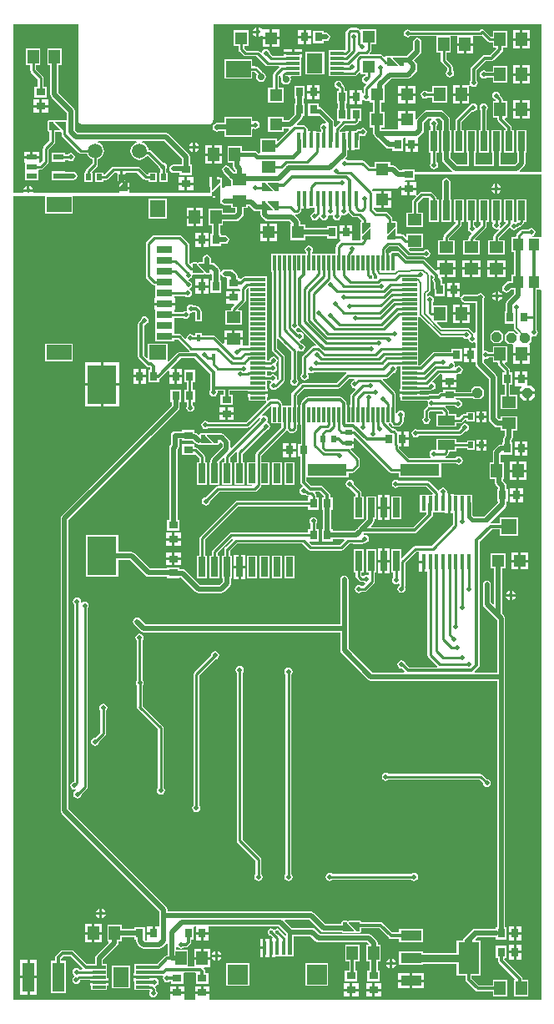
<source format=gbl>
G04*
G04 #@! TF.GenerationSoftware,Altium Limited,Altium Designer,19.0.12 (326)*
G04*
G04 Layer_Physical_Order=2*
G04 Layer_Color=11511158*
%FSLAX25Y25*%
%MOIN*%
G70*
G01*
G75*
%ADD11C,0.01000*%
%ADD17C,0.01181*%
%ADD20C,0.01575*%
%ADD26R,0.04724X0.11811*%
%ADD27R,0.04500X0.05400*%
%ADD28R,0.03100X0.03800*%
%ADD29R,0.03800X0.03100*%
%ADD30R,0.01968X0.01968*%
%ADD34R,0.04724X0.05118*%
%ADD58C,0.01968*%
%ADD59C,0.00630*%
G04:AMPARAMS|DCode=60|XSize=39.37mil|YSize=39.37mil|CornerRadius=0mil|HoleSize=0mil|Usage=FLASHONLY|Rotation=0.000|XOffset=0mil|YOffset=0mil|HoleType=Round|Shape=Octagon|*
%AMOCTAGOND60*
4,1,8,0.01968,-0.00984,0.01968,0.00984,0.00984,0.01968,-0.00984,0.01968,-0.01968,0.00984,-0.01968,-0.00984,-0.00984,-0.01968,0.00984,-0.01968,0.01968,-0.00984,0.0*
%
%ADD60OCTAGOND60*%

%ADD61C,0.05906*%
%ADD62C,0.01968*%
%ADD63C,0.01575*%
%ADD64C,0.02756*%
%ADD65R,0.01181X0.05906*%
%ADD66R,0.05906X0.01181*%
%ADD67R,0.01772X0.05906*%
%ADD68R,0.05118X0.04724*%
%ADD69R,0.05315X0.01181*%
%ADD70R,0.06299X0.07874*%
%ADD71R,0.01968X0.01968*%
%ADD72R,0.03937X0.02362*%
%ADD73R,0.02000X0.02500*%
%ADD74R,0.09843X0.06693*%
%ADD75R,0.09843X0.05906*%
%ADD76R,0.05906X0.06693*%
%ADD77R,0.06693X0.05906*%
%ADD78R,0.06299X0.02756*%
%ADD79R,0.05400X0.04500*%
%ADD80R,0.02756X0.07874*%
%ADD81R,0.01575X0.02756*%
%ADD82R,0.03937X0.04724*%
%ADD83R,0.02500X0.02000*%
%ADD84R,0.15748X0.04724*%
%ADD85R,0.06693X0.03937*%
%ADD86R,0.04724X0.04724*%
%ADD87R,0.06299X0.06299*%
%ADD88R,0.01575X0.05512*%
%ADD89R,0.07874X0.07874*%
%ADD90R,0.11811X0.15748*%
%ADD91R,0.08465X0.03937*%
%ADD92R,0.08465X0.12992*%
%ADD93C,0.01378*%
G36*
X158012Y376319D02*
X156437D01*
Y376713D01*
X153681Y379468D01*
Y379862D01*
X158012D01*
Y376319D01*
D02*
G37*
G36*
X152894Y379468D02*
X155650Y376713D01*
Y376319D01*
X151319D01*
Y379862D01*
X152894D01*
Y379468D01*
D02*
G37*
G36*
X212993Y334000D02*
X204485D01*
X204284Y334500D01*
X206142Y336358D01*
X206492Y336882D01*
X206615Y337500D01*
Y341743D01*
X206978D01*
Y350817D01*
X203022D01*
Y341743D01*
X203385D01*
Y338169D01*
X202331Y337115D01*
X196615D01*
Y341743D01*
X196978D01*
Y350817D01*
X193022D01*
Y341743D01*
X193385D01*
Y337115D01*
X186615D01*
Y341743D01*
X186978D01*
Y350817D01*
X183022D01*
Y341743D01*
X183385D01*
Y337115D01*
X179279D01*
X176615Y339778D01*
Y341743D01*
X176978D01*
Y350817D01*
X176552D01*
Y355063D01*
X176429Y355681D01*
X176079Y356205D01*
X174142Y358142D01*
X173618Y358492D01*
X173000Y358615D01*
X167152D01*
X166534Y358492D01*
X166010Y358142D01*
X163358Y355490D01*
X163114Y355126D01*
X162614Y355277D01*
Y358559D01*
X159752D01*
Y355000D01*
X159252D01*
Y354500D01*
X155890D01*
Y351615D01*
X155890Y351441D01*
X155525Y351115D01*
X149056D01*
Y351841D01*
X150403D01*
Y358159D01*
X149056D01*
Y361841D01*
X150403D01*
Y368159D01*
X150403D01*
X150353Y368659D01*
X152991Y371297D01*
X159577D01*
X160195Y371420D01*
X160719Y371770D01*
X162957Y374008D01*
X163307Y374533D01*
X163430Y375151D01*
Y376781D01*
X163307Y377399D01*
X162957Y377924D01*
X162199Y378681D01*
X164642Y381124D01*
X164992Y381648D01*
X165115Y382266D01*
Y386000D01*
X164992Y386618D01*
X164642Y387142D01*
X164118Y387492D01*
X163500Y387615D01*
X162882Y387492D01*
X162358Y387142D01*
X162008Y386618D01*
X161885Y386000D01*
Y382936D01*
X159246Y380296D01*
X158481D01*
X158471Y380321D01*
X158012Y380512D01*
X153681D01*
X153287Y380349D01*
X152894Y380512D01*
X151319D01*
X150860Y380321D01*
X150799Y380175D01*
X150209Y380058D01*
X149474Y380793D01*
X149110Y381036D01*
X148681Y381122D01*
X148681Y381121D01*
X144595D01*
X144403Y381583D01*
X144793Y381973D01*
X144793Y381973D01*
X145036Y382337D01*
X145122Y382766D01*
X145122Y382766D01*
Y385038D01*
X147159D01*
Y390962D01*
X140841D01*
Y390962D01*
X140571Y390850D01*
X140100Y391321D01*
X139736Y391564D01*
X139307Y391649D01*
X139307Y391649D01*
X136788D01*
X136788Y391649D01*
X136359Y391564D01*
X135995Y391321D01*
X135995Y391321D01*
X135113Y390438D01*
X134869Y390074D01*
X134784Y389645D01*
X134784Y389645D01*
Y382973D01*
X134439Y382628D01*
X128002D01*
Y380246D01*
Y376309D01*
Y372372D01*
X134517D01*
Y372441D01*
X138414D01*
X138414Y372441D01*
X138843Y372527D01*
X139207Y372770D01*
X140341Y373904D01*
X140841Y373696D01*
Y373227D01*
X142878D01*
Y372591D01*
X142382Y372492D01*
X141858Y372142D01*
X141508Y371618D01*
X141385Y371000D01*
X141508Y370382D01*
X141858Y369858D01*
X142382Y369508D01*
X142823Y369420D01*
X143019Y368948D01*
X143020Y368910D01*
X142424Y368314D01*
X142181Y367950D01*
X142096Y367521D01*
X142096Y367521D01*
Y365613D01*
X142050Y365579D01*
X141550Y365831D01*
Y366932D01*
X139500D01*
Y364032D01*
Y361132D01*
X141550D01*
Y362744D01*
X142050Y362896D01*
X142075Y362858D01*
X142599Y362508D01*
X143218Y362385D01*
X143836Y362508D01*
X143979Y362603D01*
X144479Y362336D01*
Y361841D01*
X145826D01*
Y358159D01*
X144479D01*
Y351841D01*
X145826D01*
Y349559D01*
X145949Y348941D01*
X146299Y348417D01*
X150858Y343858D01*
X151382Y343508D01*
X152000Y343385D01*
X153470D01*
Y342500D01*
X157770D01*
Y347500D01*
X158049Y347885D01*
X158670D01*
Y345500D01*
X163770D01*
Y347900D01*
X164131Y348237D01*
X164312Y348358D01*
X165642Y349688D01*
X165992Y350212D01*
X166115Y350831D01*
Y353679D01*
X167821Y355385D01*
X169069D01*
X169221Y354885D01*
X168858Y354642D01*
X168508Y354118D01*
X168385Y353500D01*
X168508Y352882D01*
X168858Y352358D01*
X168878Y352344D01*
Y350817D01*
X168022D01*
Y341743D01*
X168878D01*
Y337859D01*
X168633Y337492D01*
X168510Y336874D01*
X168633Y336256D01*
X168983Y335732D01*
X169508Y335382D01*
X170126Y335259D01*
X170744Y335382D01*
X171268Y335732D01*
X171618Y336256D01*
X171741Y336874D01*
X171618Y337492D01*
X171268Y338017D01*
X171122Y338114D01*
Y341743D01*
X171978D01*
Y350817D01*
X171122D01*
Y352344D01*
X171142Y352358D01*
X171492Y352882D01*
X171615Y353500D01*
X171492Y354118D01*
X171142Y354642D01*
X170779Y354885D01*
X170931Y355385D01*
X172331D01*
X173322Y354394D01*
Y350817D01*
X173022D01*
Y341743D01*
X173385D01*
Y339109D01*
X173508Y338491D01*
X173858Y337967D01*
X177325Y334500D01*
X177124Y334000D01*
X162500D01*
Y335150D01*
X157500D01*
Y334615D01*
X156563D01*
X155036Y336142D01*
X154512Y336492D01*
X153894Y336615D01*
X152568D01*
Y337962D01*
X146250D01*
Y336122D01*
X144465D01*
X142293Y338293D01*
X141929Y338536D01*
X141500Y338622D01*
X141500Y338621D01*
X135656D01*
X135642Y338642D01*
X135118Y338992D01*
X134845Y339047D01*
X134681Y339589D01*
X135040Y339948D01*
X135390Y340472D01*
X135513Y341090D01*
X135390Y341709D01*
X135312Y341825D01*
Y342661D01*
X135957D01*
Y346614D01*
Y350567D01*
X134571D01*
Y350167D01*
X132460D01*
Y350693D01*
X134646Y352878D01*
X138414D01*
X138414Y352878D01*
X138843Y352964D01*
X139207Y353207D01*
X139793Y353793D01*
X139793Y353793D01*
X140036Y354157D01*
X140104Y354500D01*
X141150D01*
Y359500D01*
X136850D01*
Y355121D01*
X135550D01*
Y359500D01*
X135015D01*
Y361532D01*
X135550D01*
Y366532D01*
X134522D01*
Y367566D01*
X134522Y367566D01*
X134436Y367995D01*
X134193Y368359D01*
X134193Y368359D01*
X133610Y368942D01*
X133615Y368966D01*
X133492Y369584D01*
X133142Y370108D01*
X132618Y370458D01*
X132000Y370581D01*
X131382Y370458D01*
X130858Y370108D01*
X130508Y369584D01*
X130385Y368966D01*
X130508Y368348D01*
X130858Y367824D01*
X131382Y367474D01*
X131908Y367369D01*
X132206Y366921D01*
X132110Y366532D01*
X131250D01*
Y361532D01*
X131785D01*
Y359500D01*
X131250D01*
Y354500D01*
X132442D01*
X132633Y354038D01*
X130694Y352099D01*
X130194Y352306D01*
Y354220D01*
X130087Y354762D01*
X129780Y355221D01*
X125464Y359536D01*
X125005Y359843D01*
X124464Y359950D01*
X124150D01*
Y361500D01*
X119850D01*
Y356500D01*
X124150D01*
X124150Y356500D01*
Y356500D01*
X124619Y356381D01*
X127066Y353934D01*
X127048Y353822D01*
X127040Y353806D01*
X126509Y353459D01*
X126220Y353516D01*
X125602Y353393D01*
X125078Y353043D01*
X124728Y352519D01*
X124605Y351901D01*
X124728Y351283D01*
X125078Y350759D01*
X125099Y350745D01*
Y350167D01*
X122988D01*
Y350567D01*
X121602D01*
Y346614D01*
X120602D01*
Y350567D01*
X119665D01*
Y351133D01*
X119580Y351562D01*
X119336Y351926D01*
X119336Y351926D01*
X118751Y352512D01*
X118387Y352755D01*
X117958Y352840D01*
X117958Y352840D01*
X115530D01*
X115339Y353302D01*
X117329Y355293D01*
X117551Y355625D01*
X117679Y355817D01*
X117679Y355817D01*
X117679Y355817D01*
X117735Y356100D01*
X117802Y356435D01*
Y356500D01*
X118550D01*
Y361500D01*
X118015D01*
Y363500D01*
X118550D01*
Y368500D01*
X114250D01*
Y363500D01*
X114785D01*
Y361500D01*
X114250D01*
Y356783D01*
X112083Y354615D01*
X110127D01*
Y355962D01*
X103809D01*
Y350038D01*
X110127D01*
Y351385D01*
X111980D01*
X112172Y350923D01*
X107762Y346513D01*
X107300Y346705D01*
Y347350D01*
X100700D01*
Y341650D01*
X100224Y341592D01*
X99909D01*
X99500Y342000D01*
X99041Y342307D01*
X98500Y342415D01*
X93350D01*
Y344300D01*
X87650D01*
Y337700D01*
X89632D01*
Y336559D01*
X89755Y335941D01*
X90106Y335417D01*
X90821Y334701D01*
X90775Y334297D01*
X90304Y334113D01*
X88274Y336142D01*
X87750Y336492D01*
X87132Y336615D01*
X86514Y336492D01*
X85990Y336142D01*
X85640Y335618D01*
X85517Y335000D01*
X85640Y334382D01*
X85990Y333858D01*
X88724Y331124D01*
X89200Y330806D01*
Y328531D01*
X86878D01*
X85974Y327627D01*
X85512Y327818D01*
Y328819D01*
X85349Y329213D01*
X85512Y329606D01*
Y331181D01*
X85321Y331640D01*
X84862Y331831D01*
X84484D01*
Y331984D01*
X80516D01*
Y328016D01*
X80669D01*
Y326850D01*
X80832Y326457D01*
X80669Y326063D01*
Y325669D01*
X48864D01*
X48371Y325685D01*
X48370Y326169D01*
Y327169D01*
X47567D01*
Y326488D01*
X44402D01*
Y326169D01*
X43909Y325669D01*
X10276Y325669D01*
X9927Y326165D01*
X6073D01*
X5724Y325669D01*
X2007D01*
Y392993D01*
X27993D01*
Y355000D01*
X28146Y354232D01*
X28581Y353581D01*
X29232Y353146D01*
X30000Y352993D01*
X80000D01*
X80768Y353146D01*
X81419Y353581D01*
X81854Y354232D01*
X82007Y355000D01*
Y392993D01*
X212993D01*
Y334000D01*
D02*
G37*
G36*
Y308144D02*
X212568Y307962D01*
X212493Y307962D01*
X209439D01*
X209390Y308462D01*
X209618Y308508D01*
X210142Y308858D01*
X210492Y309382D01*
X210615Y310000D01*
X210492Y310618D01*
X210142Y311142D01*
X209618Y311492D01*
X209000Y311615D01*
X208382Y311492D01*
X207858Y311142D01*
X207844Y311122D01*
X205500D01*
X205500Y311122D01*
X205071Y311036D01*
X204707Y310793D01*
X203207Y309293D01*
X202964Y308929D01*
X202878Y308500D01*
X202878Y308500D01*
Y307962D01*
X201132D01*
Y302038D01*
X202085D01*
Y293002D01*
X201132D01*
Y290483D01*
X200303D01*
X199684Y290360D01*
X199160Y290010D01*
X197811Y288661D01*
X197461Y288137D01*
X197338Y287519D01*
X197461Y286901D01*
X197811Y286377D01*
X198335Y286027D01*
X198953Y285904D01*
X199571Y286027D01*
X200095Y286377D01*
X200680Y286962D01*
X201132Y287077D01*
Y287077D01*
X202085D01*
Y285433D01*
X199258Y282605D01*
X198908Y282081D01*
X198785Y281463D01*
Y278500D01*
X198250D01*
Y273500D01*
X202067D01*
Y271758D01*
X202138Y271401D01*
X202340Y271098D01*
X203857Y269582D01*
X203828Y269523D01*
X203228Y269425D01*
X202184Y270468D01*
X199616D01*
X198331Y269184D01*
Y266616D01*
X199616Y265332D01*
X201396D01*
X201750Y264980D01*
X201750Y264831D01*
Y261780D01*
X208250D01*
Y264936D01*
X208250Y264980D01*
X208086Y265480D01*
X209068Y266462D01*
Y268141D01*
X209569Y268449D01*
X210000Y268364D01*
X210618Y268487D01*
X211142Y268837D01*
X211492Y269361D01*
X211615Y269979D01*
X211492Y270597D01*
X211142Y271121D01*
X211122Y271135D01*
Y276000D01*
Y287077D01*
X212493D01*
X212568Y287077D01*
X212993Y286895D01*
Y3507D01*
X80764D01*
X80400Y3834D01*
X80400Y4007D01*
Y5884D01*
X77500D01*
X74600D01*
Y4007D01*
X74600Y3834D01*
X74236Y3507D01*
X70764D01*
X70400Y3834D01*
X70400Y4007D01*
Y5884D01*
X67500D01*
X64600D01*
Y4007D01*
X64600Y3834D01*
X64236Y3507D01*
X2007D01*
Y324500D01*
X14853D01*
Y317550D01*
X25895D01*
Y324500D01*
X81319D01*
Y326063D01*
X81713D01*
X84469Y328819D01*
X84862D01*
Y324488D01*
X81697D01*
Y323685D01*
X84545D01*
X84812Y323185D01*
X84768Y323118D01*
X84645Y322500D01*
X84768Y321882D01*
X85118Y321358D01*
X85642Y321008D01*
X86260Y320885D01*
X89200D01*
Y319650D01*
X90885D01*
Y318169D01*
X90331Y317615D01*
X85850D01*
Y319300D01*
X80150D01*
Y312700D01*
X81385D01*
Y309500D01*
X80850D01*
Y304500D01*
X85150D01*
Y305385D01*
X86612D01*
X87230Y305508D01*
X87754Y305858D01*
X87774Y305878D01*
X88125Y306402D01*
X88248Y307020D01*
X88125Y307638D01*
X87774Y308162D01*
X87250Y308512D01*
X86632Y308635D01*
X86531Y308615D01*
X85150D01*
Y309500D01*
X84615D01*
Y312700D01*
X85850D01*
Y314385D01*
X91000D01*
X91618Y314508D01*
X92142Y314858D01*
X93642Y316358D01*
X93992Y316882D01*
X94115Y317500D01*
Y319650D01*
X95800D01*
Y320487D01*
X96330D01*
X97960Y318858D01*
X98484Y318508D01*
X99102Y318385D01*
X100849D01*
X100860Y318360D01*
X100885Y318349D01*
Y317153D01*
X101008Y316535D01*
X101358Y316011D01*
X102511Y314858D01*
X103035Y314508D01*
X103653Y314385D01*
X112331D01*
X113057Y313659D01*
X112849Y313159D01*
X112849D01*
Y306841D01*
X118773D01*
Y308385D01*
X127250D01*
Y307500D01*
X131550D01*
Y312500D01*
X127250D01*
Y311615D01*
X118773D01*
Y313159D01*
X116615D01*
Y314000D01*
X116492Y314618D01*
X116142Y315142D01*
X114636Y316649D01*
X114843Y317149D01*
X115278D01*
X115278Y317149D01*
X115279Y317149D01*
X115528Y317198D01*
X115708Y317234D01*
X115708Y317234D01*
X115708Y317234D01*
X115876Y317347D01*
X116071Y317477D01*
X116071Y317477D01*
X116072Y317477D01*
X116777Y318183D01*
X116904Y318373D01*
X117020Y318547D01*
X117020Y318547D01*
X117020Y318547D01*
X117063Y318763D01*
X117106Y318976D01*
Y319433D01*
X118043D01*
Y323386D01*
X119043D01*
Y319433D01*
X120429D01*
Y319833D01*
X122540D01*
Y318450D01*
X122500Y317971D01*
X121882Y317848D01*
X121358Y317498D01*
X121008Y316974D01*
X120885Y316356D01*
X121008Y315738D01*
X121358Y315214D01*
X121882Y314864D01*
X122500Y314741D01*
X123118Y314864D01*
X123642Y315214D01*
X123992Y315738D01*
X124024Y315895D01*
X124106Y316007D01*
X124146Y316023D01*
X124718Y315713D01*
X124728Y315662D01*
X125078Y315138D01*
X125602Y314788D01*
X126220Y314665D01*
X126839Y314788D01*
X127363Y315138D01*
X127713Y315662D01*
X127836Y316280D01*
X127803Y316446D01*
X127968Y316613D01*
X128244Y316791D01*
X128780Y316685D01*
X129315Y316791D01*
X129591Y316613D01*
X129756Y316446D01*
X129723Y316280D01*
X129846Y315662D01*
X130196Y315138D01*
X130720Y314788D01*
X131339Y314665D01*
X131957Y314788D01*
X132481Y315138D01*
X132831Y315662D01*
X132954Y316280D01*
X132922Y316442D01*
X133163Y316647D01*
X133367Y316769D01*
X133937Y316655D01*
X134555Y316778D01*
X135079Y317128D01*
X135389Y317593D01*
X135576Y317675D01*
X135955Y317734D01*
X137329Y316360D01*
X137693Y316117D01*
X138122Y316032D01*
X138122Y316032D01*
X139882D01*
X141123Y314791D01*
X141006Y314201D01*
X140860Y314140D01*
X140669Y313681D01*
Y309350D01*
X140832Y308957D01*
X140669Y308563D01*
Y306988D01*
X140486Y306714D01*
X137824D01*
X137550Y307100D01*
X137550Y307214D01*
Y309500D01*
X132450D01*
Y307100D01*
X132610D01*
X132666Y307019D01*
X132607Y306385D01*
X132607Y306385D01*
X131175Y304954D01*
X130932Y304590D01*
X130847Y304161D01*
X130847Y304161D01*
Y301368D01*
X121410D01*
X121312Y301868D01*
X121650Y302374D01*
X121773Y302992D01*
X121650Y303610D01*
X121300Y304134D01*
X120775Y304484D01*
X120157Y304607D01*
X119539Y304484D01*
X119015Y304134D01*
X118665Y303610D01*
X118542Y302992D01*
X118665Y302374D01*
X119003Y301868D01*
X118905Y301368D01*
X105187D01*
Y294262D01*
X105256D01*
Y263248D01*
X105256Y263248D01*
X105342Y262819D01*
X105585Y262455D01*
X108150Y259890D01*
Y251520D01*
X107754Y251123D01*
X107293Y251369D01*
X107369Y251752D01*
X107246Y252370D01*
X106896Y252894D01*
X106372Y253244D01*
X105754Y253367D01*
X105136Y253244D01*
X104611Y252894D01*
X104598Y252873D01*
X103238D01*
Y254568D01*
X104706D01*
X104720Y254547D01*
X105244Y254197D01*
X105862Y254074D01*
X106480Y254197D01*
X107004Y254547D01*
X107354Y255071D01*
X107477Y255689D01*
X107354Y256307D01*
X107004Y256831D01*
X106923Y256885D01*
Y257486D01*
X107142Y257633D01*
X107492Y258157D01*
X107615Y258775D01*
X107492Y259393D01*
X107142Y259917D01*
X106618Y260267D01*
X106000Y260390D01*
X105382Y260267D01*
X104858Y259917D01*
X104508Y259393D01*
X104385Y258779D01*
X103238D01*
Y260404D01*
Y264341D01*
Y268278D01*
Y272215D01*
Y276152D01*
Y280089D01*
Y284026D01*
Y287963D01*
Y292313D01*
X99802D01*
X99685Y292336D01*
X94430D01*
X93966Y292244D01*
X93572Y291980D01*
X93572Y291980D01*
X92962Y291371D01*
X92500Y291562D01*
Y291766D01*
X91594D01*
Y292500D01*
X91471Y293118D01*
X91121Y293642D01*
X90029Y294734D01*
X89505Y295084D01*
X88887Y295207D01*
X86632D01*
X86014Y295084D01*
X85490Y294734D01*
X85140Y294210D01*
X85115Y294087D01*
X84615Y294136D01*
Y294724D01*
X84492Y295342D01*
X84142Y295866D01*
X82678Y297331D01*
X82153Y297681D01*
X81535Y297804D01*
X80981D01*
X80971Y297829D01*
X80946Y297840D01*
Y299392D01*
X80823Y300010D01*
X80473Y300534D01*
X79949Y300884D01*
X79331Y301007D01*
X78713Y300884D01*
X78189Y300534D01*
X77838Y300010D01*
X77715Y299392D01*
Y298020D01*
X76181D01*
X75787Y297856D01*
X75394Y298020D01*
X73819D01*
X73360Y297829D01*
X73285Y297650D01*
X72707Y297521D01*
X72322Y297907D01*
Y305099D01*
X72236Y305528D01*
X71993Y305892D01*
X71993Y305892D01*
X69300Y308585D01*
X68936Y308828D01*
X68507Y308914D01*
X68507Y308913D01*
X58320D01*
X57890Y308828D01*
X57526Y308585D01*
X57526Y308585D01*
X55324Y306383D01*
X55081Y306019D01*
X54996Y305590D01*
X54996Y305590D01*
Y292275D01*
X54996Y292275D01*
X55081Y291846D01*
X55324Y291482D01*
X57599Y289207D01*
X57599Y289207D01*
X57963Y288964D01*
X58392Y288878D01*
X58750D01*
Y288147D01*
X58750Y288022D01*
Y287647D01*
X58750Y287522D01*
Y283717D01*
X58350D01*
Y281839D01*
X62500D01*
X66650D01*
Y283717D01*
X66250D01*
Y284548D01*
X70680D01*
X70694Y284527D01*
X71218Y284177D01*
X71836Y284054D01*
X72455Y284177D01*
X72979Y284527D01*
X73329Y285051D01*
X73452Y285669D01*
X73329Y286287D01*
X72979Y286811D01*
X72552Y287097D01*
X72529Y287438D01*
X72531Y287465D01*
X72574Y287637D01*
X73042Y287950D01*
X73392Y288474D01*
X73515Y289092D01*
X73392Y289710D01*
X73042Y290234D01*
X72518Y290584D01*
X72177Y290652D01*
X72119Y290793D01*
X72426Y291364D01*
X72518Y291383D01*
X73042Y291733D01*
X73392Y292257D01*
X73494Y292771D01*
X73650Y292965D01*
X73965Y293177D01*
X78150D01*
X78543Y293340D01*
X78937Y293177D01*
X80512D01*
X80885Y293332D01*
X81385Y293128D01*
Y290906D01*
X80850D01*
Y285906D01*
X85150D01*
Y290906D01*
X84615D01*
Y293048D01*
X85115Y293097D01*
X85140Y292974D01*
X85490Y292450D01*
X86014Y292100D01*
X86632Y291977D01*
X87087D01*
X87500Y291766D01*
Y287466D01*
X92500D01*
X92678Y287040D01*
Y286566D01*
X90500D01*
Y284016D01*
X90000D01*
Y283516D01*
X87100D01*
Y281466D01*
X90216D01*
X90408Y281004D01*
X89361Y279957D01*
X89118Y279593D01*
X89033Y279164D01*
X88687Y278850D01*
X86700D01*
Y273150D01*
X93300D01*
Y278850D01*
X92079D01*
X91888Y279312D01*
X94593Y282017D01*
X94593Y282017D01*
X94836Y282381D01*
X94922Y282810D01*
X94922Y282810D01*
Y287127D01*
X95632Y287838D01*
X96132Y287631D01*
Y284026D01*
Y280089D01*
Y276152D01*
Y272215D01*
Y268278D01*
Y264685D01*
X93700D01*
Y267000D01*
X90000D01*
X86300D01*
Y265605D01*
X85838Y265413D01*
X82789Y268462D01*
X82425Y268706D01*
X81996Y268791D01*
X81996Y268791D01*
X77387D01*
Y269647D01*
X74613D01*
Y268791D01*
X73985D01*
X73971Y268812D01*
X73447Y269162D01*
X72829Y269285D01*
X72211Y269162D01*
X71687Y268812D01*
X71337Y268287D01*
X71237Y267788D01*
X70900Y267619D01*
X70727Y267591D01*
X69178Y269140D01*
X68814Y269383D01*
X68385Y269468D01*
X68385Y269468D01*
X66250D01*
Y270199D01*
X66250Y270324D01*
Y270699D01*
X66250Y270824D01*
Y274530D01*
X66250Y274655D01*
Y275030D01*
X66250Y275155D01*
Y275886D01*
X69760D01*
X69774Y275866D01*
X70298Y275516D01*
X70916Y275393D01*
X71534Y275516D01*
X72058Y275866D01*
X72408Y276390D01*
X72531Y277008D01*
X72435Y277489D01*
X72680Y277828D01*
X72810Y277925D01*
X73011Y277885D01*
X73629Y278008D01*
X73929Y278208D01*
X74581D01*
X74613Y278176D01*
Y274353D01*
X77387D01*
Y278309D01*
X77387D01*
X77171Y278719D01*
X77122Y278970D01*
X76858Y279364D01*
X75942Y280280D01*
X75548Y280544D01*
X75083Y280636D01*
X75083Y280636D01*
X74157D01*
X74153Y280642D01*
X73629Y280992D01*
X73011Y281115D01*
X72393Y280992D01*
X71869Y280642D01*
X71519Y280118D01*
X71396Y279500D01*
X71491Y279018D01*
X71247Y278680D01*
X71117Y278583D01*
X70916Y278623D01*
X70298Y278500D01*
X69774Y278150D01*
X69760Y278129D01*
X66250D01*
Y278961D01*
X66650D01*
Y280839D01*
X62500D01*
X58350D01*
Y278961D01*
X58750D01*
Y275155D01*
X58750Y275030D01*
Y274655D01*
X58750Y274530D01*
Y270824D01*
X58750Y270699D01*
Y270324D01*
X58750Y270199D01*
Y266368D01*
X66250D01*
Y267225D01*
X67921D01*
X72376Y262770D01*
X72460Y262714D01*
X72308Y262214D01*
X68500D01*
X68500Y262214D01*
X68036Y262122D01*
X67642Y261858D01*
X67642Y261858D01*
X64129Y258345D01*
X63690Y258614D01*
Y265600D01*
X55798D01*
Y260010D01*
X55336Y259818D01*
X54268Y260886D01*
Y272844D01*
X54627Y273202D01*
X55118Y273300D01*
X55642Y273650D01*
X55992Y274174D01*
X56115Y274792D01*
X55992Y275410D01*
X55642Y275934D01*
X55118Y276284D01*
X54500Y276407D01*
X53882Y276284D01*
X53358Y275934D01*
X53008Y275410D01*
X52910Y274919D01*
X52196Y274205D01*
X51933Y273811D01*
X51841Y273346D01*
X51841Y273346D01*
Y260383D01*
X51841Y260383D01*
X51933Y259918D01*
X52196Y259524D01*
X55240Y256480D01*
X55240Y256480D01*
X55634Y256217D01*
X56099Y256125D01*
X56099Y256125D01*
X56635D01*
X56886Y255874D01*
Y255000D01*
X55950D01*
Y250000D01*
X60250D01*
Y251336D01*
X60465Y251378D01*
X60858Y251642D01*
X63888Y254671D01*
X64350Y254480D01*
Y253000D01*
X66400D01*
Y255400D01*
X65270D01*
X65079Y255862D01*
X69003Y259786D01*
X74497D01*
X80510Y253774D01*
X80613Y253316D01*
X80613D01*
Y249361D01*
X80786D01*
Y248507D01*
X80786Y248507D01*
X80786Y248507D01*
Y247035D01*
X80508Y246618D01*
X80385Y246000D01*
X80508Y245382D01*
X80858Y244858D01*
X81382Y244508D01*
X82000Y244385D01*
X82618Y244508D01*
X83142Y244858D01*
X83492Y245382D01*
X83615Y246000D01*
X83573Y246215D01*
X83890Y246601D01*
X86026D01*
Y245250D01*
X84740D01*
Y240950D01*
X89740D01*
Y245250D01*
X88454D01*
Y246601D01*
X95732D01*
Y246346D01*
X99685D01*
X103638D01*
Y247437D01*
X103238D01*
Y250630D01*
X104598D01*
X104611Y250610D01*
X104906Y250413D01*
X104932Y249829D01*
X104858Y249779D01*
X104508Y249255D01*
X104385Y248637D01*
X104508Y248019D01*
X104858Y247495D01*
X105382Y247145D01*
X106000Y247022D01*
X106618Y247145D01*
X107142Y247495D01*
X107202Y247585D01*
X107283Y247601D01*
X107647Y247844D01*
X110065Y250262D01*
X110065Y250262D01*
X110308Y250626D01*
X110393Y251055D01*
X110393Y251055D01*
Y260354D01*
X110393Y260354D01*
X110308Y260784D01*
X110065Y261147D01*
X110065Y261147D01*
X107500Y263713D01*
Y267270D01*
X108000Y267477D01*
X110016Y265461D01*
X110079Y265367D01*
X113189Y262256D01*
Y251443D01*
X113169Y251430D01*
X112819Y250906D01*
X112696Y250287D01*
X112819Y249669D01*
X113169Y249145D01*
X113693Y248795D01*
X114311Y248672D01*
X114929Y248795D01*
X115453Y249145D01*
X115803Y249669D01*
X115926Y250287D01*
X115803Y250906D01*
X115453Y251430D01*
X115433Y251443D01*
Y262594D01*
X115728Y262777D01*
X115922Y262815D01*
X116382Y262508D01*
X117000Y262385D01*
X117618Y262508D01*
X118142Y262858D01*
X118492Y263382D01*
X118615Y264000D01*
X118492Y264618D01*
X118142Y265142D01*
X117618Y265492D01*
X117287Y265558D01*
X116443Y266402D01*
X116457Y266522D01*
X116640Y266913D01*
X117118Y267008D01*
X117642Y267358D01*
X117992Y267882D01*
X118115Y268500D01*
X117992Y269118D01*
X117642Y269642D01*
X117118Y269992D01*
X116500Y270115D01*
X115882Y269992D01*
X115804Y269940D01*
X114929Y270814D01*
X115091Y271360D01*
X115525Y271650D01*
X115595Y271754D01*
X116238Y271817D01*
X122909Y265146D01*
X122718Y264685D01*
X122038D01*
X122038Y264685D01*
X121609Y264599D01*
X121245Y264356D01*
X121245Y264356D01*
X117707Y260818D01*
X117464Y260454D01*
X117378Y260025D01*
X117378Y260025D01*
Y253656D01*
X117358Y253642D01*
X117008Y253118D01*
X116885Y252500D01*
X117008Y251882D01*
X117358Y251358D01*
X117882Y251008D01*
X118500Y250885D01*
X119118Y251008D01*
X119642Y251358D01*
X119992Y251882D01*
X120115Y252500D01*
X119992Y253118D01*
X119821Y253375D01*
X119877Y253612D01*
X120444Y253835D01*
X120484Y253808D01*
X121102Y253685D01*
X121721Y253808D01*
X122245Y254158D01*
X122258Y254179D01*
X135195D01*
X135255Y253681D01*
X134891Y253437D01*
X131212Y249759D01*
X117715D01*
X117715Y249759D01*
X117286Y249673D01*
X116922Y249430D01*
X116922Y249430D01*
X113459Y245967D01*
X113216Y245603D01*
X113130Y245174D01*
X113130Y245174D01*
Y240738D01*
X109468D01*
Y241354D01*
X109468Y241354D01*
X109383Y241783D01*
X109140Y242147D01*
X109139Y242147D01*
X108308Y242978D01*
X107944Y243221D01*
X107515Y243307D01*
X107515Y243307D01*
X104748D01*
X104748Y243307D01*
X104319Y243221D01*
X103955Y242978D01*
X103955Y242978D01*
X103738Y242761D01*
X103238Y242968D01*
Y244256D01*
X103638D01*
Y245346D01*
X99685D01*
X95732D01*
Y244256D01*
X96132D01*
Y242687D01*
X102957D01*
X103164Y242187D01*
X95098Y234121D01*
X79991D01*
X79977Y234142D01*
X79453Y234492D01*
X78835Y234615D01*
X78216Y234492D01*
X77692Y234142D01*
X77342Y233618D01*
X77219Y233000D01*
X77342Y232382D01*
X77692Y231858D01*
X78216Y231508D01*
X78835Y231385D01*
X79453Y231508D01*
X79977Y231858D01*
X79991Y231878D01*
X95563D01*
X95563Y231878D01*
X95992Y231964D01*
X96356Y232207D01*
X100070Y235921D01*
X100585Y235780D01*
X100607Y235751D01*
X100491Y235169D01*
X100506Y235094D01*
X89315Y223904D01*
X88815Y224111D01*
Y226091D01*
X88692Y226709D01*
X88342Y227233D01*
X86409Y229166D01*
X85885Y229516D01*
X85267Y229639D01*
X84222D01*
X84211Y229664D01*
X83752Y229854D01*
X79421D01*
X79027Y229691D01*
X78634Y229854D01*
X77059D01*
X76600Y229664D01*
X76449Y229299D01*
X75948Y229093D01*
X75846Y229195D01*
X75845Y229195D01*
X75621Y229419D01*
X75097Y229769D01*
X74479Y229892D01*
X74400D01*
Y230993D01*
X69400D01*
Y230506D01*
X66661D01*
X66043Y230383D01*
X65519Y230033D01*
X65169Y229509D01*
X65046Y228891D01*
Y225149D01*
X64858Y224961D01*
X64508Y224437D01*
X64385Y223819D01*
Y195150D01*
X63500D01*
Y190850D01*
X68500D01*
Y195150D01*
X67615D01*
Y223150D01*
X67804Y223338D01*
X68154Y223862D01*
X68277Y224480D01*
Y227276D01*
X69400D01*
Y226693D01*
X72310D01*
X72466Y226662D01*
X73810D01*
X74706Y225766D01*
X74372Y225393D01*
X73912Y225393D01*
X69400D01*
Y221093D01*
X74400D01*
Y221189D01*
X74862Y221380D01*
X76378Y219864D01*
Y218238D01*
X75522D01*
Y209164D01*
X79478D01*
Y218238D01*
X78622D01*
Y220328D01*
X78536Y220757D01*
X78293Y221121D01*
X78293Y221121D01*
X75507Y223907D01*
X75143Y224150D01*
X74714Y224236D01*
X74400Y224581D01*
X74400Y225364D01*
X74771Y225700D01*
X75295Y225350D01*
X75913Y225227D01*
X76531Y225350D01*
X76539Y225348D01*
X76600Y225202D01*
X77059Y225012D01*
X81390D01*
X81783Y225175D01*
X82177Y225012D01*
X83752D01*
X84211Y225202D01*
X84401Y225661D01*
Y225898D01*
X84901Y226105D01*
X85585Y225422D01*
Y224171D01*
X81358Y219945D01*
X81008Y219421D01*
X80885Y218802D01*
Y218238D01*
X80522D01*
Y209164D01*
X84478D01*
Y218238D01*
X84478Y218238D01*
X84478D01*
X84654Y218672D01*
X85917Y219935D01*
X86378Y219743D01*
Y218238D01*
X85522D01*
Y209164D01*
X89478D01*
Y218238D01*
X88622D01*
Y220038D01*
X90929Y222345D01*
X91390Y222099D01*
X91378Y222043D01*
X91378Y222042D01*
Y218238D01*
X90522D01*
Y209164D01*
X94478D01*
Y218238D01*
X93622D01*
Y221578D01*
X102933Y230890D01*
X102957Y230885D01*
X103576Y231008D01*
X104100Y231358D01*
X104450Y231882D01*
X104573Y232500D01*
X104450Y233118D01*
X104100Y233642D01*
X103682Y233921D01*
X103544Y234470D01*
X103599Y234550D01*
X103722Y235169D01*
X103599Y235787D01*
X103249Y236311D01*
X102724Y236661D01*
X102106Y236784D01*
X101524Y236668D01*
X101495Y236690D01*
X101354Y237205D01*
X104687Y240538D01*
X105187Y240331D01*
Y233632D01*
X109194D01*
Y232091D01*
X99207Y222104D01*
X98964Y221740D01*
X98878Y221311D01*
X98878Y221311D01*
Y218238D01*
X95522D01*
Y209164D01*
X97421D01*
X97688Y208664D01*
X97660Y208622D01*
X83766D01*
X83766Y208622D01*
X83337Y208536D01*
X82973Y208293D01*
X82973Y208293D01*
X78744Y204064D01*
X78382Y203992D01*
X77858Y203642D01*
X77508Y203118D01*
X77385Y202500D01*
X77508Y201882D01*
X77858Y201358D01*
X78382Y201008D01*
X79000Y200885D01*
X79618Y201008D01*
X80142Y201358D01*
X80492Y201882D01*
X80615Y202500D01*
X80572Y202720D01*
X84230Y206379D01*
X98552D01*
X98552Y206378D01*
X98981Y206464D01*
X99345Y206707D01*
X100793Y208155D01*
X100793Y208155D01*
X101036Y208519D01*
X101122Y208948D01*
Y209164D01*
X104478D01*
Y218238D01*
X101122D01*
Y220846D01*
X110950Y230675D01*
X111207Y230805D01*
X111613Y230689D01*
X112045Y230257D01*
X112045Y230257D01*
X112409Y230014D01*
X112838Y229929D01*
X113666D01*
X113666Y229929D01*
X114095Y230014D01*
X114459Y230257D01*
X115045Y230843D01*
X115045Y230843D01*
X115288Y231207D01*
X115374Y231636D01*
Y233232D01*
X115720D01*
Y237185D01*
Y241138D01*
X115374D01*
Y244710D01*
X118179Y247516D01*
X131676D01*
X131676Y247515D01*
X132106Y247601D01*
X132469Y247844D01*
X136148Y251523D01*
X137959D01*
X138248Y251023D01*
X138153Y250857D01*
X137882Y250804D01*
X137358Y250453D01*
X137008Y249929D01*
X136885Y249311D01*
X137008Y248693D01*
X137358Y248169D01*
X137882Y247819D01*
X138500Y247696D01*
X138731Y247232D01*
X137081Y245582D01*
X136838Y245218D01*
X136752Y244789D01*
X136752Y244789D01*
Y241138D01*
X136406D01*
Y237185D01*
X135406D01*
Y241138D01*
X135151D01*
Y241803D01*
X135151Y241803D01*
X135058Y242267D01*
X134795Y242661D01*
X134795Y242661D01*
X133498Y243958D01*
X133104Y244221D01*
X132640Y244314D01*
X132640Y244314D01*
X119697D01*
X119232Y244221D01*
X118839Y243958D01*
X118839Y243958D01*
X117331Y242450D01*
X117068Y242056D01*
X116975Y241592D01*
X116891Y241138D01*
X116720D01*
Y237185D01*
Y233232D01*
X116975D01*
Y225500D01*
X115850D01*
Y220500D01*
X116786D01*
Y210077D01*
X116786Y210077D01*
X116878Y209613D01*
X117142Y209219D01*
X117621Y208740D01*
X117456Y208197D01*
X117315Y208169D01*
X116791Y207819D01*
X116441Y207295D01*
X116318Y206677D01*
X116441Y206059D01*
X116791Y205535D01*
X117315Y205185D01*
X117933Y205062D01*
X118551Y205185D01*
X118770Y205331D01*
X119084Y205016D01*
X119448Y204773D01*
X119877Y204688D01*
X119877Y204688D01*
X120098D01*
X120148Y204614D01*
X119880Y204114D01*
X119750D01*
Y202736D01*
X91381D01*
X91381Y202736D01*
X90952Y202650D01*
X90588Y202407D01*
X90588Y202407D01*
X76707Y188526D01*
X76464Y188162D01*
X76378Y187733D01*
X76378Y187733D01*
Y180836D01*
X75522D01*
Y171762D01*
X79478D01*
Y180836D01*
X78622D01*
Y187268D01*
X91846Y200493D01*
X119750D01*
Y199114D01*
X124050D01*
Y204114D01*
X123022D01*
Y204909D01*
X122936Y205339D01*
X122693Y205702D01*
X122693Y205702D01*
X122571Y205824D01*
X122763Y206286D01*
X124497D01*
X126169Y204614D01*
X126004Y204114D01*
X125350D01*
Y199114D01*
X125885D01*
Y191500D01*
X125350D01*
Y186500D01*
X129650D01*
Y187385D01*
X134083D01*
X134274Y186923D01*
X132473Y185122D01*
X121248D01*
X120331Y186038D01*
X120523Y186500D01*
X124050D01*
Y191500D01*
X123022D01*
Y193567D01*
X123042Y193581D01*
X123392Y194105D01*
X123515Y194723D01*
X123392Y195341D01*
X123042Y195865D01*
X122518Y196215D01*
X121900Y196338D01*
X121282Y196215D01*
X120758Y195865D01*
X120408Y195341D01*
X120285Y194723D01*
X120408Y194105D01*
X120758Y193581D01*
X120778Y193567D01*
Y191500D01*
X119750D01*
Y190122D01*
X89071D01*
X88642Y190036D01*
X88278Y189793D01*
X88278Y189793D01*
X81707Y183222D01*
X81464Y182858D01*
X81378Y182429D01*
X81378Y182429D01*
Y180836D01*
X80522D01*
Y171762D01*
X84478D01*
Y180836D01*
X83622D01*
Y181965D01*
X89294Y187637D01*
X89460Y187604D01*
X89625Y187061D01*
X87100Y184537D01*
X87071Y184531D01*
X86707Y184288D01*
X86464Y183924D01*
X86378Y183495D01*
Y180836D01*
X85522D01*
Y171762D01*
X85885D01*
Y170569D01*
X84431Y169115D01*
X76669D01*
X70737Y175048D01*
X70213Y175398D01*
X69594Y175521D01*
X68500D01*
Y176150D01*
X63500D01*
Y175615D01*
X56669D01*
X50394Y181890D01*
X49870Y182240D01*
X49252Y182363D01*
X44006D01*
Y189222D01*
X30994D01*
Y172274D01*
X44006D01*
Y179133D01*
X48583D01*
X54858Y172858D01*
X55382Y172508D01*
X56000Y172385D01*
X63500D01*
Y171850D01*
X68500D01*
Y172110D01*
X69000Y172216D01*
X74858Y166358D01*
X75382Y166008D01*
X76000Y165885D01*
X85100D01*
X85718Y166008D01*
X86242Y166358D01*
X88642Y168758D01*
X88992Y169282D01*
X89115Y169900D01*
Y171762D01*
X89478D01*
Y180836D01*
X88622D01*
Y182886D01*
X91465Y185729D01*
X117468D01*
X119990Y183207D01*
X120354Y182964D01*
X120783Y182878D01*
X120783Y182878D01*
X132938D01*
X132938Y182878D01*
X133367Y182964D01*
X133731Y183207D01*
X136318Y185794D01*
X137452D01*
X137661Y185654D01*
X138091Y185569D01*
X138091Y185569D01*
X141430D01*
X141430Y185569D01*
X141859Y185654D01*
X142223Y185898D01*
X142258Y185933D01*
X142500Y185885D01*
X143118Y186008D01*
X143642Y186358D01*
X143992Y186882D01*
X144115Y187500D01*
X143992Y188118D01*
X143642Y188642D01*
X143118Y188992D01*
X142500Y189115D01*
X142331Y189082D01*
X141894Y189504D01*
X141924Y189712D01*
X142035Y189786D01*
X162338D01*
X162338Y189786D01*
X162803Y189878D01*
X163196Y190142D01*
X169372Y196317D01*
X169372Y196317D01*
X169635Y196711D01*
X169727Y197176D01*
Y198061D01*
X174394D01*
Y197661D01*
X175780D01*
Y201614D01*
Y205567D01*
X175603D01*
X175263Y206067D01*
X175336Y206433D01*
X175213Y207051D01*
X174863Y207575D01*
X174338Y207925D01*
X173720Y208048D01*
X173102Y207925D01*
X172578Y207575D01*
X172228Y207051D01*
X172226Y207038D01*
X171683Y206874D01*
X168276Y210281D01*
X167912Y210524D01*
X167483Y210610D01*
X167483Y210610D01*
X156018D01*
X156004Y210630D01*
X155480Y210981D01*
X154862Y211104D01*
X154244Y210981D01*
X153720Y210630D01*
X153370Y210106D01*
X153247Y209488D01*
X153370Y208870D01*
X153720Y208346D01*
X154244Y207996D01*
X154862Y207873D01*
X155480Y207996D01*
X156004Y208346D01*
X156018Y208367D01*
X167018D01*
X169718Y205667D01*
X169511Y205167D01*
X164558D01*
Y198061D01*
X167017D01*
X167183Y197561D01*
X161835Y192214D01*
X145151D01*
X144960Y192676D01*
X145865Y193581D01*
X146215Y194105D01*
X146338Y194723D01*
Y195463D01*
X146978D01*
Y204537D01*
X143022D01*
Y195463D01*
X142779Y195064D01*
X139858Y192142D01*
X139631Y191804D01*
X139293Y191577D01*
X138331Y190615D01*
X129650D01*
Y191500D01*
X129115D01*
Y199114D01*
X129650D01*
Y204114D01*
X128714D01*
Y205000D01*
X128621Y205465D01*
X128358Y205858D01*
X128358Y205858D01*
X125858Y208358D01*
X125464Y208622D01*
X125000Y208714D01*
X125000Y208714D01*
X121080D01*
X119214Y210580D01*
Y212038D01*
X135974D01*
Y213878D01*
X137531D01*
X137531Y213878D01*
X137960Y213964D01*
X138324Y214207D01*
X140124Y216007D01*
X140124Y216007D01*
X140367Y216371D01*
X140452Y216800D01*
Y219249D01*
X140452Y219249D01*
X140367Y219678D01*
X140124Y220042D01*
X140124Y220042D01*
X136866Y223300D01*
X137073Y223800D01*
X138156D01*
Y225300D01*
X135906D01*
Y226300D01*
X138156D01*
Y227657D01*
X138610Y227909D01*
X152313Y214207D01*
X152313Y214207D01*
X152676Y213964D01*
X153106Y213878D01*
X156034D01*
Y212038D01*
X172982D01*
Y217681D01*
X178844D01*
X178858Y217660D01*
X179382Y217310D01*
X180000Y217187D01*
X180618Y217310D01*
X181142Y217660D01*
X181492Y218184D01*
X181615Y218802D01*
X181492Y219421D01*
X181142Y219945D01*
X180618Y220295D01*
X180000Y220418D01*
X179382Y220295D01*
X178858Y219945D01*
X178844Y219924D01*
X174697D01*
X174647Y220424D01*
X174895Y220473D01*
X175259Y220716D01*
X175793Y221250D01*
X175793Y221250D01*
X176036Y221614D01*
X176122Y222043D01*
X176418Y222431D01*
X178946D01*
Y223879D01*
X183243D01*
Y223150D01*
X186443D01*
Y226850D01*
X183243D01*
Y226121D01*
X178946D01*
Y227569D01*
X171054D01*
Y223198D01*
X170613Y222963D01*
X170554Y223002D01*
X169936Y223125D01*
X169318Y223002D01*
X168794Y222652D01*
X168444Y222128D01*
X168321Y221509D01*
X168444Y220891D01*
X168756Y220424D01*
X168691Y220175D01*
X168557Y219924D01*
X160085D01*
X156122Y223887D01*
Y224600D01*
X157000D01*
Y227500D01*
Y230400D01*
X155592D01*
X154699Y231293D01*
X154335Y231536D01*
X153906Y231622D01*
X153906Y231622D01*
X153533D01*
X151984Y233170D01*
X152176Y233632D01*
X152708D01*
X152919Y233316D01*
X153505Y232730D01*
X153505Y232730D01*
X153869Y232487D01*
X154298Y232401D01*
X155881D01*
X155881Y232401D01*
X156310Y232487D01*
X156674Y232730D01*
X157624Y233680D01*
X157624Y233680D01*
X157867Y234043D01*
X157952Y234473D01*
X157952Y234473D01*
Y235981D01*
X157973Y235995D01*
X158323Y236519D01*
X158446Y237137D01*
X158323Y237755D01*
X157973Y238279D01*
X157449Y238630D01*
X156831Y238753D01*
X156213Y238630D01*
X155689Y238279D01*
X155339Y237755D01*
X155313Y237625D01*
X154813Y237674D01*
Y240738D01*
X154744D01*
Y245468D01*
X154744Y245468D01*
X154658Y245897D01*
X154415Y246261D01*
X154415Y246261D01*
X149653Y251023D01*
X149860Y251523D01*
X150966D01*
X150966Y251523D01*
X151396Y251608D01*
X151760Y251851D01*
X153598Y253690D01*
X153622Y253685D01*
X154240Y253808D01*
X154764Y254158D01*
X155114Y254682D01*
X155237Y255300D01*
X155114Y255918D01*
X155036Y256036D01*
X155303Y256536D01*
X156762D01*
Y252530D01*
Y247437D01*
X156362D01*
Y246346D01*
X160315D01*
X164268D01*
Y246693D01*
X168246D01*
X168246Y246693D01*
X168675Y246779D01*
X168926Y246946D01*
X169200Y246892D01*
X169818Y247015D01*
X170342Y247365D01*
X170692Y247889D01*
X170815Y248507D01*
X170692Y249125D01*
X170342Y249649D01*
X169818Y249999D01*
X169619Y250039D01*
X169455Y250581D01*
X172268Y253394D01*
X172960D01*
X173356Y253142D01*
X173356Y252894D01*
Y251092D01*
X176256D01*
X179156D01*
Y252904D01*
X179213Y253189D01*
X179529Y253449D01*
X179603Y253464D01*
X180000Y253385D01*
X180618Y253508D01*
X181142Y253858D01*
X181492Y254382D01*
X181615Y255000D01*
X181492Y255618D01*
X181142Y256142D01*
X180618Y256492D01*
X180000Y256615D01*
X179382Y256492D01*
X178894Y256166D01*
X178751Y256207D01*
X178431Y256403D01*
X178521Y256855D01*
X178398Y257473D01*
X178048Y257997D01*
X178044Y258000D01*
X178196Y258500D01*
X181250D01*
Y263500D01*
X176950D01*
Y262214D01*
X170311D01*
X170311Y262214D01*
X169846Y262122D01*
X169453Y261858D01*
X169453Y261858D01*
X164497Y256903D01*
X163868D01*
Y260404D01*
Y264341D01*
Y268278D01*
Y272215D01*
Y276084D01*
X164014Y276191D01*
X164368Y276286D01*
X172313Y268340D01*
X172616Y268138D01*
X172973Y268067D01*
X181690D01*
X181830Y267858D01*
X182354Y267508D01*
X182972Y267385D01*
X183419Y267474D01*
X183614Y267485D01*
X183954Y267149D01*
X184008Y266882D01*
X184358Y266358D01*
X184882Y266008D01*
X185500Y265885D01*
X186118Y266008D01*
X186182Y266050D01*
X186682Y265783D01*
Y263900D01*
X185200D01*
Y261000D01*
Y258100D01*
X186682D01*
Y257419D01*
X186805Y256801D01*
X187155Y256276D01*
X192086Y251346D01*
Y241384D01*
Y235499D01*
X192209Y234881D01*
X192559Y234357D01*
X194358Y232557D01*
X194882Y232207D01*
X195500Y232084D01*
X196700D01*
Y230835D01*
X198385D01*
Y228833D01*
X198258Y228706D01*
X197908Y228182D01*
X197785Y227564D01*
Y226142D01*
X197250D01*
Y225257D01*
X196811D01*
X196193Y225134D01*
X195669Y224784D01*
X194058Y223173D01*
X193708Y222649D01*
X193585Y222031D01*
Y217985D01*
X192350D01*
Y211385D01*
X194348D01*
Y210260D01*
X194471Y209641D01*
X194821Y209117D01*
X195885Y208054D01*
Y207500D01*
X195350D01*
Y202500D01*
X195885D01*
Y201969D01*
X190330Y196415D01*
X186086D01*
X185371Y197129D01*
Y198061D01*
X185442D01*
Y205167D01*
X178165D01*
Y205567D01*
X176780D01*
Y201614D01*
Y197661D01*
X177717D01*
Y193173D01*
X169165Y184622D01*
X162603D01*
X162602Y184622D01*
X162173Y184536D01*
X161810Y184293D01*
X161809Y184293D01*
X157440Y179923D01*
X156978Y180115D01*
Y183277D01*
X153022D01*
Y174203D01*
X153878D01*
Y172156D01*
X153858Y172142D01*
X153508Y171618D01*
X153385Y171000D01*
X153508Y170382D01*
X153858Y169858D01*
X154382Y169508D01*
X155000Y169385D01*
X155618Y169508D01*
X155787Y169621D01*
X156248Y169403D01*
X156325Y168955D01*
X156311Y168934D01*
X155963Y168701D01*
X155612Y168177D01*
X155490Y167559D01*
X155612Y166941D01*
X155963Y166417D01*
X156487Y166067D01*
X157105Y165944D01*
X157723Y166067D01*
X158247Y166417D01*
X158597Y166941D01*
X158720Y167559D01*
X158597Y168177D01*
X158547Y168253D01*
X158622Y168629D01*
X158622Y168629D01*
Y177500D01*
X158622Y177500D01*
X158599Y177611D01*
Y177911D01*
X163067Y182378D01*
X163674D01*
X164158Y182339D01*
X164158Y181878D01*
Y178886D01*
X166043D01*
Y178386D01*
X166543D01*
Y174433D01*
X167481D01*
Y141259D01*
X167481Y141259D01*
X167566Y140830D01*
X167809Y140466D01*
X171561Y136714D01*
X171561Y136684D01*
X171406Y136214D01*
X160192D01*
X158636Y137770D01*
X158597Y137965D01*
X158247Y138489D01*
X157723Y138839D01*
X157105Y138962D01*
X156487Y138839D01*
X155963Y138489D01*
X155612Y137965D01*
X155490Y137347D01*
X155612Y136729D01*
X155963Y136204D01*
X156487Y135854D01*
X157105Y135731D01*
X157219Y135754D01*
X158357Y134615D01*
X158150Y134115D01*
X145483D01*
X135955Y143643D01*
Y151875D01*
Y171231D01*
X135832Y171850D01*
X135482Y172373D01*
X135396Y172459D01*
X134872Y172809D01*
X134254Y172932D01*
X133636Y172809D01*
X133112Y172459D01*
X132762Y171935D01*
X132639Y171317D01*
X132725Y170886D01*
Y153491D01*
X54794D01*
X52642Y155642D01*
X52118Y155992D01*
X51500Y156115D01*
X50882Y155992D01*
X50358Y155642D01*
X50008Y155118D01*
X49885Y154500D01*
X50008Y153882D01*
X50358Y153358D01*
X52982Y150733D01*
X53506Y150383D01*
X54124Y150260D01*
X132725D01*
Y142974D01*
X132848Y142356D01*
X133198Y141832D01*
X143671Y131358D01*
X144195Y131008D01*
X144814Y130885D01*
X195285D01*
Y32500D01*
X194750D01*
Y31862D01*
X186157D01*
X185698Y31672D01*
X182041Y28014D01*
X181851Y27555D01*
Y27525D01*
X181497Y27172D01*
X179168D01*
Y22149D01*
X165801D01*
Y22644D01*
X156136D01*
Y17507D01*
X165801D01*
Y17851D01*
X179168D01*
Y12980D01*
X182786D01*
Y11576D01*
X182786Y11576D01*
X182878Y11111D01*
X183142Y10718D01*
X186737Y7122D01*
X186737Y7122D01*
X187131Y6859D01*
X187595Y6767D01*
X193650D01*
Y4680D01*
X199350D01*
Y11280D01*
X193650D01*
Y9194D01*
X188098D01*
X185214Y12079D01*
Y12980D01*
X188832D01*
Y27172D01*
X186797D01*
X186590Y27672D01*
X187269Y28350D01*
X194750D01*
Y27500D01*
X199050D01*
Y32500D01*
X198515D01*
Y132500D01*
Y155769D01*
X198392Y156387D01*
X198042Y156911D01*
X197284Y157669D01*
Y175758D01*
X198631D01*
Y181683D01*
X192707D01*
Y175758D01*
X194054D01*
Y161553D01*
X193592Y161362D01*
X192865Y162088D01*
Y169399D01*
X192742Y170017D01*
X192392Y170541D01*
X191868Y170891D01*
X191250Y171014D01*
X190632Y170891D01*
X190108Y170541D01*
X189758Y170017D01*
X189635Y169399D01*
Y161419D01*
X189758Y160801D01*
X190108Y160277D01*
X194527Y155858D01*
X195285Y155100D01*
Y134115D01*
X186539D01*
X186332Y134615D01*
X188058Y136342D01*
X188321Y136735D01*
X188414Y137200D01*
X188414Y137200D01*
Y186447D01*
X193253Y191286D01*
X196250D01*
Y188750D01*
X203750D01*
Y196250D01*
X196250D01*
Y193714D01*
X192905D01*
X192694Y194115D01*
X192683Y194198D01*
X198642Y200158D01*
X198992Y200682D01*
X199115Y201300D01*
Y202500D01*
X199650D01*
Y207500D01*
X199115D01*
Y208723D01*
X198992Y209341D01*
X198642Y209865D01*
X197622Y210885D01*
X197684Y211385D01*
X198050D01*
Y217985D01*
X196815D01*
Y220984D01*
X197250Y221142D01*
X197250Y221142D01*
Y221142D01*
X197250Y221142D01*
X201550D01*
Y226142D01*
X201015D01*
Y226895D01*
X201142Y227022D01*
X201492Y227546D01*
X201615Y228164D01*
Y230835D01*
X203300D01*
Y236535D01*
X196700D01*
Y235315D01*
X196169D01*
X195316Y236168D01*
Y241384D01*
Y252015D01*
X195193Y252633D01*
X194843Y253157D01*
X189912Y258088D01*
Y259256D01*
X190412Y259555D01*
X190865Y259464D01*
X191483Y259587D01*
X192008Y259937D01*
X192021Y259958D01*
X193650D01*
Y257980D01*
X195267D01*
X195613Y257665D01*
X195698Y257236D01*
X195942Y256872D01*
X198278Y254535D01*
Y253937D01*
X197250D01*
Y248937D01*
X198278D01*
Y245035D01*
X196700D01*
Y239335D01*
X203300D01*
Y245035D01*
X200522D01*
Y248937D01*
X201550D01*
Y253937D01*
X200522D01*
Y255000D01*
X200522Y255000D01*
X200436Y255429D01*
X200193Y255793D01*
X198468Y257518D01*
X198660Y257980D01*
X199350D01*
Y264580D01*
X193650D01*
Y262201D01*
X192021D01*
X192008Y262222D01*
X191483Y262572D01*
X190865Y262695D01*
X190412Y262605D01*
X189912Y262904D01*
Y283038D01*
X190155Y283402D01*
X190278Y284020D01*
X190155Y284638D01*
X189805Y285162D01*
X189281Y285512D01*
X188663Y285635D01*
X188045Y285512D01*
X187521Y285162D01*
X187473Y285115D01*
X182500D01*
X181882Y284992D01*
X181358Y284642D01*
X181141Y284318D01*
X181049Y284181D01*
X180804Y284183D01*
X180550Y284265D01*
X180550Y284560D01*
X180550Y284560D01*
X180550Y284577D01*
Y286500D01*
X178500D01*
Y284100D01*
X180100D01*
X180494Y284100D01*
X180876Y283926D01*
X180930Y283730D01*
X180885Y283500D01*
X180932Y283260D01*
X181008Y282882D01*
X181358Y282358D01*
X181882Y282008D01*
X182500Y281885D01*
X186682D01*
Y269937D01*
X186182Y269785D01*
X186160Y269818D01*
X184419Y271559D01*
X184116Y271761D01*
X183759Y271832D01*
X173243D01*
X171337Y273738D01*
X171529Y274200D01*
X175350D01*
Y280800D01*
X169650D01*
X169632Y281293D01*
Y281844D01*
X169653Y281858D01*
X170003Y282382D01*
X170126Y283000D01*
X170003Y283618D01*
X169653Y284142D01*
X169129Y284492D01*
X168510Y284615D01*
X167892Y284492D01*
X167833Y284453D01*
X167392Y284688D01*
Y285344D01*
X168302Y286254D01*
X168504Y286557D01*
X168575Y286914D01*
Y292819D01*
X169075Y293026D01*
X169913Y292188D01*
X169669Y291824D01*
X169546Y291206D01*
X169669Y290587D01*
X170019Y290063D01*
X170219Y289864D01*
Y287566D01*
X170250Y287410D01*
Y284500D01*
X174550D01*
Y289500D01*
X173450D01*
Y290533D01*
X173327Y291151D01*
X172976Y291675D01*
X172863Y291788D01*
X173055Y292250D01*
X174500D01*
Y295000D01*
X171300D01*
Y294888D01*
X170838Y294696D01*
X166676Y298858D01*
X166282Y299121D01*
X165818Y299214D01*
X165818Y299214D01*
X159365D01*
X156485Y302094D01*
X156091Y302357D01*
X155627Y302449D01*
X155627Y302449D01*
X153629D01*
X153165Y302357D01*
X152771Y302094D01*
X152553Y301768D01*
X152154D01*
Y297815D01*
X151154D01*
Y301768D01*
X150806D01*
Y303098D01*
X152177Y304469D01*
X155589D01*
X159394Y300663D01*
X159758Y300420D01*
X160187Y300335D01*
X160187Y300335D01*
X165907D01*
X165921Y300314D01*
X166445Y299964D01*
X167063Y299841D01*
X167681Y299964D01*
X168205Y300314D01*
X168555Y300838D01*
X168678Y301457D01*
X168555Y302075D01*
X168205Y302599D01*
X167681Y302949D01*
X167063Y303072D01*
X166445Y302949D01*
X165921Y302599D01*
X165907Y302578D01*
X160652D01*
X160042Y303188D01*
X160233Y303650D01*
X165800D01*
Y309350D01*
X159200D01*
Y308339D01*
X158738Y308148D01*
X157924Y308962D01*
X157560Y309205D01*
X157131Y309291D01*
X157131Y309291D01*
X155511D01*
Y311319D01*
X155349Y311713D01*
X155511Y312106D01*
Y313681D01*
X155321Y314140D01*
X154862Y314331D01*
X153444D01*
Y315592D01*
X153358Y316021D01*
X153115Y316385D01*
X153115Y316385D01*
X151680Y317820D01*
X151316Y318063D01*
X150887Y318149D01*
X150887Y318149D01*
X147108D01*
X145984Y319273D01*
Y319827D01*
X148909D01*
Y323189D01*
Y326551D01*
X145850D01*
X145850Y326551D01*
X145490Y326677D01*
X145336Y326941D01*
X145598Y327441D01*
X155425D01*
X156638Y328654D01*
X157100Y328463D01*
Y327900D01*
X159500D01*
Y329950D01*
X158588D01*
X158396Y330412D01*
X158834Y330850D01*
X162500D01*
Y333032D01*
X212993D01*
Y308144D01*
D02*
G37*
G36*
X84862Y329606D02*
X84469D01*
X81713Y326850D01*
X81319D01*
Y331181D01*
X84862D01*
Y329606D01*
D02*
G37*
G36*
X108012Y326319D02*
X106437D01*
Y326713D01*
X103681Y329468D01*
Y329862D01*
X108012D01*
Y326319D01*
D02*
G37*
G36*
X102894Y329468D02*
X105650Y326713D01*
Y326319D01*
X101319D01*
Y329862D01*
X102894D01*
Y329468D01*
D02*
G37*
G36*
X108012Y318819D02*
X106437D01*
Y319213D01*
X103681Y321968D01*
Y322362D01*
X108012D01*
Y318819D01*
D02*
G37*
G36*
X102894Y321968D02*
X105650Y319213D01*
Y318819D01*
X101319D01*
Y322362D01*
X102894D01*
Y321968D01*
D02*
G37*
G36*
X154862Y312106D02*
X154468D01*
X151713Y309350D01*
X151319D01*
Y313681D01*
X154862D01*
Y312106D01*
D02*
G37*
G36*
X144862D02*
X144468D01*
X141712Y309350D01*
X141319D01*
Y313681D01*
X144862D01*
Y312106D01*
D02*
G37*
G36*
X154862Y306988D02*
X151319D01*
Y308563D01*
X151713D01*
X154468Y311319D01*
X154862D01*
Y306988D01*
D02*
G37*
G36*
X144862D02*
X141319D01*
Y308563D01*
X141712D01*
X144468Y311319D01*
X144862D01*
Y306988D01*
D02*
G37*
G36*
X80512Y293827D02*
X78937D01*
Y294220D01*
X76181Y296976D01*
Y297370D01*
X80512D01*
Y293827D01*
D02*
G37*
G36*
X75394Y296976D02*
X78150Y294220D01*
Y293827D01*
X73819D01*
Y297370D01*
X75394D01*
Y296976D01*
D02*
G37*
G36*
X83752Y225661D02*
X82177D01*
Y226055D01*
X79421Y228811D01*
Y229205D01*
X83752D01*
Y225661D01*
D02*
G37*
G36*
X78634Y228811D02*
X81390Y226055D01*
Y225661D01*
X77059D01*
Y229205D01*
X78634D01*
Y228811D01*
D02*
G37*
G36*
X195500Y29000D02*
X187000D01*
X185500Y27500D01*
Y26000D01*
X182500D01*
X182500Y27555D01*
X186157Y31213D01*
X195500D01*
Y29000D01*
D02*
G37*
G36*
X180000Y18500D02*
X165000D01*
Y21500D01*
X180000D01*
Y18500D01*
D02*
G37*
%LPC*%
G36*
X189331Y391090D02*
X188902Y391005D01*
X188538Y390762D01*
X188538Y390762D01*
X188332Y390555D01*
X160733D01*
X160719Y390576D01*
X160195Y390926D01*
X159577Y391049D01*
X158958Y390926D01*
X158434Y390576D01*
X158084Y390052D01*
X157961Y389434D01*
X158084Y388815D01*
X158434Y388291D01*
X158958Y387941D01*
X159577Y387818D01*
X160195Y387941D01*
X160719Y388291D01*
X160733Y388312D01*
X170655D01*
X171150Y388300D01*
X171150Y387812D01*
Y381700D01*
X172878D01*
Y378575D01*
X172878Y378575D01*
X172964Y378146D01*
X173207Y377782D01*
X175378Y375610D01*
Y374656D01*
X175358Y374642D01*
X175008Y374118D01*
X174885Y373500D01*
X175008Y372882D01*
X175358Y372358D01*
X175882Y372008D01*
X176500Y371885D01*
X177118Y372008D01*
X177642Y372358D01*
X177992Y372882D01*
X178115Y373500D01*
X177992Y374118D01*
X177642Y374642D01*
X177622Y374656D01*
Y376075D01*
X177536Y376504D01*
X177293Y376868D01*
X177293Y376868D01*
X175122Y379039D01*
Y381700D01*
X176850D01*
X176850Y388300D01*
X177345Y388312D01*
X179250D01*
Y385500D01*
X182500D01*
X185750D01*
Y388312D01*
X188796D01*
X188796Y388312D01*
X189226Y388397D01*
X189280Y388434D01*
X191507Y386207D01*
X191507Y386207D01*
X191871Y385964D01*
X192300Y385878D01*
X193650D01*
Y383700D01*
X194839D01*
X195046Y383200D01*
X192560Y380714D01*
X190300D01*
X190300Y380714D01*
X189836Y380622D01*
X189442Y380358D01*
X189442Y380358D01*
X185142Y376058D01*
X184879Y375664D01*
X184786Y375200D01*
X184786Y375200D01*
Y370653D01*
X184508Y370236D01*
X184385Y369618D01*
X184483Y369126D01*
X184400Y368959D01*
X184268Y368820D01*
X184114Y368706D01*
X183807Y368700D01*
X183723Y368700D01*
X181406D01*
Y365500D01*
X184156D01*
X184156Y368234D01*
X184532Y368653D01*
X184585Y368648D01*
X184767Y368612D01*
X184858Y368476D01*
X185382Y368126D01*
X186000Y368003D01*
X186618Y368126D01*
X187142Y368476D01*
X187492Y369000D01*
X187615Y369618D01*
X187492Y370236D01*
X187214Y370653D01*
Y374697D01*
X190803Y378286D01*
X193063D01*
X193063Y378286D01*
X193527Y378379D01*
X193921Y378642D01*
X197358Y382079D01*
X197358Y382079D01*
X197622Y382472D01*
X197714Y382937D01*
Y383700D01*
X199350D01*
Y390300D01*
X193650D01*
Y388122D01*
X192765D01*
X190124Y390762D01*
X189761Y391005D01*
X189331Y391090D01*
D02*
G37*
G36*
X99185Y391924D02*
X98911Y391869D01*
X98254Y391431D01*
X97816Y390774D01*
X97761Y390500D01*
X99185D01*
Y391924D01*
D02*
G37*
G36*
X120950Y390900D02*
X118900D01*
Y388500D01*
X120950D01*
Y390900D01*
D02*
G37*
G36*
X117900D02*
X115850D01*
Y388500D01*
X117900D01*
Y390900D01*
D02*
G37*
G36*
X99185Y389500D02*
X97761D01*
X97816Y389226D01*
X98254Y388569D01*
X98911Y388131D01*
X99185Y388076D01*
Y389500D01*
D02*
G37*
G36*
X108362Y391059D02*
X105500D01*
Y388000D01*
X108362D01*
Y391059D01*
D02*
G37*
G36*
X100185Y391924D02*
Y390000D01*
Y388076D01*
X100459Y388131D01*
X101116Y388569D01*
X101138Y388603D01*
X101638Y388451D01*
Y388000D01*
X104500D01*
Y391059D01*
X101638D01*
X101224Y391268D01*
X101116Y391431D01*
X100459Y391869D01*
X100185Y391924D01*
D02*
G37*
G36*
X208250Y390700D02*
X205500D01*
Y387500D01*
X208250D01*
Y390700D01*
D02*
G37*
G36*
X204500D02*
X201750D01*
Y387500D01*
X204500D01*
Y390700D01*
D02*
G37*
G36*
X126150Y390500D02*
X121850D01*
Y385500D01*
X126150D01*
Y386385D01*
X127028D01*
X127646Y386508D01*
X128170Y386858D01*
X128520Y387382D01*
X128643Y388000D01*
X128520Y388618D01*
X128170Y389142D01*
X127646Y389492D01*
X127028Y389615D01*
X126150D01*
Y390500D01*
D02*
G37*
G36*
X120950Y387500D02*
X118900D01*
Y385100D01*
X120950D01*
Y387500D01*
D02*
G37*
G36*
X117900D02*
X115850D01*
Y385100D01*
X117900D01*
Y387500D01*
D02*
G37*
G36*
X108362Y387000D02*
X105500D01*
Y383941D01*
X108362D01*
Y387000D01*
D02*
G37*
G36*
X104500D02*
X101638D01*
Y383941D01*
X104500D01*
Y387000D01*
D02*
G37*
G36*
X208250Y386500D02*
X205500D01*
Y383300D01*
X208250D01*
Y386500D01*
D02*
G37*
G36*
X204500D02*
X201750D01*
Y383300D01*
X204500D01*
Y386500D01*
D02*
G37*
G36*
X117398Y383028D02*
X114240D01*
Y381937D01*
X117398D01*
Y383028D01*
D02*
G37*
G36*
X113240D02*
X110083D01*
Y381937D01*
X113240D01*
Y383028D01*
D02*
G37*
G36*
X185750Y384500D02*
X183000D01*
Y381300D01*
X185750D01*
Y384500D01*
D02*
G37*
G36*
X182000D02*
X179250D01*
Y381300D01*
X182000D01*
Y384500D01*
D02*
G37*
G36*
X199350Y376300D02*
X193650D01*
Y374214D01*
X191035D01*
X190618Y374492D01*
X190000Y374615D01*
X189382Y374492D01*
X188858Y374142D01*
X188508Y373618D01*
X188385Y373000D01*
X188508Y372382D01*
X188858Y371858D01*
X189382Y371508D01*
X190000Y371385D01*
X190618Y371508D01*
X191035Y371786D01*
X193650D01*
Y369700D01*
X199350D01*
Y376300D01*
D02*
G37*
G36*
X208250Y376700D02*
X205500D01*
Y373500D01*
X208250D01*
Y376700D01*
D02*
G37*
G36*
X204500D02*
X201750D01*
Y373500D01*
X204500D01*
Y376700D01*
D02*
G37*
G36*
X126250Y382037D02*
X118750D01*
Y372963D01*
X126250D01*
Y382037D01*
D02*
G37*
G36*
X97521Y379175D02*
X86479D01*
Y371282D01*
X97521D01*
Y374107D01*
X98307D01*
X99311Y373103D01*
X99137Y372842D01*
X98983Y372070D01*
X99137Y371298D01*
X99574Y370644D01*
X100228Y370207D01*
X101000Y370053D01*
X101772Y370207D01*
X102426Y370644D01*
X102863Y371298D01*
X103017Y372070D01*
X102863Y372842D01*
X102426Y373496D01*
X101772Y373933D01*
X101560Y373975D01*
X101457Y374129D01*
X99565Y376022D01*
X99201Y376265D01*
X98772Y376350D01*
X98772Y376350D01*
X97521D01*
Y379175D01*
D02*
G37*
G36*
X208250Y372500D02*
X205500D01*
Y369300D01*
X208250D01*
Y372500D01*
D02*
G37*
G36*
X204500D02*
X201750D01*
Y369300D01*
X204500D01*
Y372500D01*
D02*
G37*
G36*
X96151Y390659D02*
X90227D01*
Y384341D01*
X92067D01*
Y383000D01*
X92067Y383000D01*
X92153Y382571D01*
X92396Y382207D01*
X93959Y380644D01*
X93959Y380644D01*
X94323Y380401D01*
X94752Y380315D01*
X94752Y380315D01*
X99220D01*
X102829Y376707D01*
X102829Y376707D01*
X103193Y376464D01*
X103622Y376378D01*
X103622Y376378D01*
X108085D01*
X108292Y375879D01*
X106175Y373762D01*
X105932Y373398D01*
X105847Y372968D01*
X105847Y372968D01*
Y367773D01*
X103809D01*
Y361849D01*
X110127D01*
Y367773D01*
X108090D01*
Y372428D01*
X108423Y372693D01*
X108878Y372495D01*
Y372070D01*
X108878Y372070D01*
X108964Y371641D01*
X109077Y371471D01*
X108983Y371000D01*
X109137Y370228D01*
X109574Y369574D01*
X110228Y369137D01*
X111000Y368983D01*
X111772Y369137D01*
X112426Y369574D01*
X112863Y370228D01*
X113017Y371000D01*
X112863Y371772D01*
X112757Y371932D01*
X112992Y372372D01*
X116998D01*
Y376309D01*
Y379847D01*
X117398D01*
Y380937D01*
X113740D01*
X110083D01*
Y380590D01*
X105528D01*
X104642Y381476D01*
X104647Y381500D01*
X104524Y382118D01*
X104174Y382642D01*
X103649Y382992D01*
X103031Y383115D01*
X102413Y382992D01*
X101889Y382642D01*
X101539Y382118D01*
X101499Y381916D01*
X100956Y381752D01*
X100478Y382230D01*
X100114Y382473D01*
X99685Y382559D01*
X99685Y382559D01*
X95217D01*
X94311Y383465D01*
Y384341D01*
X96151D01*
Y390659D01*
D02*
G37*
G36*
X124550Y368900D02*
X122500D01*
Y366500D01*
X124550D01*
Y368900D01*
D02*
G37*
G36*
X121500D02*
X119450D01*
Y366500D01*
X121500D01*
Y368900D01*
D02*
G37*
G36*
X175256Y368300D02*
X169556D01*
Y366122D01*
X167645D01*
X167642Y366126D01*
X167118Y366476D01*
X166500Y366599D01*
X165882Y366476D01*
X165358Y366126D01*
X165008Y365602D01*
X164885Y364984D01*
X165008Y364366D01*
X165358Y363842D01*
X165882Y363492D01*
X166500Y363369D01*
X167118Y363492D01*
X167642Y363842D01*
X167666Y363878D01*
X169556D01*
Y361700D01*
X175256D01*
Y368300D01*
D02*
G37*
G36*
X162614Y368559D02*
X159752D01*
Y365500D01*
X162614D01*
Y368559D01*
D02*
G37*
G36*
X180406Y368700D02*
X177656D01*
Y365500D01*
X180406D01*
Y368700D01*
D02*
G37*
G36*
X158752Y368559D02*
X155890D01*
Y365500D01*
X158752D01*
Y368559D01*
D02*
G37*
G36*
X138500Y366932D02*
X136450D01*
Y364532D01*
X138500D01*
Y366932D01*
D02*
G37*
G36*
X12850Y383300D02*
X7150D01*
Y376700D01*
X8878D01*
Y374650D01*
X8878Y374650D01*
X8964Y374221D01*
X9207Y373857D01*
X11878Y371185D01*
Y368150D01*
X10500D01*
Y363850D01*
X15500D01*
Y368150D01*
X14121D01*
Y371650D01*
X14122Y371650D01*
X14036Y372079D01*
X13793Y372443D01*
X11122Y375115D01*
Y376700D01*
X12850D01*
Y383300D01*
D02*
G37*
G36*
X124550Y365500D02*
X122500D01*
Y363100D01*
X124550D01*
Y365500D01*
D02*
G37*
G36*
X121500D02*
X119450D01*
Y363100D01*
X121500D01*
Y365500D01*
D02*
G37*
G36*
X162614Y364500D02*
X159752D01*
Y361441D01*
X162614D01*
Y364500D01*
D02*
G37*
G36*
X158752D02*
X155890D01*
Y361441D01*
X158752D01*
Y364500D01*
D02*
G37*
G36*
X184156D02*
X181406D01*
Y361300D01*
X184156D01*
Y364500D01*
D02*
G37*
G36*
X180406D02*
X177656D01*
Y361300D01*
X180406D01*
Y364500D01*
D02*
G37*
G36*
X138500Y363532D02*
X136450D01*
Y361132D01*
X138500D01*
Y363532D01*
D02*
G37*
G36*
X15900Y362950D02*
X13500D01*
Y360900D01*
X15900D01*
Y362950D01*
D02*
G37*
G36*
X12500D02*
X10100D01*
Y360900D01*
X12500D01*
Y362950D01*
D02*
G37*
G36*
X208250Y362700D02*
X205500D01*
Y359500D01*
X208250D01*
Y362700D01*
D02*
G37*
G36*
X204500D02*
X201750D01*
Y359500D01*
X204500D01*
Y362700D01*
D02*
G37*
G36*
X185800Y361415D02*
X185182Y361292D01*
X184658Y360942D01*
X184490Y360690D01*
X184442Y360658D01*
X184442Y360658D01*
X179142Y355358D01*
X178878Y354964D01*
X178786Y354500D01*
X178786Y354500D01*
Y350817D01*
X178022D01*
Y341743D01*
X181978D01*
Y350817D01*
X181214D01*
Y353997D01*
X185468Y358251D01*
X185800Y358185D01*
X186418Y358308D01*
X186942Y358658D01*
X187292Y359182D01*
X187415Y359800D01*
X187292Y360418D01*
X186942Y360942D01*
X186418Y361292D01*
X185800Y361415D01*
D02*
G37*
G36*
X15900Y359900D02*
X13500D01*
Y357850D01*
X15900D01*
Y359900D01*
D02*
G37*
G36*
X12500D02*
X10100D01*
Y357850D01*
X12500D01*
Y359900D01*
D02*
G37*
G36*
X158752Y358559D02*
X155890D01*
Y355500D01*
X158752D01*
Y358559D01*
D02*
G37*
G36*
X208250Y358500D02*
X205500D01*
Y355300D01*
X208250D01*
Y358500D01*
D02*
G37*
G36*
X204500D02*
X201750D01*
Y355300D01*
X204500D01*
Y358500D01*
D02*
G37*
G36*
X21350Y383300D02*
X15650D01*
Y376700D01*
X16885D01*
Y364984D01*
X17008Y364366D01*
X17358Y363842D01*
X23385Y357815D01*
Y354967D01*
X23181Y354831D01*
X18850D01*
X18457Y354667D01*
X18063Y354831D01*
X16488D01*
X16029Y354640D01*
X15839Y354181D01*
Y350638D01*
X16029Y350179D01*
X16488Y349988D01*
X16548D01*
Y346634D01*
X14207Y344293D01*
X13964Y343929D01*
X13878Y343500D01*
X13879Y343500D01*
Y338705D01*
X12743Y337570D01*
X12338Y337872D01*
Y339480D01*
X9370D01*
X6402D01*
Y337799D01*
X6802D01*
Y334781D01*
X6802Y334459D01*
X6802Y333959D01*
Y330719D01*
X11938D01*
Y333959D01*
X11938Y334281D01*
X11938Y334765D01*
X12292Y335119D01*
X13000D01*
X13000Y335119D01*
X13429Y335204D01*
X13793Y335447D01*
X15793Y337447D01*
X15793Y337447D01*
X16036Y337811D01*
X16122Y338240D01*
X16122Y338240D01*
Y343035D01*
X18462Y345376D01*
X18462Y345376D01*
X18705Y345740D01*
X18791Y346169D01*
X18791Y346169D01*
Y349988D01*
X20819D01*
X20863Y350007D01*
X21363Y349673D01*
Y349016D01*
X21363Y349016D01*
X21448Y348586D01*
X21691Y348222D01*
X28207Y341707D01*
X28571Y341464D01*
X29000Y341378D01*
X29000Y341378D01*
X31340D01*
X31617Y340708D01*
X32187Y339966D01*
X32929Y339397D01*
X33599Y339119D01*
Y337465D01*
X31207Y335072D01*
X30964Y334709D01*
X30878Y334279D01*
X30669Y333850D01*
X30400D01*
Y330150D01*
X33600D01*
Y333850D01*
X33600D01*
X33470Y334163D01*
X35514Y336207D01*
X35757Y336571D01*
X35842Y337000D01*
X35842Y337000D01*
Y339119D01*
X36512Y339397D01*
X37255Y339966D01*
X37824Y340708D01*
X38182Y341573D01*
X38304Y342500D01*
X38182Y343427D01*
X37824Y344292D01*
X37255Y345034D01*
X36512Y345603D01*
X35833Y345885D01*
X35932Y346385D01*
X51225D01*
X51325Y345885D01*
X50646Y345603D01*
X49903Y345034D01*
X49334Y344292D01*
X48976Y343427D01*
X48854Y342500D01*
X48976Y341573D01*
X49334Y340708D01*
X49903Y339966D01*
X50646Y339397D01*
X51510Y339039D01*
X52437Y338917D01*
X53365Y339039D01*
X54229Y339397D01*
X54971Y339966D01*
X55305Y340402D01*
X55953Y340461D01*
X60149Y336264D01*
X60145Y336240D01*
X60268Y335622D01*
X60618Y335098D01*
X60878Y334924D01*
Y333850D01*
X60400D01*
Y330150D01*
X63600D01*
Y333850D01*
X63122D01*
Y335315D01*
X63122Y335315D01*
X63104Y335401D01*
X63252Y335622D01*
X63375Y336240D01*
X63252Y336858D01*
X62902Y337382D01*
X62378Y337733D01*
X61760Y337856D01*
X61735Y337851D01*
X56910Y342676D01*
X56546Y342919D01*
X56117Y343004D01*
X55900Y343415D01*
X55898Y343427D01*
X55541Y344292D01*
X54971Y345034D01*
X54229Y345603D01*
X53550Y345885D01*
X53649Y346385D01*
X62508D01*
X69385Y339508D01*
Y337150D01*
X68500D01*
Y336985D01*
X66000D01*
X65382Y336862D01*
X64858Y336512D01*
X64508Y335988D01*
X64385Y335370D01*
X64508Y334752D01*
X64858Y334228D01*
X65382Y333878D01*
X66000Y333755D01*
X68500D01*
Y332850D01*
X73500D01*
Y337150D01*
X72615D01*
Y340177D01*
X72492Y340795D01*
X72142Y341319D01*
X64319Y349142D01*
X63795Y349492D01*
X63177Y349615D01*
X27669D01*
X26596Y350689D01*
Y354424D01*
X26615Y354522D01*
Y358484D01*
X26492Y359102D01*
X26142Y359626D01*
X20115Y365653D01*
Y376700D01*
X21350D01*
Y383300D01*
D02*
G37*
G36*
X97521Y355946D02*
X86479D01*
Y353615D01*
X83447D01*
X82829Y353492D01*
X82305Y353142D01*
X82124Y352961D01*
X81774Y352437D01*
X81651Y351819D01*
X81774Y351201D01*
X82124Y350677D01*
X82648Y350327D01*
X83266Y350204D01*
X83884Y350327D01*
X83971Y350385D01*
X86479D01*
Y348054D01*
X97521D01*
Y351130D01*
X98021Y351398D01*
X98154Y351309D01*
X98772Y351186D01*
X99390Y351309D01*
X99914Y351659D01*
X100264Y352184D01*
X100387Y352802D01*
X100264Y353420D01*
X99914Y353944D01*
X99390Y354294D01*
X98772Y354417D01*
X98154Y354294D01*
X98021Y354206D01*
X97521Y354473D01*
Y355946D01*
D02*
G37*
G36*
X141718Y351615D02*
X141099Y351492D01*
X140575Y351142D01*
X140561Y351121D01*
X139843D01*
X139843Y351122D01*
X139413Y351036D01*
X139049Y350793D01*
X139049Y350793D01*
X138837Y350580D01*
X138342Y350567D01*
X138342Y350567D01*
X136957D01*
Y346614D01*
Y342661D01*
X138342D01*
Y343061D01*
X140502D01*
Y346892D01*
X140523Y347000D01*
X140523Y347000D01*
Y348291D01*
X141023Y348558D01*
X141099Y348508D01*
X141718Y348385D01*
X142336Y348508D01*
X142860Y348858D01*
X143210Y349382D01*
X143333Y350000D01*
X143210Y350618D01*
X142860Y351142D01*
X142336Y351492D01*
X141718Y351615D01*
D02*
G37*
G36*
X74776Y345924D02*
Y344500D01*
X76200D01*
X76145Y344774D01*
X75707Y345431D01*
X75051Y345869D01*
X74776Y345924D01*
D02*
G37*
G36*
X73776D02*
X73502Y345869D01*
X72846Y345431D01*
X72407Y344774D01*
X72353Y344500D01*
X73776D01*
Y345924D01*
D02*
G37*
G36*
X163770Y344500D02*
X161720D01*
Y342100D01*
X163770D01*
Y344500D01*
D02*
G37*
G36*
X160720D02*
X158670D01*
Y342100D01*
X160720D01*
Y344500D01*
D02*
G37*
G36*
X76200Y343500D02*
X74776D01*
Y342076D01*
X75051Y342131D01*
X75707Y342569D01*
X76145Y343226D01*
X76200Y343500D01*
D02*
G37*
G36*
X73776D02*
X72353D01*
X72407Y343226D01*
X72846Y342569D01*
X73502Y342131D01*
X73776Y342076D01*
Y343500D01*
D02*
G37*
G36*
X194900Y366215D02*
X194282Y366092D01*
X193758Y365742D01*
X193408Y365218D01*
X193285Y364600D01*
X193408Y363982D01*
X193758Y363458D01*
X194282Y363108D01*
X194688Y363027D01*
X194833Y362800D01*
X194574Y362306D01*
X194565Y362300D01*
X193650D01*
Y355700D01*
X195486D01*
Y355220D01*
X195486Y355220D01*
X195579Y354756D01*
X195842Y354362D01*
X198786Y351418D01*
Y350817D01*
X198022D01*
Y341743D01*
X201978D01*
Y350817D01*
X201214D01*
Y351920D01*
X201121Y352385D01*
X200858Y352779D01*
X200858Y352779D01*
X198399Y355238D01*
X198590Y355700D01*
X199350D01*
Y362300D01*
X197622D01*
Y363000D01*
X197622Y363000D01*
X197536Y363429D01*
X197293Y363793D01*
X197293Y363793D01*
X196510Y364576D01*
X196515Y364600D01*
X196392Y365218D01*
X196042Y365742D01*
X195518Y366092D01*
X194900Y366215D01*
D02*
G37*
G36*
X190000Y361415D02*
X189382Y361292D01*
X188858Y360942D01*
X188508Y360418D01*
X188385Y359800D01*
X188508Y359182D01*
X188786Y358765D01*
Y350817D01*
X188022D01*
Y341743D01*
X191978D01*
Y350817D01*
X191214D01*
Y358765D01*
X191492Y359182D01*
X191615Y359800D01*
X191492Y360418D01*
X191142Y360942D01*
X190618Y361292D01*
X190000Y361415D01*
D02*
G37*
G36*
X85250Y344700D02*
X82500D01*
Y341500D01*
X85250D01*
Y344700D01*
D02*
G37*
G36*
X81500D02*
X78750D01*
Y341500D01*
X81500D01*
Y344700D01*
D02*
G37*
G36*
X12338Y342161D02*
X9870D01*
Y340480D01*
X12338D01*
Y342161D01*
D02*
G37*
G36*
X8870D02*
X6402D01*
Y340480D01*
X8870D01*
Y342161D01*
D02*
G37*
G36*
X22569Y341761D02*
X17432D01*
Y338199D01*
X22569D01*
Y338859D01*
X23857D01*
X23858Y338858D01*
X24382Y338508D01*
X25000Y338385D01*
X25618Y338508D01*
X26142Y338858D01*
X26492Y339382D01*
X26615Y340000D01*
X26492Y340618D01*
X26142Y341142D01*
X25618Y341492D01*
X25000Y341615D01*
X24382Y341492D01*
X23858Y341142D01*
X23831Y341102D01*
X22569D01*
Y341761D01*
D02*
G37*
G36*
X85250Y340500D02*
X82500D01*
Y337300D01*
X85250D01*
Y340500D01*
D02*
G37*
G36*
X81500D02*
X78750D01*
Y337300D01*
X81500D01*
Y340500D01*
D02*
G37*
G36*
X51941Y336122D02*
X51941Y336122D01*
X42000D01*
X42000Y336122D01*
X41571Y336036D01*
X41207Y335793D01*
X38535Y333121D01*
X37900D01*
Y333850D01*
X34700D01*
Y330150D01*
X37900D01*
Y330878D01*
X39000D01*
X39000Y330878D01*
X39429Y330964D01*
X39793Y331207D01*
X42465Y333878D01*
X43243D01*
X43621Y333584D01*
Y330416D01*
X44024D01*
Y333181D01*
X46789D01*
Y333584D01*
X47168Y333878D01*
X51476D01*
X54148Y331207D01*
X54512Y330964D01*
X54941Y330878D01*
X54941Y330878D01*
X56100D01*
Y330150D01*
X59300D01*
Y333850D01*
X56100D01*
Y333121D01*
X55405D01*
X52734Y335793D01*
X52370Y336036D01*
X51941Y336122D01*
D02*
G37*
G36*
X22569Y334281D02*
X17432D01*
Y330719D01*
X22569D01*
Y330885D01*
X26000D01*
X26618Y331008D01*
X27142Y331358D01*
X27492Y331882D01*
X27615Y332500D01*
X27492Y333118D01*
X27142Y333642D01*
X26618Y333992D01*
X26000Y334115D01*
X22569D01*
Y334281D01*
D02*
G37*
G36*
X46789Y331222D02*
X45983Y330416D01*
X46771D01*
X46789Y330435D01*
Y331222D01*
D02*
G37*
G36*
X73900Y331950D02*
X71500D01*
Y329900D01*
X73900D01*
Y331950D01*
D02*
G37*
G36*
X70500D02*
X68100D01*
Y329900D01*
X70500D01*
Y331950D01*
D02*
G37*
G36*
X48370Y329654D02*
X47567D01*
Y328169D01*
X48370D01*
Y329654D01*
D02*
G37*
G36*
X45886D02*
X45221D01*
X44418Y328850D01*
X44402D01*
Y328169D01*
X44524D01*
X45886Y329532D01*
Y329654D01*
D02*
G37*
G36*
X8500Y328589D02*
Y327165D01*
X9924D01*
X9869Y327440D01*
X9431Y328096D01*
X8774Y328535D01*
X8500Y328589D01*
D02*
G37*
G36*
X7500D02*
X7226Y328535D01*
X6569Y328096D01*
X6131Y327440D01*
X6076Y327165D01*
X7500D01*
Y328589D01*
D02*
G37*
G36*
X73900Y328900D02*
X71500D01*
Y326850D01*
X73900D01*
Y328900D01*
D02*
G37*
G36*
X70500D02*
X68100D01*
Y326850D01*
X70500D01*
Y328900D01*
D02*
G37*
%LPD*%
G36*
X23181Y350638D02*
X21606D01*
Y351031D01*
X18850Y353787D01*
Y354181D01*
X23181D01*
Y350638D01*
D02*
G37*
G36*
X18063Y353787D02*
X20819Y351031D01*
Y350638D01*
X16488D01*
Y354181D01*
X18063D01*
Y353787D01*
D02*
G37*
%LPC*%
G36*
X162900Y329950D02*
X160500D01*
Y327900D01*
X162900D01*
Y329950D01*
D02*
G37*
G36*
X195500Y329324D02*
Y327900D01*
X196924D01*
X196869Y328174D01*
X196431Y328831D01*
X195774Y329269D01*
X195500Y329324D01*
D02*
G37*
G36*
X194500D02*
X194226Y329269D01*
X193569Y328831D01*
X193131Y328174D01*
X193076Y327900D01*
X194500D01*
Y329324D01*
D02*
G37*
G36*
X196924Y326900D02*
X195500D01*
Y325476D01*
X195774Y325531D01*
X196431Y325969D01*
X196869Y326626D01*
X196924Y326900D01*
D02*
G37*
G36*
X194500D02*
X193076D01*
X193131Y326626D01*
X193569Y325969D01*
X194226Y325531D01*
X194500Y325476D01*
Y326900D01*
D02*
G37*
G36*
X159500D02*
X157100D01*
Y324850D01*
X159500D01*
Y326900D01*
D02*
G37*
G36*
X152969Y326551D02*
X149909D01*
Y323689D01*
X152969D01*
Y326551D01*
D02*
G37*
G36*
Y322689D02*
X149909D01*
Y319827D01*
X152969D01*
Y322689D01*
D02*
G37*
G36*
X77750Y319700D02*
X75000D01*
Y316500D01*
X77750D01*
Y319700D01*
D02*
G37*
G36*
X74000D02*
X71250D01*
Y316500D01*
X74000D01*
Y319700D01*
D02*
G37*
G36*
X63297Y323474D02*
X56191D01*
Y315581D01*
X63297D01*
Y323474D01*
D02*
G37*
G36*
X175000Y331615D02*
X174382Y331492D01*
X173858Y331142D01*
X173508Y330618D01*
X173385Y330000D01*
Y323257D01*
X173022D01*
Y314183D01*
X176978D01*
Y323257D01*
X176615D01*
Y330000D01*
X176492Y330618D01*
X176142Y331142D01*
X175618Y331492D01*
X175000Y331615D01*
D02*
G37*
G36*
X162900Y326900D02*
X160500D01*
Y324850D01*
X162445D01*
X162709Y324850D01*
X162927Y324361D01*
X161707Y323141D01*
X161464Y322777D01*
X161378Y322348D01*
X161378Y322348D01*
Y317850D01*
X159200D01*
Y312150D01*
X165800D01*
Y317850D01*
X163622D01*
Y321883D01*
X165617Y323879D01*
X167913D01*
X168000Y323748D01*
X168022Y323257D01*
X168022D01*
Y314183D01*
X171978D01*
Y323257D01*
X171122D01*
Y323748D01*
X171122Y323748D01*
X171036Y324177D01*
X170793Y324541D01*
X170793Y324541D01*
X169541Y325793D01*
X169177Y326036D01*
X168748Y326122D01*
X168748Y326121D01*
X165152D01*
X164723Y326036D01*
X164359Y325793D01*
X164359Y325793D01*
X163389Y324823D01*
X162900Y325041D01*
X162900Y325271D01*
Y326900D01*
D02*
G37*
G36*
X206978Y323257D02*
X203022D01*
Y314297D01*
X202642Y313978D01*
X202412Y314024D01*
X202071Y314149D01*
X201978Y314577D01*
Y323257D01*
X198022D01*
Y314183D01*
X198704D01*
X198806Y313683D01*
X196820Y311697D01*
X196431Y312016D01*
X196542Y312182D01*
X196665Y312800D01*
X196542Y313418D01*
X196365Y313683D01*
X196632Y314183D01*
X196978D01*
Y323257D01*
X193022D01*
Y314183D01*
X193468D01*
X193735Y313683D01*
X193558Y313418D01*
X193435Y312800D01*
X193558Y312182D01*
X193908Y311658D01*
X194432Y311308D01*
X195050Y311185D01*
X195668Y311308D01*
X195834Y311419D01*
X196153Y311030D01*
X194207Y309084D01*
X193964Y308720D01*
X193878Y308291D01*
X193878Y308291D01*
Y306850D01*
X191700D01*
Y301150D01*
X198300D01*
Y306850D01*
X196122D01*
Y307827D01*
X200126Y311831D01*
X200698Y311696D01*
X200942Y311331D01*
X201466Y310981D01*
X202084Y310858D01*
X202702Y310981D01*
X203226Y311331D01*
X203451Y311668D01*
X203747Y311866D01*
X204141Y312260D01*
X204258D01*
X204258Y312260D01*
X204687Y312345D01*
X205051Y312588D01*
X205793Y313330D01*
X206036Y313694D01*
X206122Y314123D01*
X206605Y314183D01*
X206978D01*
Y323257D01*
D02*
G37*
G36*
X77750Y315500D02*
X75000D01*
Y312300D01*
X77750D01*
Y315500D01*
D02*
G37*
G36*
X74000D02*
X71250D01*
Y312300D01*
X74000D01*
Y315500D01*
D02*
G37*
G36*
X191978Y323257D02*
X188022D01*
Y314183D01*
X188878D01*
Y312965D01*
X187424Y311510D01*
X186910Y311704D01*
X186828Y312118D01*
X186478Y312642D01*
X186141Y312867D01*
X186122Y312896D01*
Y314183D01*
X186978D01*
Y323257D01*
X183022D01*
Y314183D01*
X183878D01*
Y312521D01*
X183878Y312520D01*
X183932Y312251D01*
X183843Y312118D01*
X183720Y311500D01*
X183843Y310882D01*
X184193Y310358D01*
X184718Y310008D01*
X185132Y309925D01*
X185326Y309412D01*
X184207Y308293D01*
X183964Y307929D01*
X183878Y307500D01*
X183878Y307500D01*
Y306850D01*
X181700D01*
Y301150D01*
X188300D01*
Y306850D01*
X186643D01*
X186436Y307350D01*
X190793Y311707D01*
X190793Y311707D01*
X191036Y312071D01*
X191122Y312500D01*
X191122Y312500D01*
Y314183D01*
X191978D01*
Y323257D01*
D02*
G37*
G36*
X137550Y312900D02*
X135500D01*
Y310500D01*
X137550D01*
Y312900D01*
D02*
G37*
G36*
X134500D02*
X132450D01*
Y310500D01*
X134500D01*
Y312900D01*
D02*
G37*
G36*
X107362Y313559D02*
X104500D01*
Y310500D01*
X107362D01*
Y313559D01*
D02*
G37*
G36*
X103500D02*
X100638D01*
Y310500D01*
X103500D01*
Y313559D01*
D02*
G37*
G36*
X79950Y309900D02*
X77900D01*
Y307500D01*
X79950D01*
Y309900D01*
D02*
G37*
G36*
X76900D02*
X74850D01*
Y307500D01*
X76900D01*
Y309900D01*
D02*
G37*
G36*
X107362Y309500D02*
X104500D01*
Y306441D01*
X107362D01*
Y309500D01*
D02*
G37*
G36*
X103500D02*
X100638D01*
Y306441D01*
X103500D01*
Y309500D01*
D02*
G37*
G36*
X79950Y306500D02*
X77900D01*
Y304100D01*
X79950D01*
Y306500D01*
D02*
G37*
G36*
X76900D02*
X74850D01*
Y304100D01*
X76900D01*
Y306500D01*
D02*
G37*
G36*
X181978Y323257D02*
X178022D01*
Y314183D01*
X178878D01*
Y313609D01*
X174207Y308937D01*
X173964Y308573D01*
X173878Y308144D01*
X173878Y308144D01*
Y306850D01*
X171700D01*
Y301150D01*
X178300D01*
Y306850D01*
X176122D01*
Y307679D01*
X180793Y312351D01*
X180793Y312351D01*
X181036Y312715D01*
X181122Y313144D01*
X181122Y313144D01*
Y314183D01*
X181978D01*
Y323257D01*
D02*
G37*
G36*
X198700Y298750D02*
X195500D01*
Y296000D01*
X198700D01*
Y298750D01*
D02*
G37*
G36*
X188700D02*
X185500D01*
Y296000D01*
X188700D01*
Y298750D01*
D02*
G37*
G36*
X178700D02*
X175500D01*
Y296000D01*
X178700D01*
Y298750D01*
D02*
G37*
G36*
X194500D02*
X191300D01*
Y296000D01*
X194500D01*
Y298750D01*
D02*
G37*
G36*
X184500D02*
X181300D01*
Y296000D01*
X184500D01*
Y298750D01*
D02*
G37*
G36*
X174500D02*
X171300D01*
Y296000D01*
X174500D01*
Y298750D01*
D02*
G37*
G36*
X198700Y295000D02*
X195500D01*
Y292250D01*
X198700D01*
Y295000D01*
D02*
G37*
G36*
X194500D02*
X191300D01*
Y292250D01*
X194500D01*
Y295000D01*
D02*
G37*
G36*
X188700D02*
X185500D01*
Y292250D01*
X188700D01*
Y295000D01*
D02*
G37*
G36*
X184500D02*
X181300D01*
Y292250D01*
X184500D01*
Y295000D01*
D02*
G37*
G36*
X178700D02*
X175500D01*
Y292250D01*
X178700D01*
Y295000D01*
D02*
G37*
G36*
X79950Y291306D02*
X77900D01*
Y288906D01*
X79950D01*
Y291306D01*
D02*
G37*
G36*
X76900D02*
X74850D01*
Y288906D01*
X76900D01*
Y291306D01*
D02*
G37*
G36*
X180550Y289900D02*
X178500D01*
Y287500D01*
X180550D01*
Y289900D01*
D02*
G37*
G36*
X177500D02*
X175450D01*
Y287500D01*
X177500D01*
Y289900D01*
D02*
G37*
G36*
X79950Y287906D02*
X77900D01*
Y285506D01*
X79950D01*
Y287906D01*
D02*
G37*
G36*
X76900D02*
X74850D01*
Y285506D01*
X76900D01*
Y287906D01*
D02*
G37*
G36*
X195894Y286424D02*
Y285000D01*
X197318D01*
X197263Y285274D01*
X196824Y285931D01*
X196168Y286369D01*
X195894Y286424D01*
D02*
G37*
G36*
X194894D02*
X194620Y286369D01*
X193963Y285931D01*
X193525Y285274D01*
X193470Y285000D01*
X194894D01*
Y286424D01*
D02*
G37*
G36*
X89500Y286566D02*
X87100D01*
Y284516D01*
X89500D01*
Y286566D01*
D02*
G37*
G36*
X177500Y286500D02*
X175450D01*
Y284100D01*
X177500D01*
Y286500D01*
D02*
G37*
G36*
X197318Y284000D02*
X195894D01*
Y282576D01*
X196168Y282631D01*
X196824Y283069D01*
X197263Y283726D01*
X197318Y284000D01*
D02*
G37*
G36*
X194894D02*
X193470D01*
X193525Y283726D01*
X193963Y283069D01*
X194620Y282631D01*
X194894Y282576D01*
Y284000D01*
D02*
G37*
G36*
X184250Y281200D02*
X181500D01*
Y278000D01*
X184250D01*
Y281200D01*
D02*
G37*
G36*
X180500D02*
X177750D01*
Y278000D01*
X180500D01*
Y281200D01*
D02*
G37*
G36*
X184250Y277000D02*
X181500D01*
Y273800D01*
X184250D01*
Y277000D01*
D02*
G37*
G36*
X180500D02*
X177750D01*
Y273800D01*
X180500D01*
Y277000D01*
D02*
G37*
G36*
X93700Y270750D02*
X90500D01*
Y268000D01*
X93700D01*
Y270750D01*
D02*
G37*
G36*
X89500D02*
X86300D01*
Y268000D01*
X89500D01*
Y270750D01*
D02*
G37*
G36*
X196484Y270771D02*
X193916D01*
X192631Y269487D01*
Y266918D01*
X193916Y265634D01*
X196484D01*
X197768Y266918D01*
Y269487D01*
X196484Y270771D01*
D02*
G37*
G36*
X184200Y263900D02*
X182150D01*
Y261500D01*
X184200D01*
Y263900D01*
D02*
G37*
G36*
X25895Y265600D02*
X14853D01*
Y258494D01*
X25895D01*
Y265600D01*
D02*
G37*
G36*
X184200Y260500D02*
X182150D01*
Y258100D01*
X184200D01*
Y260500D01*
D02*
G37*
G36*
X208250Y260780D02*
X205500D01*
Y257580D01*
X208250D01*
Y260780D01*
D02*
G37*
G36*
X204500D02*
X201750D01*
Y257580D01*
X204500D01*
Y260780D01*
D02*
G37*
G36*
X69450Y255400D02*
X67400D01*
Y253000D01*
X69450D01*
Y255400D01*
D02*
G37*
G36*
X55050D02*
X53000D01*
Y253000D01*
X55050D01*
Y255400D01*
D02*
G37*
G36*
X52000D02*
X49950D01*
Y253000D01*
X52000D01*
Y255400D01*
D02*
G37*
G36*
X207550Y254337D02*
X205500D01*
Y251937D01*
X207550D01*
Y254337D01*
D02*
G37*
G36*
X204500D02*
X202450D01*
Y251937D01*
X204500D01*
Y254337D01*
D02*
G37*
G36*
X44405Y258126D02*
X38000D01*
Y249752D01*
X44405D01*
Y258126D01*
D02*
G37*
G36*
X37000D02*
X30595D01*
Y249752D01*
X37000D01*
Y258126D01*
D02*
G37*
G36*
X69450Y252000D02*
X67400D01*
Y249600D01*
X69450D01*
Y252000D01*
D02*
G37*
G36*
X66400D02*
X64350D01*
Y249600D01*
X66400D01*
Y252000D01*
D02*
G37*
G36*
X55050D02*
X53000D01*
Y249600D01*
X55050D01*
Y252000D01*
D02*
G37*
G36*
X52000D02*
X49950D01*
Y249600D01*
X52000D01*
Y252000D01*
D02*
G37*
G36*
X179156Y250092D02*
X176756D01*
Y248042D01*
X179156D01*
Y250092D01*
D02*
G37*
G36*
X175756D02*
X173356D01*
Y248042D01*
X175756D01*
Y250092D01*
D02*
G37*
G36*
X207550Y250937D02*
X202450D01*
Y248537D01*
X205042D01*
X205233Y248075D01*
X204539Y247381D01*
Y246397D01*
X210476D01*
Y247381D01*
X208992Y248866D01*
X207550D01*
Y250937D01*
D02*
G37*
G36*
X188784Y248415D02*
X186216D01*
X184932Y247131D01*
Y246206D01*
X178756D01*
Y247142D01*
X173756D01*
Y246214D01*
X173032D01*
X172567Y246122D01*
X172173Y245858D01*
X172173Y245858D01*
X171589Y245274D01*
X168299D01*
X167835Y245181D01*
X167701Y245092D01*
X164268D01*
Y245346D01*
X160315D01*
X156362D01*
Y244256D01*
X156762D01*
Y242687D01*
X160198D01*
X160315Y242664D01*
X167260D01*
X167640Y242164D01*
X167585Y241885D01*
X167708Y241267D01*
X167769Y241175D01*
X167733Y240957D01*
X167570Y240573D01*
X167319Y240405D01*
X166270Y239356D01*
X166027Y238992D01*
X165941Y238563D01*
X165942Y238563D01*
Y236156D01*
X165921Y236142D01*
X165571Y235618D01*
X165448Y235000D01*
X165571Y234382D01*
X165921Y233858D01*
X166445Y233508D01*
X167063Y233385D01*
X167681Y233508D01*
X168205Y233858D01*
X168555Y234382D01*
X168678Y235000D01*
X168555Y235618D01*
X168205Y236142D01*
X168184Y236156D01*
Y238098D01*
X168577Y238491D01*
X173260D01*
X173840Y237911D01*
X173785Y237411D01*
X171054D01*
Y232274D01*
X178946D01*
Y233721D01*
X180585D01*
X180585Y233721D01*
X181014Y233806D01*
X181378Y234050D01*
X182507Y235178D01*
X183100D01*
Y234450D01*
X186300D01*
Y238150D01*
X183100D01*
Y237421D01*
X182043D01*
X181613Y237336D01*
X181249Y237093D01*
X181249Y237093D01*
X180121Y235964D01*
X178946D01*
Y237411D01*
X176122D01*
Y238337D01*
X176036Y238766D01*
X175793Y239130D01*
X175793Y239130D01*
X174660Y240264D01*
X174860Y240763D01*
X178351D01*
X178611Y240374D01*
X179136Y240023D01*
X179754Y239900D01*
X180372Y240023D01*
X180896Y240374D01*
X181246Y240898D01*
X181369Y241516D01*
X181246Y242134D01*
X180896Y242658D01*
X180372Y243008D01*
X179754Y243131D01*
X179256Y243032D01*
X178781Y243296D01*
X178831Y243778D01*
X185715D01*
X186216Y243278D01*
X188784D01*
X190068Y244562D01*
Y247131D01*
X188784Y248415D01*
D02*
G37*
G36*
X210476Y245397D02*
X208008D01*
Y242929D01*
X208992D01*
X210476Y244413D01*
Y245397D01*
D02*
G37*
G36*
X207008D02*
X204539D01*
Y244413D01*
X206023Y242929D01*
X207008D01*
Y245397D01*
D02*
G37*
G36*
X44405Y248752D02*
X38000D01*
Y240378D01*
X44405D01*
Y248752D01*
D02*
G37*
G36*
X37000D02*
X30595D01*
Y240378D01*
X37000D01*
Y248752D01*
D02*
G37*
G36*
X74650Y255000D02*
X70350D01*
Y250000D01*
X71378D01*
Y247185D01*
X70350D01*
Y242185D01*
X71378D01*
Y240710D01*
X71246Y240511D01*
X71123Y239893D01*
X71246Y239275D01*
X71596Y238751D01*
X72120Y238401D01*
X72738Y238278D01*
X73356Y238401D01*
X73880Y238751D01*
X74230Y239275D01*
X74353Y239893D01*
X74230Y240511D01*
X73880Y241035D01*
X73622Y241208D01*
Y242185D01*
X74650D01*
Y247185D01*
X73622D01*
Y250000D01*
X74650D01*
Y255000D01*
D02*
G37*
G36*
X90140Y240050D02*
X87740D01*
Y238000D01*
X90140D01*
Y240050D01*
D02*
G37*
G36*
X86740D02*
X84340D01*
Y238000D01*
X86740D01*
Y240050D01*
D02*
G37*
G36*
X191000Y238550D02*
X189500D01*
Y236800D01*
X191000D01*
Y238550D01*
D02*
G37*
G36*
X188500D02*
X187000D01*
Y236800D01*
X188500D01*
Y238550D01*
D02*
G37*
G36*
X90140Y237000D02*
X87740D01*
Y234950D01*
X90140D01*
Y237000D01*
D02*
G37*
G36*
X86740D02*
X84340D01*
Y234950D01*
X86740D01*
Y237000D01*
D02*
G37*
G36*
X191000Y235800D02*
X189500D01*
Y234050D01*
X191000D01*
Y235800D01*
D02*
G37*
G36*
X188500D02*
X187000D01*
Y234050D01*
X188500D01*
Y235800D01*
D02*
G37*
G36*
X182500Y233615D02*
X181882Y233492D01*
X181358Y233142D01*
X181008Y232618D01*
X180885Y232000D01*
X180890Y231976D01*
X180035Y231121D01*
X163470D01*
X163418Y231156D01*
X162800Y231279D01*
X162182Y231156D01*
X161658Y230806D01*
X161308Y230282D01*
X161185Y229664D01*
X161308Y229046D01*
X161658Y228522D01*
X162182Y228172D01*
X162800Y228049D01*
X163418Y228172D01*
X163942Y228522D01*
X164180Y228878D01*
X180500D01*
X180500Y228878D01*
X180929Y228964D01*
X181293Y229207D01*
X182476Y230390D01*
X182500Y230385D01*
X183118Y230508D01*
X183642Y230858D01*
X183992Y231382D01*
X184115Y232000D01*
X183992Y232618D01*
X183642Y233142D01*
X183118Y233492D01*
X182500Y233615D01*
D02*
G37*
G36*
X160050Y230400D02*
X158000D01*
Y228000D01*
X160050D01*
Y230400D01*
D02*
G37*
G36*
X191143Y227250D02*
X189643D01*
Y225500D01*
X191143D01*
Y227250D01*
D02*
G37*
G36*
X188643D02*
X187143D01*
Y225500D01*
X188643D01*
Y227250D01*
D02*
G37*
G36*
X160050Y227000D02*
X158000D01*
Y224600D01*
X160050D01*
Y227000D01*
D02*
G37*
G36*
X207550Y226542D02*
X205500D01*
Y224142D01*
X207550D01*
Y226542D01*
D02*
G37*
G36*
X204500D02*
X202450D01*
Y224142D01*
X204500D01*
Y226542D01*
D02*
G37*
G36*
X114950Y225900D02*
X112900D01*
Y223500D01*
X114950D01*
Y225900D01*
D02*
G37*
G36*
X111900D02*
X109850D01*
Y223500D01*
X111900D01*
Y225900D01*
D02*
G37*
G36*
X191143Y224500D02*
X189643D01*
Y222750D01*
X191143D01*
Y224500D01*
D02*
G37*
G36*
X188643D02*
X187143D01*
Y222750D01*
X188643D01*
Y224500D01*
D02*
G37*
G36*
X207550Y223142D02*
X205500D01*
Y220742D01*
X207550D01*
Y223142D01*
D02*
G37*
G36*
X204500D02*
X202450D01*
Y220742D01*
X204500D01*
Y223142D01*
D02*
G37*
G36*
X114950Y222500D02*
X112900D01*
Y220100D01*
X114950D01*
Y222500D01*
D02*
G37*
G36*
X111900D02*
X109850D01*
Y220100D01*
X111900D01*
Y222500D01*
D02*
G37*
G36*
X206950Y218385D02*
X204200D01*
Y215185D01*
X206950D01*
Y218385D01*
D02*
G37*
G36*
X203200D02*
X200450D01*
Y215185D01*
X203200D01*
Y218385D01*
D02*
G37*
G36*
X206950Y214185D02*
X204200D01*
Y210985D01*
X206950D01*
Y214185D01*
D02*
G37*
G36*
X203200D02*
X200450D01*
Y210985D01*
X203200D01*
Y214185D01*
D02*
G37*
G36*
X114478Y218238D02*
X110522D01*
Y209164D01*
X114478D01*
Y218238D01*
D02*
G37*
G36*
X109478D02*
X105522D01*
Y209164D01*
X109478D01*
Y218238D01*
D02*
G37*
G36*
X205650Y207900D02*
X203600D01*
Y205500D01*
X205650D01*
Y207900D01*
D02*
G37*
G36*
X202600D02*
X200550D01*
Y205500D01*
X202600D01*
Y207900D01*
D02*
G37*
G36*
X205650Y204500D02*
X203600D01*
Y202100D01*
X205650D01*
Y204500D01*
D02*
G37*
G36*
X202600D02*
X200550D01*
Y202100D01*
X202600D01*
Y204500D01*
D02*
G37*
G36*
X152378Y204937D02*
X150500D01*
Y200500D01*
X152378D01*
Y204937D01*
D02*
G37*
G36*
X149500D02*
X147622D01*
Y200500D01*
X149500D01*
Y204937D01*
D02*
G37*
G36*
X156978Y204537D02*
X153022D01*
Y195463D01*
X156978D01*
Y204537D01*
D02*
G37*
G36*
X136457Y211104D02*
X135838Y210981D01*
X135314Y210630D01*
X134964Y210106D01*
X134841Y209488D01*
X134964Y208870D01*
X135314Y208346D01*
X135838Y207996D01*
X136457Y207873D01*
X136481Y207878D01*
X138878Y205480D01*
Y204537D01*
X138022D01*
Y195463D01*
X141978D01*
Y204537D01*
X141122D01*
Y205945D01*
X141036Y206374D01*
X140793Y206738D01*
X140793Y206738D01*
X138067Y209464D01*
X138072Y209488D01*
X137949Y210106D01*
X137599Y210630D01*
X137075Y210981D01*
X136457Y211104D01*
D02*
G37*
G36*
X152378Y199500D02*
X150500D01*
Y195063D01*
X152378D01*
Y199500D01*
D02*
G37*
G36*
X149500D02*
X147622D01*
Y195063D01*
X149500D01*
Y199500D01*
D02*
G37*
G36*
X68900Y189950D02*
X66500D01*
Y187900D01*
X68900D01*
Y189950D01*
D02*
G37*
G36*
X65500D02*
X63100D01*
Y187900D01*
X65500D01*
Y189950D01*
D02*
G37*
G36*
X68900Y186900D02*
X66500D01*
Y184850D01*
X68900D01*
Y186900D01*
D02*
G37*
G36*
X65500D02*
X63100D01*
Y184850D01*
X65500D01*
Y186900D01*
D02*
G37*
G36*
X68900Y182150D02*
X66500D01*
Y180100D01*
X68900D01*
Y182150D01*
D02*
G37*
G36*
X65500D02*
X63100D01*
Y180100D01*
X65500D01*
Y182150D01*
D02*
G37*
G36*
X152378Y183677D02*
X150500D01*
Y179240D01*
X152378D01*
Y183677D01*
D02*
G37*
G36*
X149500D02*
X147622D01*
Y179240D01*
X149500D01*
Y183677D01*
D02*
G37*
G36*
X207693Y182083D02*
X204831D01*
Y179220D01*
X207693D01*
Y182083D01*
D02*
G37*
G36*
X203831D02*
X200969D01*
Y179220D01*
X203831D01*
Y182083D01*
D02*
G37*
G36*
X68900Y179100D02*
X66500D01*
Y177050D01*
X68900D01*
Y179100D01*
D02*
G37*
G36*
X65500D02*
X63100D01*
Y177050D01*
X65500D01*
Y179100D01*
D02*
G37*
G36*
X94878Y181236D02*
X93000D01*
Y176799D01*
X94878D01*
Y181236D01*
D02*
G37*
G36*
X92000D02*
X90122D01*
Y176799D01*
X92000D01*
Y181236D01*
D02*
G37*
G36*
X207693Y178220D02*
X204831D01*
Y175358D01*
X207693D01*
Y178220D01*
D02*
G37*
G36*
X203831D02*
X200969D01*
Y175358D01*
X203831D01*
Y178220D01*
D02*
G37*
G36*
X165543Y177886D02*
X164158D01*
Y174433D01*
X165543D01*
Y177886D01*
D02*
G37*
G36*
X152378Y178240D02*
X150500D01*
Y173803D01*
X152378D01*
Y178240D01*
D02*
G37*
G36*
X149500D02*
X147622D01*
Y173803D01*
X149500D01*
Y178240D01*
D02*
G37*
G36*
X146978Y183277D02*
X143022D01*
Y174203D01*
X144180D01*
Y173318D01*
X143680Y173023D01*
X143218Y173115D01*
X142599Y172992D01*
X142075Y172642D01*
X142061Y172622D01*
X141524D01*
X141122Y173024D01*
Y174203D01*
X141978D01*
Y183277D01*
X138022D01*
Y174203D01*
X138878D01*
Y172559D01*
X138878Y172559D01*
X138964Y172130D01*
X139207Y171766D01*
X140266Y170707D01*
X140266Y170707D01*
X140630Y170464D01*
X141059Y170378D01*
X141059Y170378D01*
X142061D01*
X142075Y170358D01*
X142528Y170056D01*
X142696Y169517D01*
X141801Y168622D01*
X141215D01*
X141201Y168642D01*
X140677Y168992D01*
X140059Y169115D01*
X139441Y168992D01*
X138917Y168642D01*
X138567Y168118D01*
X138444Y167500D01*
X138567Y166882D01*
X138917Y166358D01*
X139441Y166008D01*
X140059Y165885D01*
X140677Y166008D01*
X141201Y166358D01*
X141215Y166378D01*
X142265D01*
X142265Y166378D01*
X142694Y166464D01*
X143058Y166707D01*
X146095Y169743D01*
X146095Y169743D01*
X146338Y170107D01*
X146423Y170536D01*
X146423Y170536D01*
Y174203D01*
X146978D01*
Y183277D01*
D02*
G37*
G36*
X114478Y180836D02*
X110522D01*
Y171762D01*
X114478D01*
Y180836D01*
D02*
G37*
G36*
X109478D02*
X105522D01*
Y171762D01*
X109478D01*
Y180836D01*
D02*
G37*
G36*
X104478D02*
X100522D01*
Y171762D01*
X104478D01*
Y180836D01*
D02*
G37*
G36*
X99478D02*
X95522D01*
Y171762D01*
X99478D01*
Y180836D01*
D02*
G37*
G36*
X94878Y175799D02*
X93000D01*
Y171362D01*
X94878D01*
Y175799D01*
D02*
G37*
G36*
X92000D02*
X90122D01*
Y171362D01*
X92000D01*
Y175799D01*
D02*
G37*
G36*
X201287Y166924D02*
Y165500D01*
X202711D01*
X202657Y165774D01*
X202218Y166431D01*
X201562Y166869D01*
X201287Y166924D01*
D02*
G37*
G36*
X200287D02*
X200013Y166869D01*
X199357Y166431D01*
X198918Y165774D01*
X198864Y165500D01*
X200287D01*
Y166924D01*
D02*
G37*
G36*
X202711Y164500D02*
X201287D01*
Y163076D01*
X201562Y163131D01*
X202218Y163569D01*
X202657Y164226D01*
X202711Y164500D01*
D02*
G37*
G36*
X200287D02*
X198864D01*
X198918Y164226D01*
X199357Y163569D01*
X200013Y163131D01*
X200287Y163076D01*
Y164500D01*
D02*
G37*
G36*
X82692Y142630D02*
X82074Y142507D01*
X81550Y142157D01*
X81200Y141633D01*
X81077Y141015D01*
X81081Y140990D01*
X74345Y134254D01*
X74102Y133890D01*
X74016Y133461D01*
X74016Y133461D01*
Y81156D01*
X73996Y81142D01*
X73646Y80618D01*
X73523Y80000D01*
X73646Y79382D01*
X73996Y78858D01*
X74520Y78508D01*
X75138Y78385D01*
X75756Y78508D01*
X76280Y78858D01*
X76630Y79382D01*
X76753Y80000D01*
X76630Y80618D01*
X76280Y81142D01*
X76259Y81156D01*
Y132996D01*
X82667Y139404D01*
X82692Y139399D01*
X83310Y139522D01*
X83834Y139873D01*
X84184Y140397D01*
X84307Y141015D01*
X84184Y141633D01*
X83834Y142157D01*
X83310Y142507D01*
X82692Y142630D01*
D02*
G37*
G36*
X38000Y121615D02*
X37382Y121492D01*
X36858Y121142D01*
X36508Y120618D01*
X36385Y120000D01*
X36508Y119382D01*
X36858Y118858D01*
X36878Y118844D01*
Y110244D01*
X34745Y108110D01*
X34721Y108115D01*
X34102Y107992D01*
X33578Y107642D01*
X33228Y107118D01*
X33105Y106500D01*
X33228Y105882D01*
X33578Y105358D01*
X34102Y105008D01*
X34721Y104885D01*
X35339Y105008D01*
X35863Y105358D01*
X36213Y105882D01*
X36336Y106500D01*
X36331Y106524D01*
X38793Y108986D01*
X38793Y108986D01*
X39036Y109350D01*
X39122Y109779D01*
Y118844D01*
X39142Y118858D01*
X39492Y119382D01*
X39615Y120000D01*
X39492Y120618D01*
X39142Y121142D01*
X38618Y121492D01*
X38000Y121615D01*
D02*
G37*
G36*
X150869Y94115D02*
X150250Y93992D01*
X149726Y93642D01*
X149376Y93118D01*
X149253Y92500D01*
X149376Y91882D01*
X149726Y91358D01*
X150250Y91008D01*
X150869Y90885D01*
X151487Y91008D01*
X152011Y91358D01*
X152025Y91378D01*
X188258D01*
X189639Y89997D01*
X189635Y89972D01*
X189758Y89354D01*
X190108Y88830D01*
X190632Y88480D01*
X191250Y88357D01*
X191868Y88480D01*
X192392Y88830D01*
X192742Y89354D01*
X192865Y89972D01*
X192742Y90591D01*
X192392Y91115D01*
X191868Y91465D01*
X191250Y91588D01*
X191226Y91583D01*
X189515Y93293D01*
X189152Y93536D01*
X188722Y93622D01*
X188722Y93622D01*
X152025D01*
X152011Y93642D01*
X151487Y93992D01*
X150869Y94115D01*
D02*
G37*
G36*
X52500Y149615D02*
X51882Y149492D01*
X51358Y149142D01*
X51008Y148618D01*
X50885Y148000D01*
X51008Y147382D01*
X51358Y146858D01*
X51378Y146844D01*
Y131078D01*
X51072Y130618D01*
X50949Y130000D01*
X51072Y129382D01*
X51422Y128858D01*
X51442Y128844D01*
Y121054D01*
X51401Y120992D01*
X51316Y120563D01*
X51401Y120134D01*
X51644Y119770D01*
X59878Y111535D01*
Y88156D01*
X59858Y88142D01*
X59508Y87618D01*
X59385Y87000D01*
X59508Y86382D01*
X59858Y85858D01*
X60382Y85508D01*
X61000Y85385D01*
X61618Y85508D01*
X62142Y85858D01*
X62492Y86382D01*
X62615Y87000D01*
X62492Y87618D01*
X62142Y88142D01*
X62122Y88156D01*
Y112000D01*
X62122Y112000D01*
X62036Y112429D01*
X61793Y112793D01*
X61793Y112793D01*
X53685Y120901D01*
Y128844D01*
X53706Y128858D01*
X54056Y129382D01*
X54179Y130000D01*
X54056Y130618D01*
X53706Y131142D01*
X53622Y131199D01*
Y146844D01*
X53642Y146858D01*
X53992Y147382D01*
X54115Y148000D01*
X53992Y148618D01*
X53642Y149142D01*
X53118Y149492D01*
X52500Y149615D01*
D02*
G37*
G36*
X27500Y164115D02*
X26882Y163992D01*
X26358Y163642D01*
X26008Y163118D01*
X25885Y162500D01*
X26008Y161882D01*
X26358Y161358D01*
X26378Y161344D01*
Y90591D01*
X25882Y90492D01*
X25358Y90142D01*
X25008Y89618D01*
X24885Y89000D01*
X25008Y88382D01*
X25358Y87858D01*
X25882Y87508D01*
X26500Y87385D01*
X26981Y87480D01*
X27082Y86992D01*
X26558Y86642D01*
X26208Y86118D01*
X26085Y85500D01*
X26208Y84882D01*
X26558Y84358D01*
X27082Y84008D01*
X27700Y83885D01*
X28318Y84008D01*
X28842Y84358D01*
X29192Y84882D01*
X29315Y85500D01*
X29310Y85524D01*
X31393Y87607D01*
X31636Y87971D01*
X31722Y88400D01*
X31722Y88400D01*
Y159744D01*
X31742Y159758D01*
X32092Y160282D01*
X32215Y160900D01*
X32092Y161518D01*
X31742Y162042D01*
X31218Y162392D01*
X30600Y162515D01*
X29982Y162392D01*
X29546Y162101D01*
X29214Y162243D01*
X29085Y162349D01*
X29115Y162500D01*
X28992Y163118D01*
X28642Y163642D01*
X28118Y163992D01*
X27500Y164115D01*
D02*
G37*
G36*
X162126Y54115D02*
X161507Y53992D01*
X160983Y53642D01*
X160970Y53622D01*
X129656D01*
X129642Y53642D01*
X129118Y53992D01*
X128500Y54115D01*
X127882Y53992D01*
X127358Y53642D01*
X127008Y53118D01*
X126885Y52500D01*
X127008Y51882D01*
X127358Y51358D01*
X127882Y51008D01*
X128500Y50885D01*
X129118Y51008D01*
X129642Y51358D01*
X129656Y51378D01*
X160970D01*
X160983Y51358D01*
X161507Y51008D01*
X162126Y50885D01*
X162744Y51008D01*
X163268Y51358D01*
X163618Y51882D01*
X163741Y52500D01*
X163618Y53118D01*
X163268Y53642D01*
X162744Y53992D01*
X162126Y54115D01*
D02*
G37*
G36*
X112000Y136115D02*
X111382Y135992D01*
X110858Y135642D01*
X110508Y135118D01*
X110385Y134500D01*
X110508Y133882D01*
X110858Y133358D01*
X110878Y133344D01*
Y53656D01*
X110858Y53642D01*
X110508Y53118D01*
X110385Y52500D01*
X110508Y51882D01*
X110858Y51358D01*
X111382Y51008D01*
X112000Y50885D01*
X112618Y51008D01*
X113142Y51358D01*
X113492Y51882D01*
X113615Y52500D01*
X113492Y53118D01*
X113142Y53642D01*
X113122Y53656D01*
Y133344D01*
X113142Y133358D01*
X113492Y133882D01*
X113615Y134500D01*
X113492Y135118D01*
X113142Y135642D01*
X112618Y135992D01*
X112000Y136115D01*
D02*
G37*
G36*
X92500Y136804D02*
X91882Y136681D01*
X91358Y136331D01*
X91008Y135807D01*
X90885Y135189D01*
X91008Y134571D01*
X91358Y134047D01*
X91378Y134033D01*
Y67000D01*
X91378Y67000D01*
X91464Y66571D01*
X91707Y66207D01*
X98878Y59035D01*
Y53656D01*
X98858Y53642D01*
X98508Y53118D01*
X98385Y52500D01*
X98508Y51882D01*
X98858Y51358D01*
X99382Y51008D01*
X100000Y50885D01*
X100618Y51008D01*
X101142Y51358D01*
X101492Y51882D01*
X101615Y52500D01*
X101492Y53118D01*
X101142Y53642D01*
X101122Y53656D01*
Y59500D01*
X101036Y59929D01*
X100793Y60293D01*
X100793Y60293D01*
X93622Y67465D01*
Y134033D01*
X93642Y134047D01*
X93992Y134571D01*
X94115Y135189D01*
X93992Y135807D01*
X93642Y136331D01*
X93118Y136681D01*
X92500Y136804D01*
D02*
G37*
G36*
X37500Y39924D02*
Y38500D01*
X38924D01*
X38869Y38774D01*
X38431Y39431D01*
X37774Y39869D01*
X37500Y39924D01*
D02*
G37*
G36*
X36500D02*
X36226Y39869D01*
X35569Y39431D01*
X35131Y38774D01*
X35076Y38500D01*
X36500D01*
Y39924D01*
D02*
G37*
G36*
X38924Y37500D02*
X37500D01*
Y36076D01*
X37774Y36131D01*
X38431Y36569D01*
X38869Y37226D01*
X38924Y37500D01*
D02*
G37*
G36*
X36500D02*
X35076D01*
X35131Y37226D01*
X35569Y36569D01*
X36226Y36131D01*
X36500Y36076D01*
Y37500D01*
D02*
G37*
G36*
X37250Y33700D02*
X34500D01*
Y30500D01*
X37250D01*
Y33700D01*
D02*
G37*
G36*
X205050Y32900D02*
X203000D01*
Y30500D01*
X205050D01*
Y32900D01*
D02*
G37*
G36*
X202000D02*
X199950D01*
Y30500D01*
X202000D01*
Y32900D01*
D02*
G37*
G36*
X57600D02*
X55550D01*
Y30500D01*
X57600D01*
Y32900D01*
D02*
G37*
G36*
X33500Y33700D02*
X30750D01*
Y30500D01*
X33500D01*
Y33700D01*
D02*
G37*
G36*
X205050Y29500D02*
X203000D01*
Y27100D01*
X205050D01*
Y29500D01*
D02*
G37*
G36*
X202000D02*
X199950D01*
Y27100D01*
X202000D01*
Y29500D01*
D02*
G37*
G36*
X80050D02*
X78000D01*
Y27100D01*
X80050D01*
Y29500D01*
D02*
G37*
G36*
X77000D02*
X74950D01*
Y27100D01*
X77000D01*
Y29500D01*
D02*
G37*
G36*
X69050Y247185D02*
X64750D01*
Y242185D01*
X65285D01*
Y240678D01*
X21409Y196802D01*
X21058Y196278D01*
X20935Y195660D01*
Y78949D01*
X21058Y78331D01*
X21409Y77807D01*
X60385Y38831D01*
Y37000D01*
Y32900D01*
X58600D01*
Y30000D01*
X58100D01*
Y29500D01*
X55550D01*
Y27115D01*
X54928D01*
X54650Y27500D01*
Y32500D01*
X50350D01*
Y31615D01*
X45350D01*
Y33300D01*
X39650D01*
Y26700D01*
X40003D01*
X40194Y26238D01*
X35098Y21142D01*
X34748Y20618D01*
X34625Y20000D01*
Y17651D01*
X31503D01*
X26295Y22858D01*
X25901Y23122D01*
X25437Y23214D01*
X25437Y23214D01*
X21700D01*
X21236Y23122D01*
X20842Y22858D01*
X20842Y22858D01*
X19142Y21158D01*
X18879Y20764D01*
X18786Y20300D01*
X18786Y20300D01*
Y19005D01*
X17038D01*
Y5994D01*
X22962D01*
Y19005D01*
X21214D01*
Y19797D01*
X22203Y20786D01*
X24934D01*
X29668Y16052D01*
X29477Y15590D01*
X28544D01*
X28442Y15742D01*
X27918Y16092D01*
X27300Y16215D01*
X26682Y16092D01*
X26158Y15742D01*
X25808Y15218D01*
X25685Y14600D01*
X25808Y13982D01*
X26158Y13458D01*
X26452Y13261D01*
X26474Y13183D01*
X26425Y12688D01*
X26058Y12442D01*
X25708Y11918D01*
X25585Y11300D01*
X25708Y10682D01*
X26058Y10158D01*
X26582Y9808D01*
X27200Y9685D01*
X27818Y9808D01*
X28342Y10158D01*
X28692Y10682D01*
X28815Y11300D01*
X29302Y11378D01*
X32583D01*
Y11031D01*
X36240D01*
X39898D01*
Y12122D01*
X39498D01*
Y17627D01*
X37855D01*
Y19331D01*
X43642Y25118D01*
X43992Y25642D01*
X44115Y26260D01*
Y26700D01*
X45350D01*
Y28385D01*
X50350D01*
Y27500D01*
X51229D01*
Y26656D01*
X51352Y26037D01*
X51702Y25513D01*
X52858Y24358D01*
X53382Y24008D01*
X54000Y23885D01*
X60500D01*
X61118Y24008D01*
X61642Y24358D01*
X63142Y25858D01*
X63285Y26071D01*
X63785Y25919D01*
Y21214D01*
X63500D01*
X63036Y21122D01*
X62642Y20858D01*
X62642Y20858D01*
X59434Y17651D01*
X53760D01*
X53643Y17627D01*
X50502D01*
Y14090D01*
X50102D01*
Y13000D01*
X53760D01*
X57417D01*
Y13254D01*
X61758D01*
X62034Y12769D01*
X61923Y12603D01*
X61800Y11984D01*
X61923Y11366D01*
X62273Y10842D01*
X62797Y10492D01*
X63416Y10369D01*
X64034Y10492D01*
X64451Y10770D01*
X65000D01*
Y9834D01*
X70000D01*
X70000Y14134D01*
X70437Y14286D01*
X74563D01*
X75000Y14134D01*
Y9834D01*
X80000D01*
Y14134D01*
X78714D01*
Y14808D01*
X78622Y15273D01*
X78358Y15666D01*
X78358Y15667D01*
X78187Y15838D01*
X78378Y16300D01*
X80750D01*
Y19500D01*
X74250D01*
Y16714D01*
X71850D01*
Y23300D01*
X67891D01*
X67734Y23331D01*
X67578Y23300D01*
X67015D01*
Y24794D01*
X67508Y24882D01*
X67858Y24358D01*
X68382Y24008D01*
X69000Y23885D01*
X69618Y24008D01*
X70035Y24286D01*
X71000D01*
X71000Y24286D01*
X71465Y24378D01*
X71858Y24642D01*
X72758Y25542D01*
X72758Y25542D01*
X73022Y25936D01*
X73114Y26400D01*
Y27500D01*
X74050D01*
Y32500D01*
X74419Y32816D01*
X74950D01*
Y30500D01*
X80050D01*
Y32816D01*
X108018D01*
X111111Y29723D01*
X111062Y29268D01*
X110614Y29090D01*
X108931Y30773D01*
X108866Y31100D01*
X108559Y31560D01*
X108100Y31866D01*
X107559Y31974D01*
X107018Y31866D01*
X106588Y31579D01*
X106446Y31516D01*
X106114D01*
X105971Y31579D01*
X105541Y31866D01*
X105000Y31974D01*
X104459Y31866D01*
X104000Y31560D01*
X103693Y31100D01*
X103585Y30559D01*
X103693Y30018D01*
X104000Y29559D01*
X104459Y29252D01*
X104786Y29187D01*
X105633Y28340D01*
X105442Y27878D01*
X105441D01*
Y24122D01*
Y20366D01*
X106728D01*
Y20766D01*
X111521D01*
X111800Y20651D01*
X113500D01*
X113779Y20766D01*
X114006D01*
Y20953D01*
X114149Y21300D01*
Y28885D01*
X120831D01*
X122858Y26858D01*
X123382Y26508D01*
X124000Y26385D01*
X143481D01*
X144066Y25800D01*
X143859Y25300D01*
X143150D01*
Y18700D01*
X144385D01*
Y15150D01*
X143500D01*
Y10850D01*
X148500D01*
Y15150D01*
X147615D01*
Y18700D01*
X148850D01*
Y25300D01*
X147615D01*
Y26150D01*
X147492Y26768D01*
X147142Y27292D01*
X145292Y29142D01*
X144768Y29492D01*
X144150Y29615D01*
X124669D01*
X122642Y31642D01*
X122118Y31992D01*
X121500Y32115D01*
X113287D01*
X110480Y34923D01*
X110671Y35385D01*
X120331D01*
X124858Y30858D01*
X125382Y30508D01*
X126000Y30385D01*
X133349D01*
X133360Y30360D01*
X133819Y30169D01*
X138150D01*
X138543Y30332D01*
X138937Y30169D01*
X140512D01*
X140971Y30360D01*
X141161Y30819D01*
Y31967D01*
X148371D01*
X152142Y28197D01*
X152142Y28197D01*
X152535Y27934D01*
X153000Y27841D01*
X153000Y27841D01*
X156136D01*
Y26562D01*
X165801D01*
Y31699D01*
X156136D01*
Y30269D01*
X153503D01*
X149732Y34040D01*
X149338Y34303D01*
X148874Y34395D01*
X148874Y34395D01*
X141148D01*
X140971Y34821D01*
X140512Y35012D01*
X136181D01*
X135787Y34849D01*
X135394Y35012D01*
X133819D01*
X133360Y34821D01*
X133169Y34362D01*
Y33615D01*
X126669D01*
X122142Y38142D01*
X121618Y38492D01*
X121000Y38615D01*
X63615D01*
Y39500D01*
X63492Y40118D01*
X63142Y40642D01*
X24166Y79618D01*
Y194991D01*
X68042Y238867D01*
X68392Y239391D01*
X68515Y240009D01*
Y242185D01*
X69050D01*
Y247185D01*
D02*
G37*
G36*
X37250Y29500D02*
X34500D01*
Y26300D01*
X37250D01*
Y29500D01*
D02*
G37*
G36*
X33500D02*
X30750D01*
Y26300D01*
X33500D01*
Y29500D01*
D02*
G37*
G36*
X101882Y27878D02*
X100594D01*
Y24622D01*
X101882D01*
Y27878D01*
D02*
G37*
G36*
X205050Y25400D02*
X203000D01*
Y23000D01*
X205050D01*
Y25400D01*
D02*
G37*
G36*
X202000D02*
X199950D01*
Y23000D01*
X202000D01*
Y25400D01*
D02*
G37*
G36*
X83766Y22924D02*
Y21500D01*
X85189D01*
X85135Y21774D01*
X84696Y22431D01*
X84040Y22869D01*
X83766Y22924D01*
D02*
G37*
G36*
X82766D02*
X82492Y22869D01*
X81835Y22431D01*
X81397Y21774D01*
X81342Y21500D01*
X82766D01*
Y22924D01*
D02*
G37*
G36*
X80750Y23700D02*
X78000D01*
Y20500D01*
X80750D01*
Y23700D01*
D02*
G37*
G36*
X77000D02*
X74250D01*
Y20500D01*
X77000D01*
Y23700D01*
D02*
G37*
G36*
X104441Y27878D02*
X102882D01*
Y24122D01*
Y20366D01*
X104441D01*
Y24122D01*
Y27878D01*
D02*
G37*
G36*
X101882Y23622D02*
X100594D01*
Y20366D01*
X101882D01*
Y23622D01*
D02*
G37*
G36*
X205050Y22000D02*
X203000D01*
Y19600D01*
X205050D01*
Y22000D01*
D02*
G37*
G36*
X202000D02*
X199950D01*
Y19600D01*
X202000D01*
Y22000D01*
D02*
G37*
G36*
X85189Y20500D02*
X83766D01*
Y19076D01*
X84040Y19131D01*
X84696Y19569D01*
X85135Y20226D01*
X85189Y20500D01*
D02*
G37*
G36*
X82766D02*
X81342D01*
X81397Y20226D01*
X81835Y19569D01*
X82492Y19131D01*
X82766Y19076D01*
Y20500D01*
D02*
G37*
G36*
X153500Y19924D02*
Y18500D01*
X154924D01*
X154869Y18774D01*
X154431Y19431D01*
X153774Y19869D01*
X153500Y19924D01*
D02*
G37*
G36*
X152500D02*
X152226Y19869D01*
X151569Y19431D01*
X151131Y18774D01*
X151076Y18500D01*
X152500D01*
Y19924D01*
D02*
G37*
G36*
X154924Y17500D02*
X153500D01*
Y16076D01*
X153774Y16131D01*
X154431Y16569D01*
X154869Y17226D01*
X154924Y17500D01*
D02*
G37*
G36*
X152500D02*
X151076D01*
X151131Y17226D01*
X151569Y16569D01*
X152226Y16131D01*
X152500Y16076D01*
Y17500D01*
D02*
G37*
G36*
X11551Y19406D02*
X8689D01*
Y13000D01*
X11551D01*
Y19406D01*
D02*
G37*
G36*
X7689D02*
X4827D01*
Y13000D01*
X7689D01*
Y19406D01*
D02*
G37*
G36*
X58500Y12115D02*
X57917Y11999D01*
X57905Y12000D01*
X53760D01*
X50102D01*
Y10909D01*
X50502D01*
Y7373D01*
X56350D01*
X56617Y6872D01*
X56508Y6709D01*
X56385Y6091D01*
X56508Y5472D01*
X56858Y4948D01*
X57382Y4598D01*
X58000Y4475D01*
X58618Y4598D01*
X59142Y4948D01*
X59492Y5472D01*
X59615Y6091D01*
X59492Y6709D01*
X59142Y7233D01*
X59122Y7247D01*
Y7673D01*
X59122Y7673D01*
X59036Y8102D01*
X58793Y8466D01*
X58985Y8981D01*
X59118Y9008D01*
X59642Y9358D01*
X59992Y9882D01*
X60115Y10500D01*
X59992Y11118D01*
X59642Y11642D01*
X59118Y11992D01*
X58500Y12115D01*
D02*
G37*
G36*
X166201Y13989D02*
X161468D01*
Y11521D01*
X166201D01*
Y13989D01*
D02*
G37*
G36*
X160468D02*
X155736D01*
Y11521D01*
X160468D01*
Y13989D01*
D02*
G37*
G36*
X140350Y25300D02*
X134650D01*
Y18700D01*
X136286D01*
Y15150D01*
X134500D01*
Y10850D01*
X139500D01*
Y15150D01*
X138714D01*
Y18700D01*
X140350D01*
Y25300D01*
D02*
G37*
G36*
X127785Y18029D02*
X118711D01*
Y8955D01*
X127785D01*
Y18029D01*
D02*
G37*
G36*
X96289D02*
X87215D01*
Y8955D01*
X96289D01*
Y18029D01*
D02*
G37*
G36*
X166201Y10521D02*
X161468D01*
Y8052D01*
X166201D01*
Y10521D01*
D02*
G37*
G36*
X160468D02*
X155736D01*
Y8052D01*
X160468D01*
Y10521D01*
D02*
G37*
G36*
X48750Y17037D02*
X41250D01*
Y7963D01*
X48750D01*
Y17037D01*
D02*
G37*
G36*
X148900Y9950D02*
X146500D01*
Y7900D01*
X148900D01*
Y9950D01*
D02*
G37*
G36*
X139900D02*
X137500D01*
Y7900D01*
X139900D01*
Y9950D01*
D02*
G37*
G36*
X145500D02*
X143100D01*
Y7900D01*
X145500D01*
Y9950D01*
D02*
G37*
G36*
X136500D02*
X134100D01*
Y7900D01*
X136500D01*
Y9950D01*
D02*
G37*
G36*
X39898Y10031D02*
X36240D01*
X32583D01*
Y8941D01*
X32983D01*
Y7373D01*
X39498D01*
Y8941D01*
X39898D01*
Y10031D01*
D02*
G37*
G36*
X70400Y8934D02*
X68000D01*
Y6884D01*
X70400D01*
Y8934D01*
D02*
G37*
G36*
X80400D02*
X78000D01*
Y6884D01*
X80400D01*
Y8934D01*
D02*
G37*
G36*
X77000D02*
X74600D01*
Y6884D01*
X77000D01*
Y8934D01*
D02*
G37*
G36*
X67000D02*
X64600D01*
Y6884D01*
X67000D01*
Y8934D01*
D02*
G37*
G36*
X11551Y12000D02*
X8689D01*
Y5595D01*
X11551D01*
Y12000D01*
D02*
G37*
G36*
X7689D02*
X4827D01*
Y5595D01*
X7689D01*
Y12000D01*
D02*
G37*
G36*
X148900Y6900D02*
X146500D01*
Y4850D01*
X148900D01*
Y6900D01*
D02*
G37*
G36*
X145500D02*
X143100D01*
Y4850D01*
X145500D01*
Y6900D01*
D02*
G37*
G36*
X139900D02*
X137500D01*
Y4850D01*
X139900D01*
Y6900D01*
D02*
G37*
G36*
X136500D02*
X134100D01*
Y4850D01*
X136500D01*
Y6900D01*
D02*
G37*
G36*
X199050Y25000D02*
X194750D01*
Y20000D01*
X195686D01*
Y19100D01*
X195686Y19100D01*
X195779Y18635D01*
X196042Y18242D01*
X202541Y11742D01*
X202350Y11280D01*
X202150D01*
Y4680D01*
X207850D01*
Y11280D01*
X205454D01*
Y11760D01*
X205361Y12225D01*
X205098Y12618D01*
X205098Y12619D01*
X198217Y19500D01*
X198362Y20000D01*
X199050D01*
Y25000D01*
D02*
G37*
%LPD*%
G36*
X140512Y30819D02*
X138937D01*
Y31213D01*
X136181Y33968D01*
Y34362D01*
X140512D01*
Y30819D01*
D02*
G37*
G36*
X135394Y33968D02*
X138150Y31213D01*
Y30819D01*
X133819D01*
Y34362D01*
X135394D01*
Y33968D01*
D02*
G37*
G36*
X113500Y31000D02*
Y21300D01*
X111800D01*
Y31600D01*
X112900D01*
X113500Y31000D01*
D02*
G37*
D11*
X119400Y338000D02*
X123506Y342106D01*
X111000Y338000D02*
X119400D01*
X109000Y336000D02*
X111000Y338000D01*
X210000Y276000D02*
Y290039D01*
Y269979D02*
Y276000D01*
X206000D02*
X210000D01*
X168510Y277908D02*
Y283000D01*
Y277908D02*
X168919Y277500D01*
X172500D01*
X147771Y290063D02*
X148888Y291179D01*
X156500Y292813D02*
X163871D01*
X148888Y291179D02*
X154867D01*
X156500Y292813D01*
X163871D02*
X163874Y292815D01*
X164558D01*
X164744Y293000D01*
X152758Y289154D02*
X160315D01*
X149982Y286378D02*
X152758Y289154D01*
X150067Y284200D02*
X153052Y287185D01*
X160315D01*
X148821Y280692D02*
X153346Y285217D01*
X160315D01*
X148284Y277892D02*
X153640Y283248D01*
X160315D01*
X148692Y275692D02*
X154280Y281280D01*
X160315D01*
X134181Y284200D02*
X150067D01*
X136417Y280692D02*
X148821D01*
X134111Y277892D02*
X148284D01*
X138681Y275692D02*
X148692D01*
X128780Y288992D02*
X131393Y286378D01*
X149982D01*
X136657Y290063D02*
X147771D01*
X79000Y202500D02*
Y202734D01*
X83766Y207500D01*
X98552D01*
X100000Y208948D01*
Y221311D01*
X110315Y231626D01*
Y237185D01*
X53769Y8554D02*
X57120D01*
X58000Y7673D01*
Y6091D02*
Y7673D01*
X53760Y8563D02*
X53769Y8554D01*
X26500Y89000D02*
X27500Y90000D01*
Y162500D01*
X30600Y88400D02*
Y160900D01*
X27700Y85500D02*
X30600Y88400D01*
X72829Y267669D02*
X76000D01*
X81996D02*
X90039Y259626D01*
X76000Y267669D02*
X81996D01*
X79611Y259809D02*
X81809D01*
X82000Y260000D01*
X78320Y261100D02*
X79611Y259809D01*
X27200Y11300D02*
X28400Y12500D01*
X36240D01*
X27432Y14468D02*
X36240D01*
X27300Y14600D02*
X27432Y14468D01*
X100000Y52500D02*
Y59500D01*
X92500Y67000D02*
X100000Y59500D01*
X92500Y67000D02*
Y135189D01*
X114383Y272792D02*
Y272963D01*
X114252Y273094D02*
X114383Y272963D01*
X114252Y273094D02*
Y297815D01*
X116315Y268685D02*
X116500Y268500D01*
X115472Y268685D02*
X116315D01*
X112283Y271874D02*
X115472Y268685D01*
X112283Y271874D02*
Y297815D01*
X106378Y263248D02*
X109272Y260354D01*
Y251055D02*
Y260354D01*
X106854Y248637D02*
X109272Y251055D01*
X106378Y263248D02*
Y297815D01*
X106000Y248637D02*
X106854D01*
X112000Y52500D02*
Y134500D01*
X104883Y257657D02*
X106000Y258775D01*
X99685Y257657D02*
X104883D01*
X99685Y255689D02*
X105862D01*
X99685Y251752D02*
X105754D01*
X117000Y264000D02*
Y264259D01*
X110315Y270944D02*
X117000Y264259D01*
X110315Y270944D02*
Y297815D01*
X128500Y52500D02*
X162126D01*
X114311Y250287D02*
Y262721D01*
X110872Y266160D02*
X114311Y262721D01*
X118500Y252500D02*
Y260025D01*
X121102Y255300D02*
X149643D01*
X110872Y266160D02*
Y266191D01*
X108346Y268716D02*
X110872Y266191D01*
X108346Y268716D02*
Y297815D01*
X75138Y133461D02*
X82692Y141015D01*
X75138Y80000D02*
Y133461D01*
X52500Y130064D02*
Y148000D01*
Y130064D02*
X52564Y130000D01*
X143218Y364000D02*
Y367521D01*
X148885Y373188D01*
X140206Y385103D02*
X141309Y384000D01*
X139924Y381831D02*
X143064D01*
X144000Y382766D01*
X140206Y385103D02*
Y389628D01*
X139307Y390528D02*
X140206Y389628D01*
X136788Y390528D02*
X139307D01*
X135906Y389645D02*
X136788Y390528D01*
X135906Y382509D02*
Y389645D01*
X134834Y381437D02*
X135906Y382509D01*
X131260Y381437D02*
X134834D01*
X135128Y379468D02*
X138122Y382462D01*
Y388100D01*
X194900Y364600D02*
X196500Y363000D01*
Y359000D02*
Y363000D01*
X103031Y381500D02*
X105063Y379468D01*
X113740D01*
X166516Y365000D02*
X172406D01*
X166500Y364984D02*
X166516Y365000D01*
X126220Y346614D02*
Y351901D01*
X134500Y337500D02*
X141500D01*
X92000Y352000D02*
X92802Y352802D01*
X98772D01*
X131180Y334457D02*
X131765Y333872D01*
X131180Y334457D02*
Y334500D01*
X131765Y333872D02*
X136660D01*
X144862Y325669D01*
X128496Y335697D02*
X128500Y335693D01*
X144862Y318808D02*
Y325669D01*
Y318808D02*
X146643Y317027D01*
X150887D01*
X152322Y315592D01*
Y312678D02*
Y315592D01*
Y312678D02*
X152500Y312500D01*
X142500Y319803D02*
Y323574D01*
X170000Y337685D02*
Y346280D01*
Y337685D02*
X170126Y337559D01*
Y336874D02*
Y337559D01*
X120157Y297815D02*
Y302992D01*
X136319Y280594D02*
X136417Y280692D01*
X123849Y263563D02*
X126290Y261122D01*
X122038Y263563D02*
X123849D01*
X126290Y261122D02*
X146622D01*
X148100Y262600D01*
X148137D01*
X124943Y259522D02*
X147928D01*
X123465Y261000D02*
X124943Y259522D01*
X118248Y274552D02*
X126984Y265816D01*
X148170D01*
X149100Y263563D02*
X160315D01*
X148137Y262600D02*
X149100Y263563D01*
X150000Y261594D02*
X160315D01*
X147928Y259522D02*
X150000Y261594D01*
X151000Y259626D02*
X160315D01*
X149296Y257922D02*
X151000Y259626D01*
X123187Y257922D02*
X149296D01*
X152000Y257657D02*
X160315D01*
X149643Y255300D02*
X152000Y257657D01*
X131676Y248637D02*
X135684Y252644D01*
X150966D01*
X153622Y255300D01*
X139910Y250721D02*
X148369D01*
X138500Y249311D02*
X139910Y250721D01*
X148369D02*
X153622Y245468D01*
X205000Y314123D02*
Y318720D01*
X204258Y313381D02*
X205000Y314123D01*
X203677Y313381D02*
X204258D01*
X202954Y312659D02*
X203677Y313381D01*
X202270Y312659D02*
X202954D01*
X202084Y312474D02*
X202270Y312659D01*
X205500Y310000D02*
X209000D01*
X204000Y308500D02*
X205500Y310000D01*
X204000Y305299D02*
Y308500D01*
X200000Y313291D02*
Y318720D01*
X195000Y308291D02*
X200000Y313291D01*
X203701Y305000D02*
X204000Y305299D01*
X195000Y304000D02*
Y308291D01*
X185000Y312520D02*
Y318720D01*
Y312520D02*
X185150Y312370D01*
Y311685D02*
Y312370D01*
Y311685D02*
X185336Y311500D01*
X118248Y274552D02*
Y287448D01*
X124094Y293294D01*
Y297815D01*
X195050Y312800D02*
Y318670D01*
X195000Y318720D02*
X195050Y318670D01*
X152000Y267000D02*
Y267262D01*
X151516Y267746D02*
X152000Y267262D01*
X151516Y267746D02*
Y267798D01*
X151414Y267900D02*
X151516Y267798D01*
X127188Y267900D02*
X151414D01*
X120157Y274930D02*
X127188Y267900D01*
X120157Y274930D02*
Y286413D01*
X126063Y292319D01*
Y297815D01*
X154445Y269500D02*
X154457Y269488D01*
X127850Y269500D02*
X154445D01*
X122010Y275340D02*
X127850Y269500D01*
X122010Y275340D02*
Y285521D01*
X128032Y291542D01*
Y297815D01*
X130000Y292603D02*
X134141Y288463D01*
X130000Y292603D02*
Y297815D01*
X134141Y288463D02*
X149119D01*
X133937Y292783D02*
X136657Y290063D01*
X146850Y292075D02*
Y292650D01*
X155303Y279311D02*
X160315D01*
X149192Y273200D02*
X155303Y279311D01*
X156008Y277343D02*
X160315D01*
X150102Y271437D02*
X156008Y277343D01*
X132285Y273200D02*
X149192D01*
X130406Y271437D02*
X150102D01*
X153531Y301138D02*
X153629Y301235D01*
X153531Y297905D02*
Y301138D01*
X156053Y305590D02*
X160187Y301457D01*
X151713Y305590D02*
X156053D01*
X158800Y306500D02*
X162500D01*
X157131Y308169D02*
X158800Y306500D01*
X153681Y308169D02*
X157131D01*
X149685Y303563D02*
X151713Y305590D01*
X160187Y301457D02*
X167063D01*
X133937Y292783D02*
Y297815D01*
X143780Y292836D02*
Y297815D01*
Y292836D02*
X144665Y291950D01*
X145748Y293752D02*
Y297815D01*
Y293752D02*
X146850Y292650D01*
X131969Y304161D02*
X133400Y305592D01*
X131969Y297815D02*
Y304161D01*
X148885Y373188D02*
Y375885D01*
X121102Y323386D02*
Y328220D01*
X122744Y329862D01*
X133462D01*
X133500Y329900D01*
X137315Y303315D02*
X137500Y303500D01*
X137315Y302607D02*
Y303315D01*
X135996Y301288D02*
X137315Y302607D01*
X141537Y305592D02*
X142500Y306555D01*
X143197Y307544D02*
Y307685D01*
X142500Y306555D02*
Y307544D01*
X143197Y307685D02*
X143681Y308169D01*
X133400Y305592D02*
X141537D01*
X135996Y297905D02*
Y301288D01*
X135906Y297815D02*
X135996Y297905D01*
X176500Y373500D02*
Y376075D01*
X174000Y378575D02*
X176500Y376075D01*
X104000Y336000D02*
X109000D01*
X123506Y342106D02*
Y346459D01*
X123661Y346614D01*
X159577Y389434D02*
X188796D01*
X189331Y389969D01*
X118500Y260025D02*
X122038Y263563D01*
X92500Y222043D02*
X102957Y232500D01*
X91248Y262047D02*
X92764Y263563D01*
X99685D01*
X82000Y257339D02*
X83792Y255546D01*
X94120D01*
X94142Y255569D01*
X96000Y253720D02*
X99685D01*
X95639Y253360D02*
X96000Y253720D01*
X92719Y253360D02*
X95639D01*
X94768Y261594D02*
X99685D01*
X90039Y259626D02*
X92800D01*
X94768Y261594D01*
X94343Y257769D02*
X96200Y259626D01*
X89240Y257769D02*
X94343D01*
X96200Y259626D02*
X99685D01*
X83447Y263563D02*
X89240Y257769D01*
X122500Y230218D02*
X124693Y232411D01*
X127411D01*
X128032Y233032D01*
Y237185D01*
X130000Y233064D02*
Y237185D01*
Y232327D02*
Y233064D01*
X126968Y230811D02*
X128484D01*
X130000Y232327D01*
X125822Y229664D02*
X126968Y230811D01*
X122500Y224837D02*
Y230218D01*
Y224837D02*
X125937Y221400D01*
X131580D01*
X132238Y220743D01*
X132500D01*
X125700Y223900D02*
X126600Y223000D01*
X135580D02*
X139331Y219249D01*
X126600Y223000D02*
X135580D01*
X73169Y263563D02*
X83447D01*
X190865Y261080D02*
X196300D01*
X196735Y260645D01*
X173720Y201614D02*
Y206433D01*
X155000Y223422D02*
X159620Y218802D01*
X180000D01*
X155000Y223422D02*
Y224994D01*
X154850Y225144D02*
X155000Y224994D01*
X154850Y225144D02*
Y229556D01*
X153906Y230500D02*
X154850Y229556D01*
X153069Y230500D02*
X153906D01*
X149776Y233793D02*
X153069Y230500D01*
X149776Y233793D02*
Y237094D01*
X149685Y237185D02*
X149776Y237094D01*
X154862Y209488D02*
X167483D01*
X137874Y244789D02*
X141722Y248637D01*
X137874Y237185D02*
Y244789D01*
X141722Y248637D02*
X144723D01*
X151654Y237185D02*
Y241592D01*
X149685Y243561D02*
X151654Y241592D01*
X149685Y243561D02*
Y243600D01*
X139843Y237185D02*
Y243878D01*
X142018Y246054D01*
X146797D01*
X146850Y246000D01*
X199400Y242785D02*
Y251437D01*
Y242785D02*
X200000Y242185D01*
X117715Y248637D02*
X131676D01*
X114252Y245174D02*
X117715Y248637D01*
X114252Y237185D02*
Y245174D01*
X77500Y213701D02*
Y220328D01*
X74714Y223114D02*
X77500Y220328D01*
X72029Y223114D02*
X74714D01*
X71900Y223243D02*
X72029Y223114D01*
X112193Y231695D02*
X112838Y231050D01*
X112193Y231695D02*
Y237094D01*
X112283Y237185D01*
X112838Y231050D02*
X113666D01*
X114252Y231636D01*
Y237185D01*
X153622D02*
Y245468D01*
X154298Y233523D02*
X155881D01*
X153713Y234109D02*
X154298Y233523D01*
X153713Y234109D02*
Y237094D01*
X153622Y237185D02*
X153713Y237094D01*
X155881Y233523D02*
X156831Y234473D01*
Y237137D01*
X167483Y209488D02*
X171161Y205809D01*
Y201614D02*
Y205809D01*
X140000Y200000D02*
Y205945D01*
X136457Y209488D02*
X140000Y205945D01*
X143850Y243784D02*
X144035Y243969D01*
X121000Y205809D02*
X121900Y204909D01*
X119877Y205809D02*
X121000D01*
X119195Y206492D02*
X119877Y205809D01*
X118118Y206492D02*
X119195D01*
X117933Y206677D02*
X118118Y206492D01*
X121900Y201614D02*
Y204909D01*
Y189000D02*
Y194723D01*
X143780Y237185D02*
Y243029D01*
X143850Y243099D01*
Y243784D01*
X145748Y229467D02*
Y237185D01*
X151783Y227383D02*
X151900Y227500D01*
X147764Y232214D02*
Y237137D01*
Y232214D02*
X148374Y231605D01*
Y231343D02*
Y231605D01*
X147717Y237185D02*
X147764Y237137D01*
X142239Y187500D02*
X142500D01*
X141430Y186691D02*
X142239Y187500D01*
X138091Y186691D02*
X141430D01*
X137865Y186916D02*
X138091Y186691D01*
X135854Y186916D02*
X137865D01*
X132938Y184000D02*
X135854Y186916D01*
X120783Y184000D02*
X132938D01*
X117933Y186850D02*
X120783Y184000D01*
X91000Y186850D02*
X117933D01*
X87644Y183495D02*
X91000Y186850D01*
X87500Y183495D02*
X87644D01*
X87500Y176299D02*
Y183495D01*
X82500Y176299D02*
Y182429D01*
X89071Y189000D01*
X121900D01*
X91381Y201614D02*
X121900D01*
X77500Y187733D02*
X91381Y201614D01*
X77500Y176299D02*
Y187733D01*
X92500Y213701D02*
Y222043D01*
X102106Y235109D02*
Y235169D01*
X87500Y220502D02*
X102106Y235109D01*
X87500Y213701D02*
Y220502D01*
X157478Y177522D02*
X157500Y177500D01*
Y168629D02*
Y177500D01*
X157290Y168419D02*
X157500Y168629D01*
X157290Y167745D02*
Y168419D01*
X157105Y167559D02*
X157290Y167745D01*
X157478Y178375D02*
X162602Y183500D01*
X157478Y177522D02*
Y178375D01*
X162602Y183500D02*
X169630D01*
X178839Y192709D01*
Y201614D01*
X162800Y229664D02*
X163136Y230000D01*
X180500D01*
X182500Y232000D01*
X188722Y92500D02*
X191250Y89972D01*
X150869Y92500D02*
X188722D01*
X181398Y194370D02*
Y201614D01*
X155000Y171000D02*
Y178740D01*
X141811Y232260D02*
Y237185D01*
X135906Y230100D02*
X138006D01*
X153106Y215000D02*
X164508D01*
X138006Y230100D02*
X153106Y215000D01*
X140059Y167500D02*
X142265D01*
X145302Y170536D01*
Y178438D01*
X145000Y178740D02*
X145302Y178438D01*
X140000Y172559D02*
X141059Y171500D01*
X140000Y172559D02*
Y178740D01*
X141059Y171500D02*
X143218D01*
X174466Y221509D02*
X175000Y222043D01*
X169936Y221509D02*
X174466D01*
X175904Y256116D02*
X176644Y256855D01*
X176906D01*
X171803Y254516D02*
X179254D01*
X179738Y255000D01*
X180000D01*
X160315Y247815D02*
X168246D01*
X168938Y248507D01*
X169200D01*
X179491Y241516D02*
X179754D01*
X179122Y241885D02*
X179491Y241516D01*
X169200Y241885D02*
X179122D01*
X168112Y239612D02*
X173725D01*
X167063Y238563D02*
X168112Y239612D01*
X173725D02*
X175000Y238337D01*
Y234843D02*
Y238337D01*
X160315Y249783D02*
X167071D01*
X171803Y254516D01*
X166459Y251752D02*
X170823Y256116D01*
X175904D01*
X160315Y251752D02*
X166459D01*
X170462Y258200D02*
X173569D01*
X160315Y253720D02*
X165982D01*
X170462Y258200D01*
X82000Y257339D02*
Y260000D01*
X141500Y337500D02*
X144000Y335000D01*
X149409D01*
X98772Y327717D02*
X102283D01*
X102500Y327500D01*
X71900Y292875D02*
Y293390D01*
X66698Y298592D02*
X71900Y293390D01*
X62569Y298592D02*
X66698D01*
X62500Y298661D02*
X62569Y298592D01*
X66661Y294331D02*
X71900Y289092D01*
X62500Y294331D02*
X66661D01*
X62500Y285669D02*
X71836D01*
X62500Y277008D02*
X70916D01*
X68385Y268346D02*
X73169Y263563D01*
X62500Y268346D02*
X68385D01*
X56117Y292275D02*
X58392Y290000D01*
X62500D01*
X56117Y292275D02*
Y305590D01*
X58320Y307792D01*
X68507D01*
X71200Y305099D01*
Y297442D02*
Y305099D01*
Y297442D02*
X73050Y295592D01*
X73930D01*
X74030Y295492D01*
X74516D01*
X75000Y295008D01*
X90154Y279164D02*
X93800Y282810D01*
X90154Y276154D02*
Y279164D01*
X90000Y276000D02*
X90154Y276154D01*
X93800Y287592D02*
X95362Y289154D01*
X99685D01*
X93800Y282810D02*
Y287592D01*
X139331Y216800D02*
Y219249D01*
X137531Y215000D02*
X139331Y216800D01*
X125700Y223900D02*
Y227500D01*
X127500Y215000D02*
X137531D01*
X175000Y225000D02*
X184843D01*
X149685Y297815D02*
Y303563D01*
X122500Y316356D02*
X123661Y317518D01*
Y323386D01*
X124094Y277748D02*
X130406Y271437D01*
X126220Y316280D02*
Y323386D01*
X128693Y276792D02*
X132285Y273200D01*
X139214Y319624D02*
X140020Y318819D01*
X139214Y319624D02*
Y323187D01*
X139016Y323386D02*
X139214Y323187D01*
X140020Y318819D02*
X141516D01*
X142500Y319803D01*
X131339Y316280D02*
Y323386D01*
X130611Y281392D02*
X134111Y277892D01*
X139402Y349559D02*
X139843Y350000D01*
X139402Y347000D02*
Y349559D01*
X139016Y346614D02*
X139402Y347000D01*
X139843Y350000D02*
X141718D01*
X133937Y318270D02*
Y323346D01*
X133898Y323386D02*
X133937Y323346D01*
X128780Y318300D02*
Y323386D01*
X185000Y307500D02*
X190000Y312500D01*
Y318720D01*
X185000Y304000D02*
Y307500D01*
X175000Y308144D02*
X180000Y313144D01*
X175000Y304000D02*
Y308144D01*
X180000Y313144D02*
Y318720D01*
X168748Y325000D02*
X170000Y323748D01*
Y318720D02*
Y323748D01*
X165152Y325000D02*
X168748D01*
X162500Y322348D02*
X165152Y325000D01*
X162500Y315000D02*
Y322348D01*
X170000Y346280D02*
Y353500D01*
X174000Y378575D02*
Y385000D01*
X189331Y389969D02*
X192300Y387000D01*
X196500D01*
X131260Y379468D02*
X135128D01*
X144000Y382766D02*
Y388000D01*
X135593Y377500D02*
X139924Y381831D01*
X131260Y377500D02*
X135593D01*
X131260Y375531D02*
X136319D01*
X137011Y376223D02*
X137273D01*
X136319Y375531D02*
X137011Y376223D01*
X139866Y375015D02*
Y379154D01*
X138414Y373563D02*
X139866Y375015D01*
X131260Y373563D02*
X138414D01*
X139866Y379154D02*
X140712Y380000D01*
X117958Y351719D02*
X118543Y351133D01*
X114554Y351719D02*
X117958D01*
X118543Y346614D02*
Y351133D01*
X107500Y344500D02*
Y344665D01*
X114554Y351719D01*
X167063Y235000D02*
Y238563D01*
X175000Y222043D02*
Y225000D01*
X131969Y231342D02*
X133211Y230100D01*
X135906D01*
X131969Y231342D02*
Y237185D01*
X125822Y227622D02*
Y229664D01*
X125700Y227500D02*
X125822Y227622D01*
X180585Y234843D02*
X182043Y236300D01*
X175000Y234843D02*
X180585D01*
X182043Y236300D02*
X184700D01*
X95563Y233000D02*
X104748Y242185D01*
X78835Y233000D02*
X95563D01*
X72738Y239893D02*
X73000Y240155D01*
X72500Y240655D02*
X73000Y240155D01*
X72500Y240655D02*
Y244685D01*
X104748Y242185D02*
X107515D01*
X108346Y241354D01*
Y237185D02*
Y241354D01*
X206000Y276000D02*
X206220Y276220D01*
X199400Y251437D02*
Y255000D01*
X196735Y257665D02*
X199400Y255000D01*
X196735Y257665D02*
Y260645D01*
X183957Y201614D02*
X184000Y201658D01*
X136457Y318819D02*
Y323386D01*
Y318819D02*
X138122Y317153D01*
X140347D01*
X142500Y315000D01*
Y312500D02*
Y315000D01*
X172361Y137500D02*
X184000D01*
X168602Y141259D02*
X172361Y137500D01*
X168602Y141259D02*
Y178386D01*
X184000Y137500D02*
X184153Y137347D01*
X171161Y142618D02*
X173780Y140000D01*
X181398D01*
X177141Y144080D02*
X179243D01*
X173720Y147500D02*
Y178386D01*
Y147500D02*
X177141Y144080D01*
X176280Y149370D02*
Y178386D01*
Y149370D02*
X178150Y147500D01*
X178874Y152598D02*
Y178350D01*
X178839Y178386D02*
X178874Y178350D01*
X181496Y160000D02*
Y178287D01*
X184000Y167500D02*
Y178342D01*
X171161Y142618D02*
Y178386D01*
X181398D02*
X181496Y178287D01*
X183957Y178386D02*
X184000Y178342D01*
X52564Y120689D02*
Y130000D01*
X52437Y120563D02*
X52564Y120689D01*
X22484Y349016D02*
Y351516D01*
X29000Y342500D02*
X31500D01*
X132000Y368966D02*
X133400Y367566D01*
Y364032D02*
Y367566D01*
X143000Y371070D02*
X144000Y372070D01*
X143000Y371000D02*
Y371070D01*
X144000Y372070D02*
Y376189D01*
X115278Y318270D02*
X115984Y318976D01*
Y323386D01*
X114450Y318270D02*
X115278D01*
X112720Y320000D02*
X114450Y318270D01*
X108012Y320000D02*
X112720D01*
X106831Y321181D02*
X108012Y320000D01*
X31500Y342500D02*
X34721D01*
X22484Y349016D02*
X29000Y342500D01*
X32000Y334279D02*
X34721Y337000D01*
Y342500D01*
X32000Y332000D02*
Y334279D01*
X22000Y353000D02*
X22484Y352516D01*
Y351516D02*
Y352516D01*
X13000Y366000D02*
Y371650D01*
X10000Y374650D02*
X13000Y371650D01*
X10000Y374650D02*
Y380000D01*
X56117Y341883D02*
X61760Y336240D01*
X53054Y341883D02*
X56117D01*
X52437Y342500D02*
X53054Y341883D01*
X61945Y335370D02*
X62000Y335315D01*
X61945Y335370D02*
Y336055D01*
X61760Y336240D02*
X61945Y336055D01*
X62000Y332000D02*
Y335315D01*
X24980Y339980D02*
X25000Y340000D01*
X20000Y339980D02*
X24980D01*
X9370Y336240D02*
X13000D01*
X15000Y338240D01*
Y343500D01*
X17669Y346169D01*
Y351819D01*
X45000Y335000D02*
X51941D01*
X42000D02*
X45000D01*
Y332205D02*
Y335000D01*
Y332205D02*
X45205Y332000D01*
X51941Y335000D02*
X54941Y332000D01*
X57700D01*
X39000D02*
X42000Y335000D01*
X36300Y332000D02*
X39000D01*
X131339Y346614D02*
Y351157D01*
X134181Y354000D01*
X138414D01*
X139000Y354586D01*
Y357000D01*
X148681Y380000D02*
X150796Y377886D01*
X152114D01*
X152500Y377500D01*
X140712Y380000D02*
X148681D01*
X93189Y383000D02*
X94752Y381437D01*
X93189Y383000D02*
Y387500D01*
X94752Y381437D02*
X99685D01*
X103622Y377500D01*
X113740D01*
X110000Y372070D02*
X111000Y371070D01*
Y371000D02*
Y371070D01*
X98772Y375228D02*
X100664Y373336D01*
X92000Y375228D02*
X98772D01*
X110586Y373563D02*
X113740D01*
X110000Y372977D02*
X110586Y373563D01*
X110000Y372070D02*
Y372977D01*
X109531Y375531D02*
X113740D01*
X106968Y372968D02*
X109531Y375531D01*
X106968Y364811D02*
Y372968D01*
X110059Y24122D02*
Y28059D01*
X107559Y30559D02*
X110059Y28059D01*
X105000Y30559D02*
X107500Y28059D01*
Y24122D02*
Y28059D01*
X72500Y244685D02*
Y252500D01*
X34721Y106500D02*
X38000Y109779D01*
Y120000D01*
X52437Y120563D02*
X61000Y112000D01*
Y87000D02*
Y112000D01*
D17*
X184076Y20076D02*
Y27576D01*
X184000Y20000D02*
X184076Y20076D01*
X160968Y20000D02*
X184000D01*
X172091Y244060D02*
X173032Y245000D01*
X168299Y244060D02*
X172091D01*
X168117Y243878D02*
X168299Y244060D01*
X160315Y243878D02*
X168117D01*
X186748Y245846D02*
X187500D01*
X185894Y244992D02*
X186748Y245846D01*
X171161Y291206D02*
Y292656D01*
X165818Y298000D02*
X171161Y292656D01*
X158862Y298000D02*
X165818D01*
X153629Y301235D02*
X155627D01*
X158862Y298000D01*
X132080Y227420D02*
X133606Y225894D01*
X135812D01*
X135906Y225800D01*
X130080Y227420D02*
X132080D01*
X130000Y227500D02*
X130080Y227420D01*
X76000Y276331D02*
Y278505D01*
X75083Y279422D02*
X76000Y278505D01*
X73089Y279422D02*
X75083D01*
X73011Y279500D02*
X73089Y279422D01*
X151692Y227292D02*
X151783Y227383D01*
X137894Y232700D02*
X143302Y227292D01*
X151692D01*
X134523Y232700D02*
X137894D01*
X133937Y233286D02*
X134523Y232700D01*
X133937Y233286D02*
Y237185D01*
X63500Y20000D02*
X65400D01*
X63032Y15500D02*
X76808D01*
X53760Y14468D02*
X62000D01*
X63032Y15500D01*
X53760Y10531D02*
X58469D01*
X58500Y10500D01*
X31000Y16437D02*
X36240D01*
X20000Y12500D02*
Y20300D01*
X21700Y22000D01*
X25437D01*
X31000Y16437D01*
X186000Y369618D02*
Y375200D01*
X190300Y379500D01*
X118189Y293000D02*
Y297815D01*
X116558Y273215D02*
Y291369D01*
X118189Y293000D01*
X126240Y263563D02*
X145000D01*
X124549Y265253D02*
X126240Y263563D01*
X124519Y265253D02*
X124549D01*
X116558Y273215D02*
X124519Y265253D01*
X110000Y328681D02*
X113500Y332181D01*
X135018D02*
X136457Y330743D01*
X113500Y332181D02*
X135018D01*
X159689Y135000D02*
X185000D01*
X187200Y137200D01*
Y186950D01*
X53054Y273346D02*
X54500Y274792D01*
X53054Y260383D02*
Y273346D01*
Y260383D02*
X56099Y257339D01*
X57138D01*
X58100Y256377D01*
Y252500D02*
Y256377D01*
X118000Y210077D02*
X120577Y207500D01*
X140435Y190435D02*
X141000Y191000D01*
X162338D01*
X168514Y197176D01*
Y201525D01*
X168602Y201614D01*
X119697Y243100D02*
X132640D01*
X118189Y241592D02*
X119697Y243100D01*
X118189Y237185D02*
Y241592D01*
X133937Y237185D02*
Y241803D01*
X132640Y243100D02*
X133937Y241803D01*
X176256Y244992D02*
X185894D01*
X157736Y136953D02*
X159689Y135000D01*
X157712Y136953D02*
X157736D01*
X157318Y137347D02*
X157712Y136953D01*
X157105Y137347D02*
X157318D01*
X187200Y186950D02*
X192750Y192500D01*
X200000D01*
X173032Y245000D02*
X176248D01*
X176256Y244992D01*
X160315Y255689D02*
X165000D01*
X170311Y261000D02*
X179100D01*
X165000Y255689D02*
X170311Y261000D01*
X82000Y248507D02*
Y251339D01*
Y246000D02*
Y248507D01*
X82692Y247815D02*
X87408D01*
X82000Y248507D02*
X82692Y247815D01*
X136457Y323386D02*
Y330743D01*
X106831Y328681D02*
X110000D01*
X127500Y201614D02*
Y205000D01*
X120577Y207500D02*
X125000D01*
X127500Y205000D01*
X118000Y210077D02*
Y223000D01*
X118189Y223189D01*
Y237185D01*
X104000Y344500D02*
X107500D01*
X193063Y379500D02*
X196500Y382937D01*
Y387000D01*
X190300Y379500D02*
X193063D01*
X185300Y359800D02*
X185800D01*
X180000Y354500D02*
X185300Y359800D01*
X180000Y346280D02*
Y354500D01*
X190000Y373000D02*
X196500D01*
X190000Y346280D02*
Y359800D01*
X196700Y355220D02*
X200000Y351920D01*
X196700Y355220D02*
Y358800D01*
X196500Y359000D02*
X196700Y358800D01*
X200000Y346280D02*
Y351920D01*
X153000Y29055D02*
X160968D01*
X60000Y252500D02*
X68500Y261000D01*
X75000D01*
X82000Y254000D01*
X75913Y226843D02*
X78240D01*
X92980Y289672D02*
X94430Y291122D01*
X99685D01*
X90056Y289672D02*
X92980D01*
X87240Y243100D02*
Y247648D01*
X87408Y247815D02*
X99685D01*
X87240Y247648D02*
X87408Y247815D01*
X210000Y290039D02*
Y305000D01*
X82000Y251339D02*
Y254000D01*
X58100Y252500D02*
X60000D01*
X191900Y30000D02*
X196900D01*
X186500D02*
X191900D01*
X71000Y25500D02*
X71900Y26400D01*
X69000Y25500D02*
X71000D01*
X71900Y26400D02*
Y30000D01*
X63416Y11984D02*
X67500D01*
X67016Y11500D02*
X67500Y11984D01*
X76808Y15500D02*
X77500Y14808D01*
Y11984D02*
Y14808D01*
X184000Y11576D02*
X187595Y7980D01*
X184000Y11576D02*
Y20000D01*
X187595Y7980D02*
X196500D01*
X196900Y19100D02*
X204240Y11760D01*
Y8741D02*
Y11760D01*
Y8741D02*
X205000Y7980D01*
X196900Y19100D02*
Y22500D01*
X184076Y27576D02*
X186500Y30000D01*
X112618Y24122D02*
Y30500D01*
X112500Y30618D02*
X112618Y30500D01*
X59937Y16437D02*
X63500Y20000D01*
X53760Y16437D02*
X59937D01*
X137000Y13000D02*
X137500Y13500D01*
Y22000D01*
X148874Y33181D02*
X153000Y29055D01*
X139331Y33181D02*
X148874D01*
D20*
X183957Y196543D02*
X185500Y195000D01*
X183957Y196543D02*
Y201614D01*
X185500Y195000D02*
X191200D01*
X133898Y341090D02*
Y346614D01*
X99323Y340177D02*
X113847D01*
X115984Y342315D01*
Y346614D01*
X98500Y341000D02*
X99323Y340177D01*
X90500Y341000D02*
X98500D01*
X122464Y358536D02*
X124464D01*
X122000Y359000D02*
X122464Y358536D01*
X124464D02*
X128780Y354220D01*
Y346614D02*
Y354220D01*
D26*
X8189Y12500D02*
D03*
X20000D02*
D03*
D27*
X10000Y380000D02*
D03*
X18500D02*
D03*
X172406Y365000D02*
D03*
X180906D02*
D03*
X174000Y385000D02*
D03*
X182500D02*
D03*
X196500Y387000D02*
D03*
X205000D02*
D03*
X196500Y373000D02*
D03*
X205000D02*
D03*
X196500Y359000D02*
D03*
X205000D02*
D03*
X82000Y341000D02*
D03*
X90500D02*
D03*
X74500Y316000D02*
D03*
X83000D02*
D03*
X205000Y261280D02*
D03*
X196500D02*
D03*
X181000Y277500D02*
D03*
X172500D02*
D03*
X203700Y214685D02*
D03*
X195200D02*
D03*
X196500Y7980D02*
D03*
X205000D02*
D03*
X146000Y22000D02*
D03*
X137500D02*
D03*
X77500Y20000D02*
D03*
X69000D02*
D03*
X34000Y30000D02*
D03*
X42500D02*
D03*
D28*
X116400Y359000D02*
D03*
X122000D02*
D03*
Y366000D02*
D03*
X116400D02*
D03*
X118400Y388000D02*
D03*
X124000D02*
D03*
X133400Y364032D02*
D03*
X139000D02*
D03*
X133400Y357000D02*
D03*
X139000D02*
D03*
X161220Y345000D02*
D03*
X155620D02*
D03*
X135000Y310000D02*
D03*
X129400D02*
D03*
X77400Y307000D02*
D03*
X83000D02*
D03*
Y288406D02*
D03*
X77400D02*
D03*
X178000Y287000D02*
D03*
X172400D02*
D03*
X200400Y276000D02*
D03*
X206000D02*
D03*
X179100Y261000D02*
D03*
X184700D02*
D03*
X205000Y251437D02*
D03*
X199400D02*
D03*
X205000Y223642D02*
D03*
X199400D02*
D03*
X58100Y252500D02*
D03*
X52500D02*
D03*
X72500Y244685D02*
D03*
X66900D02*
D03*
Y252500D02*
D03*
X72500D02*
D03*
X112400Y223000D02*
D03*
X118000D02*
D03*
X157500Y227500D02*
D03*
X151900D02*
D03*
X197500Y205000D02*
D03*
X203100D02*
D03*
X121900Y189000D02*
D03*
X127500D02*
D03*
X121900Y201614D02*
D03*
X127500D02*
D03*
X202500Y30000D02*
D03*
X196900D02*
D03*
X202500Y22500D02*
D03*
X196900D02*
D03*
X77500Y30000D02*
D03*
X71900D02*
D03*
X58100D02*
D03*
X52500D02*
D03*
D29*
X13000Y366000D02*
D03*
Y360400D02*
D03*
X71000Y329400D02*
D03*
Y335000D02*
D03*
X160000Y327400D02*
D03*
Y333000D02*
D03*
X90000Y284016D02*
D03*
Y289616D02*
D03*
X176256Y250592D02*
D03*
Y244992D02*
D03*
X87240Y237500D02*
D03*
Y243100D02*
D03*
X71900Y228843D02*
D03*
Y223243D02*
D03*
X66000Y193000D02*
D03*
Y187400D02*
D03*
Y179600D02*
D03*
Y174000D02*
D03*
X146000Y13000D02*
D03*
Y7400D02*
D03*
X137000D02*
D03*
Y13000D02*
D03*
X67500Y11984D02*
D03*
Y6384D02*
D03*
X77500D02*
D03*
Y11984D02*
D03*
D30*
X46386Y327669D02*
D03*
X45205Y332000D02*
D03*
X82500Y330000D02*
D03*
X83681Y325669D02*
D03*
X143681Y308169D02*
D03*
X142500Y312500D02*
D03*
X152500D02*
D03*
X153681Y308169D02*
D03*
D34*
X105000Y387500D02*
D03*
X93189D02*
D03*
X147441Y355000D02*
D03*
X159252D02*
D03*
X147441Y365000D02*
D03*
X159252D02*
D03*
X115811Y310000D02*
D03*
X104000D02*
D03*
D58*
X89979Y289749D02*
X90056Y289672D01*
X111969Y335697D02*
X128496D01*
X111871Y335599D02*
X111969Y335697D01*
X107913Y331447D02*
X111969Y335502D01*
X92946Y331447D02*
X107913D01*
X92500Y331000D02*
X92946Y331447D01*
X76273Y321773D02*
X82066D01*
X83681Y323389D01*
Y325669D01*
X191200Y195000D02*
X197500Y201300D01*
Y205000D01*
X82153Y334281D02*
X82500Y333935D01*
Y330000D02*
Y333935D01*
X171834Y287566D02*
X172400Y287000D01*
X79331Y296189D02*
Y299392D01*
X81535Y296189D02*
X83000Y294724D01*
X79331Y296189D02*
X81535D01*
X83000Y288406D02*
Y294724D01*
X188297Y257419D02*
Y283500D01*
X65400Y30400D02*
X69432Y34432D01*
X65400Y20000D02*
Y30400D01*
X62000Y27000D02*
Y37000D01*
X60500Y25500D02*
X62000Y27000D01*
X65400Y20000D02*
X69000D01*
X62000Y37000D02*
Y39500D01*
X22551Y78949D02*
X62000Y39500D01*
X22551Y78949D02*
Y195660D01*
X66900Y240009D01*
X36240Y17140D02*
Y20000D01*
X134340Y151875D02*
Y171231D01*
Y142974D02*
Y151875D01*
X144814Y132500D02*
X196900D01*
X134340Y142974D02*
X144814Y132500D01*
X51500Y154500D02*
X54124Y151875D01*
X134340D01*
X147441Y360000D02*
Y365000D01*
Y355000D02*
Y360000D01*
X128500Y335693D02*
X133898Y341090D01*
X197500Y205000D02*
Y208723D01*
X195963Y210260D02*
X197500Y208723D01*
X195963Y210260D02*
Y213922D01*
X195200Y214685D02*
X195963Y213922D01*
X195200Y222031D02*
X196811Y223642D01*
X195200Y214685D02*
Y222031D01*
X196811Y223642D02*
X199400D01*
Y227564D02*
X200000Y228164D01*
X199400Y223642D02*
Y227564D01*
X200000Y228164D02*
Y233685D01*
X193701Y235499D02*
X195500Y233700D01*
X199985D01*
X200000Y233685D01*
X193701Y235499D02*
Y241384D01*
Y252015D01*
X188297Y257419D02*
X193701Y252015D01*
X182500Y283500D02*
X188143D01*
X188663Y284020D01*
X203701Y284764D02*
Y289852D01*
X198953Y287519D02*
X200303Y288868D01*
X202716D01*
X203701Y289852D01*
Y290039D01*
X175000Y318720D02*
Y330000D01*
X171834Y287566D02*
Y290533D01*
X171161Y291206D02*
X171834Y290533D01*
X147500Y349500D02*
X152000Y345000D01*
X147441Y349559D02*
X147500Y349500D01*
X163169D01*
X164500Y350831D01*
Y354348D01*
X167152Y357000D01*
X173000D01*
X174937Y355063D01*
Y353220D02*
Y355063D01*
X88887Y293592D02*
X89979Y292500D01*
Y289749D02*
Y292500D01*
X86632Y293592D02*
X88887D01*
X86612Y307000D02*
X86632Y307020D01*
X83000Y307000D02*
X86612D01*
X66000Y335370D02*
X70630D01*
X71000Y335000D01*
X87132D02*
X89866Y332266D01*
X91234D01*
X92500Y331000D01*
X124000Y388000D02*
X127028D01*
X163500Y382266D02*
Y386000D01*
X159915Y378681D02*
X163500Y382266D01*
X191250Y161419D02*
Y169399D01*
Y161419D02*
X195669Y157000D01*
X141000Y191000D02*
X144723Y194723D01*
X139000Y189000D02*
X140435Y190435D01*
X82500Y213701D02*
Y218802D01*
X87200Y223502D01*
Y226091D01*
X85267Y228024D02*
X87200Y226091D01*
X82571Y228024D02*
X85267D01*
X74703Y228053D02*
X75913Y226843D01*
X74703Y228053D02*
X74703D01*
X74479Y228277D02*
X74703Y228053D01*
X72466Y228277D02*
X74479D01*
X71900Y228843D02*
X72466Y228277D01*
X66661Y228891D02*
X71851D01*
X71900Y228843D01*
X66000Y223819D02*
X66661Y224480D01*
Y228891D01*
X66000Y193000D02*
Y223819D01*
X86260Y322500D02*
X92500D01*
X134254Y171317D02*
X134340Y171231D01*
X134181Y189000D02*
X139000D01*
X127500D02*
X134181D01*
X196900Y132500D02*
Y155769D01*
Y30000D02*
Y132500D01*
X115811Y310000D02*
X129400D01*
X174937Y346343D02*
Y353220D01*
Y346343D02*
X175000Y346280D01*
X116187Y356435D02*
Y358787D01*
X112752Y353000D02*
X116187Y356435D01*
X106968Y353000D02*
X112752D01*
X153894Y335000D02*
X155894Y333000D01*
X160000D01*
X149409Y335000D02*
X153894D01*
X20000Y332500D02*
X26000D01*
X91248Y336559D02*
X92500Y335307D01*
Y331000D02*
Y335307D01*
X91248Y336559D02*
Y340252D01*
X90500Y341000D02*
X91248Y340252D01*
X85100Y167500D02*
X87500Y169900D01*
Y176299D01*
X76000Y167500D02*
X85100D01*
X69594Y173906D02*
X76000Y167500D01*
X66094Y173906D02*
X69594D01*
X66000Y174000D02*
X66094Y173906D01*
X66900Y240009D02*
Y244685D01*
X200400Y276000D02*
Y281463D01*
X203701Y284764D01*
Y290039D02*
Y305000D01*
X185000Y335500D02*
X195000D01*
X178609D02*
X185000D01*
Y346280D01*
X195000Y335500D02*
X203000D01*
X195000D02*
Y346280D01*
X205000Y337500D02*
Y346280D01*
X203000Y335500D02*
X205000Y337500D01*
X175000Y339109D02*
X178609Y335500D01*
X175000Y339109D02*
Y346280D01*
X83266Y351819D02*
X83447Y352000D01*
X92000D01*
X195669Y157000D02*
X196900Y155769D01*
X116187Y358787D02*
X116400Y359000D01*
X133400Y357000D02*
Y364032D01*
X97000Y322103D02*
X99102Y320000D01*
X102500D01*
X92897Y322103D02*
X97000D01*
X92500Y322500D02*
X92897Y322103D01*
X102500Y317153D02*
Y320000D01*
Y317153D02*
X103653Y316000D01*
X113000D01*
X115000Y314000D01*
Y310811D02*
Y314000D01*
Y310811D02*
X115811Y310000D01*
X83000Y307000D02*
Y316000D01*
X91000D01*
X92500Y317500D01*
Y322500D01*
X71000Y335000D02*
Y340177D01*
X63177Y348000D02*
X71000Y340177D01*
X27000Y348000D02*
X63177D01*
X24980Y350020D02*
X27000Y348000D01*
X24980Y350020D02*
Y354503D01*
X25000Y354522D01*
Y358484D01*
X18500Y364984D02*
X25000Y358484D01*
X18500Y364984D02*
Y380000D01*
X159915Y378681D02*
X161815Y376781D01*
X156831Y378681D02*
X159915D01*
X161815Y375151D02*
Y376781D01*
X159577Y372913D02*
X161815Y375151D01*
X152322Y372913D02*
X159577D01*
X148505Y369096D02*
X152322Y372913D01*
X148505Y366064D02*
Y369096D01*
X147441Y365000D02*
X148505Y366064D01*
X152000Y345000D02*
X155620D01*
X147441Y349559D02*
Y355000D01*
X116400Y359000D02*
Y366000D01*
X144723Y194723D02*
Y199723D01*
X145000Y200000D01*
X127500Y189000D02*
Y201614D01*
X49252Y180748D02*
X56000Y174000D01*
X66000D01*
X37500Y180748D02*
X49252D01*
X195669Y157000D02*
Y178720D01*
X62000Y37000D02*
X121000D01*
X52844Y26656D02*
X54000Y25500D01*
X52844Y26656D02*
Y29656D01*
X52500Y30000D02*
X52844Y29656D01*
X54000Y25500D02*
X60500D01*
X36240Y20000D02*
X42500Y26260D01*
Y30000D01*
X146000Y13000D02*
Y22000D01*
Y26150D01*
X144150Y28000D02*
X146000Y26150D01*
X124000Y28000D02*
X144150D01*
X121500Y30500D02*
X124000Y28000D01*
X112618Y30500D02*
X121500D01*
X108687Y34432D02*
X112500Y30618D01*
X69432Y34432D02*
X108687D01*
X67734Y21716D02*
X69000Y20450D01*
Y20000D02*
Y20450D01*
X121000Y37000D02*
X126000Y32000D01*
X135000D01*
X42500Y30000D02*
X52500D01*
D59*
X183759Y270899D02*
X185500Y269158D01*
Y267500D02*
Y269158D01*
X206500Y267746D02*
Y268258D01*
X203000Y271758D02*
X206500Y268258D01*
X203000Y271758D02*
Y280000D01*
X166459Y277297D02*
X172857Y270899D01*
X183759D01*
X166459Y277297D02*
Y285731D01*
X167642Y286914D01*
Y293039D01*
X165782Y294899D02*
X167642Y293039D01*
X160934Y294899D02*
X165782D01*
X160535Y294500D02*
X160934Y294899D01*
X155713Y294500D02*
X160535D01*
X154697Y293484D02*
X155713Y294500D01*
X148500Y293484D02*
X154697D01*
X147717Y294268D02*
X148500Y293484D01*
X147717Y294268D02*
Y297815D01*
X164885Y277088D02*
X172973Y269000D01*
X182972D01*
X164885Y277088D02*
Y289911D01*
X163765Y291031D02*
X164885Y289911D01*
X160406Y291031D02*
X163765D01*
X160315Y291122D02*
X160406Y291031D01*
D60*
X187500Y245846D02*
D03*
X207508Y245897D02*
D03*
X206500Y267746D02*
D03*
X200900Y267900D02*
D03*
X195200Y268202D02*
D03*
D61*
X34721Y342500D02*
D03*
X52437D02*
D03*
D62*
X203000Y280000D02*
D03*
X185500Y267500D02*
D03*
X168510Y283000D02*
D03*
X149119Y288463D02*
D03*
X182972Y269000D02*
D03*
X73011Y279500D02*
D03*
X79000Y202500D02*
D03*
X58500Y10500D02*
D03*
X58000Y6091D02*
D03*
X26500Y89000D02*
D03*
X27500Y162500D02*
D03*
X72829Y267669D02*
D03*
X78320Y261100D02*
D03*
X30600Y160900D02*
D03*
X27700Y85500D02*
D03*
X27200Y11300D02*
D03*
X27300Y14600D02*
D03*
X100000Y52500D02*
D03*
X92500Y135189D02*
D03*
X114383Y272792D02*
D03*
X116500Y268500D02*
D03*
X112000Y52500D02*
D03*
Y134500D02*
D03*
X106000Y248637D02*
D03*
X105862Y255689D02*
D03*
X106000Y258775D02*
D03*
X105754Y251752D02*
D03*
X117000Y264000D02*
D03*
X128500Y52500D02*
D03*
X162126D02*
D03*
X114311Y250287D02*
D03*
X118500Y252500D02*
D03*
X121102Y255300D02*
D03*
X82692Y141015D02*
D03*
X75138Y80000D02*
D03*
X52500Y148000D02*
D03*
X51500Y154500D02*
D03*
X143218Y364000D02*
D03*
X147441Y360000D02*
D03*
X133898Y341090D02*
D03*
X141309Y384000D02*
D03*
X138122Y388100D02*
D03*
X194900Y364600D02*
D03*
X186000Y369618D02*
D03*
X103031Y381500D02*
D03*
X166500Y364984D02*
D03*
X126220Y351901D02*
D03*
X134500Y337500D02*
D03*
X98772Y352802D02*
D03*
X131180Y334500D02*
D03*
X142500Y323574D02*
D03*
X170126Y336874D02*
D03*
X120157Y302992D02*
D03*
X138681Y275692D02*
D03*
X136319Y280594D02*
D03*
X134181Y284200D02*
D03*
X188663Y284020D02*
D03*
X195394Y284500D02*
D03*
X198953Y287519D02*
D03*
X210000Y269979D02*
D03*
X145000Y263563D02*
D03*
X138500Y249311D02*
D03*
X202084Y312474D02*
D03*
X209000Y310000D02*
D03*
X185336Y311500D02*
D03*
X148170Y265816D02*
D03*
X195050Y312800D02*
D03*
X152000Y267000D02*
D03*
X154457Y269488D02*
D03*
X175000Y330000D02*
D03*
X164744Y293000D02*
D03*
X171161Y291206D02*
D03*
X148885Y375885D02*
D03*
X133500Y329900D02*
D03*
X137500Y303500D02*
D03*
X170000Y353500D02*
D03*
X174937Y353220D02*
D03*
X176500Y373500D02*
D03*
X86632Y293592D02*
D03*
Y307020D02*
D03*
X83266Y21000D02*
D03*
X66000Y335370D02*
D03*
X87132Y335000D02*
D03*
X127028Y388000D02*
D03*
X159577Y389434D02*
D03*
X163500Y386000D02*
D03*
X182500Y283500D02*
D03*
X102957Y232500D02*
D03*
X91248Y262047D02*
D03*
X94142Y255569D02*
D03*
X92719Y253360D02*
D03*
X132500Y220743D02*
D03*
X191200Y195000D02*
D03*
X191250Y169399D02*
D03*
X54500Y274792D02*
D03*
X190865Y261080D02*
D03*
X173720Y206433D02*
D03*
X180000Y218802D02*
D03*
X154862Y209488D02*
D03*
X144723Y248637D02*
D03*
X149685Y243600D02*
D03*
X146850Y246000D02*
D03*
X153622Y255300D02*
D03*
X123187Y257922D02*
D03*
X156831Y237137D02*
D03*
X136457Y209488D02*
D03*
X144035Y243969D02*
D03*
X117933Y206677D02*
D03*
X121900Y194723D02*
D03*
X145748Y229467D02*
D03*
X148374Y231343D02*
D03*
X142500Y187500D02*
D03*
X193701Y241384D02*
D03*
X123465Y261000D02*
D03*
X102106Y235169D02*
D03*
X200787Y165000D02*
D03*
X157105Y137347D02*
D03*
Y167559D02*
D03*
X162800Y229664D02*
D03*
X182500Y232000D02*
D03*
X191250Y89972D02*
D03*
X150869Y92500D02*
D03*
X181398Y194370D02*
D03*
X155000Y171000D02*
D03*
X141811Y232260D02*
D03*
X140059Y167500D02*
D03*
X143218Y171500D02*
D03*
X169936Y221509D02*
D03*
X169200Y248507D02*
D03*
Y241885D02*
D03*
X179754Y241516D02*
D03*
X176906Y256855D02*
D03*
X180000Y255000D02*
D03*
X173569Y258200D02*
D03*
X66661Y228891D02*
D03*
X82000Y246000D02*
D03*
X86260Y322500D02*
D03*
X79331Y299392D02*
D03*
X98772Y327717D02*
D03*
X71900Y292875D02*
D03*
Y289092D02*
D03*
X71836Y285669D02*
D03*
X70916Y277008D02*
D03*
X134181Y189000D02*
D03*
X134254Y171317D02*
D03*
X167063Y301457D02*
D03*
X122500Y316356D02*
D03*
X124094Y277748D02*
D03*
X126220Y316280D02*
D03*
X128693Y276792D02*
D03*
X131339Y316280D02*
D03*
X130611Y281392D02*
D03*
X141718Y350000D02*
D03*
X133937Y318270D02*
D03*
X128780Y318300D02*
D03*
Y288992D02*
D03*
X137273Y376223D02*
D03*
X167063Y235000D02*
D03*
X72738Y239893D02*
D03*
X78835Y233000D02*
D03*
X18500Y364984D02*
D03*
X26000Y332500D02*
D03*
X185800Y359800D02*
D03*
X190000Y373000D02*
D03*
Y359800D02*
D03*
X74276Y344000D02*
D03*
X8000Y326665D02*
D03*
X184153Y137347D02*
D03*
X181398Y140000D02*
D03*
X179243Y144080D02*
D03*
X178150Y147500D02*
D03*
X178874Y152598D02*
D03*
X181496Y160000D02*
D03*
X184000Y167500D02*
D03*
X52564Y130000D02*
D03*
X83266Y351819D02*
D03*
X99685Y390000D02*
D03*
X132000Y368966D02*
D03*
X143000Y371000D02*
D03*
X153000Y18000D02*
D03*
X37000Y38000D02*
D03*
X195000Y327400D02*
D03*
X61760Y336240D02*
D03*
X25000Y340000D02*
D03*
X34721Y106500D02*
D03*
X38000Y120000D02*
D03*
X61000Y87000D02*
D03*
X191900Y30000D02*
D03*
X69000Y25500D02*
D03*
X63416Y11984D02*
D03*
D63*
X146850Y292075D02*
D03*
X144665Y291950D02*
D03*
X107559Y30559D02*
D03*
X105000D02*
D03*
D64*
X101000Y372070D02*
D03*
X111000Y371000D02*
D03*
D65*
X153622Y237185D02*
D03*
X151654D02*
D03*
X149685D02*
D03*
X147717D02*
D03*
X145748D02*
D03*
X143780D02*
D03*
X141811D02*
D03*
X139843D02*
D03*
X137874D02*
D03*
X135906D02*
D03*
X133937D02*
D03*
X131969D02*
D03*
X130000D02*
D03*
X128032D02*
D03*
X126063D02*
D03*
X124094D02*
D03*
X122126D02*
D03*
X120157D02*
D03*
X118189D02*
D03*
X116220D02*
D03*
X114252D02*
D03*
X112283D02*
D03*
X110315D02*
D03*
X108346D02*
D03*
X106378D02*
D03*
Y297815D02*
D03*
X108346D02*
D03*
X110315D02*
D03*
X112283D02*
D03*
X114252D02*
D03*
X116220D02*
D03*
X118189D02*
D03*
X120157D02*
D03*
X122126D02*
D03*
X124094D02*
D03*
X126063D02*
D03*
X128032D02*
D03*
X130000D02*
D03*
X131969D02*
D03*
X133937D02*
D03*
X135906D02*
D03*
X137874D02*
D03*
X139843D02*
D03*
X141811D02*
D03*
X143780D02*
D03*
X145748D02*
D03*
X147717D02*
D03*
X149685D02*
D03*
X151654D02*
D03*
X153622D02*
D03*
D66*
X99685Y243878D02*
D03*
Y245846D02*
D03*
Y247815D02*
D03*
Y249783D02*
D03*
Y251752D02*
D03*
Y253720D02*
D03*
Y255689D02*
D03*
Y257657D02*
D03*
Y259626D02*
D03*
Y261594D02*
D03*
Y263563D02*
D03*
Y265532D02*
D03*
Y267500D02*
D03*
Y269469D02*
D03*
Y271437D02*
D03*
Y273406D02*
D03*
Y275374D02*
D03*
Y277343D02*
D03*
Y279311D02*
D03*
Y281280D02*
D03*
Y283248D02*
D03*
Y285217D02*
D03*
Y287185D02*
D03*
Y289154D02*
D03*
Y291122D02*
D03*
X160315D02*
D03*
Y289154D02*
D03*
Y287185D02*
D03*
Y285217D02*
D03*
Y283248D02*
D03*
Y281280D02*
D03*
Y279311D02*
D03*
Y277343D02*
D03*
Y275374D02*
D03*
Y273406D02*
D03*
Y271437D02*
D03*
Y269469D02*
D03*
Y267500D02*
D03*
Y265532D02*
D03*
Y263563D02*
D03*
Y261594D02*
D03*
Y259626D02*
D03*
Y257657D02*
D03*
Y255689D02*
D03*
Y253720D02*
D03*
Y251752D02*
D03*
Y249783D02*
D03*
Y247815D02*
D03*
Y245846D02*
D03*
Y243878D02*
D03*
D67*
X166043Y201614D02*
D03*
X168602D02*
D03*
X171161D02*
D03*
X173720D02*
D03*
X176280D02*
D03*
X178839D02*
D03*
X181398D02*
D03*
X183957D02*
D03*
X166043Y178386D02*
D03*
X168602D02*
D03*
X171161D02*
D03*
X173720D02*
D03*
X176280D02*
D03*
X178839D02*
D03*
X181398D02*
D03*
X183957D02*
D03*
X139016Y323386D02*
D03*
X136457D02*
D03*
X133898D02*
D03*
X131339D02*
D03*
X128780D02*
D03*
X126220D02*
D03*
X123661D02*
D03*
X121102D02*
D03*
X118543D02*
D03*
X115984D02*
D03*
X139016Y346614D02*
D03*
X136457D02*
D03*
X133898D02*
D03*
X131339D02*
D03*
X128780D02*
D03*
X126220D02*
D03*
X123661D02*
D03*
X121102D02*
D03*
X118543D02*
D03*
X115984D02*
D03*
D68*
X106968Y364811D02*
D03*
Y353000D02*
D03*
X144000Y388000D02*
D03*
Y376189D02*
D03*
X149409Y335000D02*
D03*
Y323189D02*
D03*
D69*
X113740Y373563D02*
D03*
Y375531D02*
D03*
Y377500D02*
D03*
Y379468D02*
D03*
Y381437D02*
D03*
X131260Y373563D02*
D03*
Y375531D02*
D03*
Y377500D02*
D03*
Y379468D02*
D03*
Y381437D02*
D03*
X53760Y16437D02*
D03*
Y14468D02*
D03*
Y12500D02*
D03*
Y10531D02*
D03*
Y8563D02*
D03*
X36240Y16437D02*
D03*
Y14468D02*
D03*
Y12500D02*
D03*
Y10531D02*
D03*
Y8563D02*
D03*
D70*
X122500Y377500D02*
D03*
X45000Y12500D02*
D03*
D71*
X22000Y353000D02*
D03*
X17669Y351819D02*
D03*
X152500Y377500D02*
D03*
X156831Y378681D02*
D03*
X106831Y328681D02*
D03*
X102500Y327500D02*
D03*
X106831Y321181D02*
D03*
X102500Y320000D02*
D03*
X79331Y296189D02*
D03*
X75000Y295008D02*
D03*
X82571Y228024D02*
D03*
X78240Y226843D02*
D03*
X139331Y33181D02*
D03*
X135000Y32000D02*
D03*
D72*
X20000Y332500D02*
D03*
Y339980D02*
D03*
X9370D02*
D03*
Y336240D02*
D03*
Y332500D02*
D03*
D73*
X36300Y332000D02*
D03*
X32000D02*
D03*
X57700D02*
D03*
X62000D02*
D03*
X130000Y227500D02*
D03*
X125700D02*
D03*
X189000Y236300D02*
D03*
X184700D02*
D03*
X189143Y225000D02*
D03*
X184843D02*
D03*
D74*
X92000Y352000D02*
D03*
Y375228D02*
D03*
D75*
X20374Y321102D02*
D03*
Y262047D02*
D03*
D76*
X59744Y319528D02*
D03*
D77*
Y262047D02*
D03*
D78*
X62500Y268346D02*
D03*
Y272677D02*
D03*
Y277008D02*
D03*
Y281339D02*
D03*
Y285669D02*
D03*
Y290000D02*
D03*
Y294331D02*
D03*
Y298661D02*
D03*
Y302992D02*
D03*
D79*
X92500Y322500D02*
D03*
Y331000D02*
D03*
X104000Y344500D02*
D03*
Y336000D02*
D03*
X162500Y306500D02*
D03*
Y315000D02*
D03*
X90000Y267500D02*
D03*
Y276000D02*
D03*
X175000Y295500D02*
D03*
Y304000D02*
D03*
X185000Y295500D02*
D03*
Y304000D02*
D03*
X195000Y295500D02*
D03*
Y304000D02*
D03*
X200000Y242185D02*
D03*
Y233685D02*
D03*
D80*
X170000Y346280D02*
D03*
X175000D02*
D03*
X180000D02*
D03*
X185000D02*
D03*
X190000D02*
D03*
X195000D02*
D03*
X200000D02*
D03*
X205000D02*
D03*
X170000Y318720D02*
D03*
X175000D02*
D03*
X180000D02*
D03*
X185000D02*
D03*
X190000D02*
D03*
X195000D02*
D03*
X200000D02*
D03*
X205000D02*
D03*
X77500Y213701D02*
D03*
X82500D02*
D03*
X87500D02*
D03*
X92500D02*
D03*
X97500D02*
D03*
X102500D02*
D03*
X107500D02*
D03*
X112500D02*
D03*
X77500Y176299D02*
D03*
X82500D02*
D03*
X87500D02*
D03*
X92500D02*
D03*
X97500D02*
D03*
X102500D02*
D03*
X107500D02*
D03*
X112500D02*
D03*
X155000Y178740D02*
D03*
X150000D02*
D03*
X145000D02*
D03*
X140000D02*
D03*
X155000Y200000D02*
D03*
X150000D02*
D03*
X145000D02*
D03*
X140000D02*
D03*
D81*
X76000Y276331D02*
D03*
Y267669D02*
D03*
X82000Y251339D02*
D03*
Y260000D02*
D03*
D82*
X203701Y290039D02*
D03*
Y305000D02*
D03*
X210000D02*
D03*
Y290039D02*
D03*
D83*
X135906Y225800D02*
D03*
Y230100D02*
D03*
D84*
X127500Y215000D02*
D03*
X164508D02*
D03*
D85*
X175000Y234843D02*
D03*
Y225000D02*
D03*
D86*
X204331Y178720D02*
D03*
X195669D02*
D03*
D87*
X200000Y192500D02*
D03*
D88*
X102382Y24122D02*
D03*
X104941D02*
D03*
X107500D02*
D03*
X110059D02*
D03*
X112618D02*
D03*
D89*
X91752Y13492D02*
D03*
X123248D02*
D03*
D90*
X37500Y249252D02*
D03*
Y180748D02*
D03*
D91*
X160968Y11021D02*
D03*
Y20076D02*
D03*
Y29131D02*
D03*
D92*
X184000Y20076D02*
D03*
D93*
X121000Y375500D02*
D03*
X124000D02*
D03*
Y379500D02*
D03*
X121000D02*
D03*
X122500Y377500D02*
D03*
X46500Y14500D02*
D03*
X43500D02*
D03*
Y10500D02*
D03*
X46500D02*
D03*
X45000Y12500D02*
D03*
M02*

</source>
